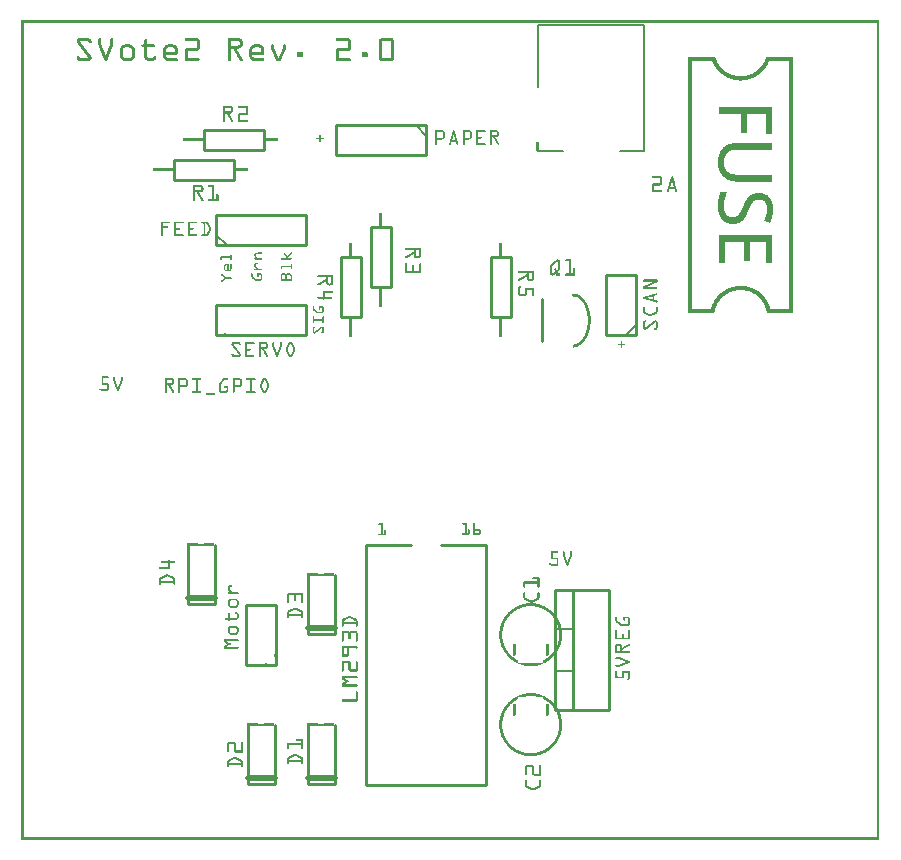
<source format=gto>
G04 MADE WITH FRITZING*
G04 WWW.FRITZING.ORG*
G04 DOUBLE SIDED*
G04 HOLES PLATED*
G04 CONTOUR ON CENTER OF CONTOUR VECTOR*
%ASAXBY*%
%FSLAX23Y23*%
%MOIN*%
%OFA0B0*%
%SFA1.0B1.0*%
%ADD10C,0.008000*%
%ADD11C,0.010000*%
%ADD12C,0.005000*%
%ADD13C,0.020000*%
%ADD14R,0.001000X0.001000*%
%LNSILK1*%
G90*
G70*
G54D10*
X1721Y2297D02*
X1804Y2297D01*
D02*
X1721Y2718D02*
X1721Y2509D01*
D02*
X2075Y2718D02*
X2075Y2297D01*
D02*
X2075Y2297D02*
X1993Y2297D01*
D02*
X2075Y2718D02*
X1721Y2718D01*
G54D11*
D02*
X1348Y2383D02*
X1048Y2383D01*
D02*
X1048Y2383D02*
X1048Y2283D01*
D02*
X1048Y2283D02*
X1348Y2283D01*
D02*
X1348Y2283D02*
X1348Y2383D01*
G54D12*
D02*
X1313Y2383D02*
X1348Y2348D01*
G54D11*
D02*
X648Y1983D02*
X948Y1983D01*
D02*
X948Y1983D02*
X948Y2083D01*
D02*
X948Y2083D02*
X648Y2083D01*
D02*
X648Y2083D02*
X648Y1983D01*
G54D12*
D02*
X683Y1983D02*
X648Y2018D01*
G54D11*
D02*
X1734Y1663D02*
X1734Y1803D01*
D02*
X1565Y1742D02*
X1565Y1942D01*
D02*
X1565Y1942D02*
X1631Y1942D01*
D02*
X1631Y1942D02*
X1631Y1742D01*
D02*
X1631Y1742D02*
X1565Y1742D01*
D02*
X2048Y1683D02*
X2048Y1883D01*
D02*
X2048Y1883D02*
X1948Y1883D01*
D02*
X1948Y1883D02*
X1948Y1683D01*
D02*
X1948Y1683D02*
X2048Y1683D01*
G54D12*
D02*
X2048Y1718D02*
X2013Y1683D01*
G54D11*
D02*
X1165Y1842D02*
X1165Y2042D01*
D02*
X1165Y2042D02*
X1231Y2042D01*
D02*
X1231Y2042D02*
X1231Y1842D01*
D02*
X1231Y1842D02*
X1165Y1842D01*
D02*
X1065Y1742D02*
X1065Y1942D01*
D02*
X1065Y1942D02*
X1131Y1942D01*
D02*
X1131Y1942D02*
X1131Y1742D01*
D02*
X1131Y1742D02*
X1065Y1742D01*
D02*
X1778Y433D02*
X1778Y833D01*
D02*
X1778Y833D02*
X1958Y833D01*
D02*
X1958Y833D02*
X1958Y433D01*
D02*
X1958Y433D02*
X1778Y433D01*
D02*
X1778Y433D02*
X1778Y833D01*
D02*
X1778Y833D02*
X1838Y833D01*
D02*
X1838Y833D02*
X1838Y433D01*
D02*
X1838Y433D02*
X1778Y433D01*
G54D12*
D02*
X1778Y563D02*
X1838Y563D01*
D02*
X1778Y703D02*
X1838Y703D01*
G54D11*
D02*
X1148Y983D02*
X1148Y183D01*
D02*
X1148Y183D02*
X1548Y183D01*
D02*
X1548Y183D02*
X1548Y983D01*
D02*
X1148Y983D02*
X1298Y983D01*
D02*
X1398Y983D02*
X1548Y983D01*
D02*
X848Y583D02*
X848Y783D01*
D02*
X848Y783D02*
X748Y783D01*
D02*
X748Y783D02*
X748Y583D01*
D02*
X748Y583D02*
X848Y583D01*
D02*
X553Y787D02*
X553Y982D01*
D02*
X643Y982D02*
X643Y787D01*
D02*
X643Y787D02*
X553Y787D01*
G54D13*
D02*
X643Y807D02*
X553Y807D01*
G54D11*
D02*
X953Y687D02*
X953Y882D01*
D02*
X1043Y882D02*
X1043Y687D01*
D02*
X1043Y687D02*
X953Y687D01*
G54D13*
D02*
X1043Y707D02*
X953Y707D01*
G54D11*
D02*
X753Y187D02*
X753Y382D01*
D02*
X843Y382D02*
X843Y187D01*
D02*
X843Y187D02*
X753Y187D01*
G54D13*
D02*
X843Y207D02*
X753Y207D01*
G54D11*
D02*
X953Y187D02*
X953Y382D01*
D02*
X1043Y382D02*
X1043Y187D01*
D02*
X1043Y187D02*
X953Y187D01*
G54D13*
D02*
X1043Y207D02*
X953Y207D01*
G54D11*
D02*
X508Y2266D02*
X708Y2266D01*
D02*
X708Y2266D02*
X708Y2200D01*
D02*
X708Y2200D02*
X508Y2200D01*
D02*
X508Y2200D02*
X508Y2266D01*
D02*
X608Y2366D02*
X808Y2366D01*
D02*
X808Y2366D02*
X808Y2300D01*
D02*
X808Y2300D02*
X608Y2300D01*
D02*
X608Y2300D02*
X608Y2366D01*
D02*
X648Y1683D02*
X948Y1683D01*
D02*
X948Y1683D02*
X948Y1783D01*
D02*
X948Y1783D02*
X648Y1783D01*
D02*
X648Y1783D02*
X648Y1683D01*
G54D14*
X0Y2732D02*
X2859Y2732D01*
X0Y2731D02*
X2859Y2731D01*
X0Y2730D02*
X2859Y2730D01*
X0Y2729D02*
X2859Y2729D01*
X0Y2728D02*
X2859Y2728D01*
X0Y2727D02*
X2859Y2727D01*
X0Y2726D02*
X2859Y2726D01*
X0Y2725D02*
X2859Y2725D01*
X0Y2724D02*
X7Y2724D01*
X2852Y2724D02*
X2859Y2724D01*
X0Y2723D02*
X7Y2723D01*
X2852Y2723D02*
X2859Y2723D01*
X0Y2722D02*
X7Y2722D01*
X2852Y2722D02*
X2859Y2722D01*
X0Y2721D02*
X7Y2721D01*
X2852Y2721D02*
X2859Y2721D01*
X0Y2720D02*
X7Y2720D01*
X2852Y2720D02*
X2859Y2720D01*
X0Y2719D02*
X7Y2719D01*
X2852Y2719D02*
X2859Y2719D01*
X0Y2718D02*
X7Y2718D01*
X2852Y2718D02*
X2859Y2718D01*
X0Y2717D02*
X7Y2717D01*
X2852Y2717D02*
X2859Y2717D01*
X0Y2716D02*
X7Y2716D01*
X2852Y2716D02*
X2859Y2716D01*
X0Y2715D02*
X7Y2715D01*
X2852Y2715D02*
X2859Y2715D01*
X0Y2714D02*
X7Y2714D01*
X2852Y2714D02*
X2859Y2714D01*
X0Y2713D02*
X7Y2713D01*
X2852Y2713D02*
X2859Y2713D01*
X0Y2712D02*
X7Y2712D01*
X2852Y2712D02*
X2859Y2712D01*
X0Y2711D02*
X7Y2711D01*
X2852Y2711D02*
X2859Y2711D01*
X0Y2710D02*
X7Y2710D01*
X2852Y2710D02*
X2859Y2710D01*
X0Y2709D02*
X7Y2709D01*
X2852Y2709D02*
X2859Y2709D01*
X0Y2708D02*
X7Y2708D01*
X2852Y2708D02*
X2859Y2708D01*
X0Y2707D02*
X7Y2707D01*
X2852Y2707D02*
X2859Y2707D01*
X0Y2706D02*
X7Y2706D01*
X2852Y2706D02*
X2859Y2706D01*
X0Y2705D02*
X7Y2705D01*
X2852Y2705D02*
X2859Y2705D01*
X0Y2704D02*
X7Y2704D01*
X2852Y2704D02*
X2859Y2704D01*
X0Y2703D02*
X7Y2703D01*
X2852Y2703D02*
X2859Y2703D01*
X0Y2702D02*
X7Y2702D01*
X2852Y2702D02*
X2859Y2702D01*
X0Y2701D02*
X7Y2701D01*
X2852Y2701D02*
X2859Y2701D01*
X0Y2700D02*
X7Y2700D01*
X2852Y2700D02*
X2859Y2700D01*
X0Y2699D02*
X7Y2699D01*
X2852Y2699D02*
X2859Y2699D01*
X0Y2698D02*
X7Y2698D01*
X2852Y2698D02*
X2859Y2698D01*
X0Y2697D02*
X7Y2697D01*
X2852Y2697D02*
X2859Y2697D01*
X0Y2696D02*
X7Y2696D01*
X2852Y2696D02*
X2859Y2696D01*
X0Y2695D02*
X7Y2695D01*
X2852Y2695D02*
X2859Y2695D01*
X0Y2694D02*
X7Y2694D01*
X2852Y2694D02*
X2859Y2694D01*
X0Y2693D02*
X7Y2693D01*
X2852Y2693D02*
X2859Y2693D01*
X0Y2692D02*
X7Y2692D01*
X2852Y2692D02*
X2859Y2692D01*
X0Y2691D02*
X7Y2691D01*
X2852Y2691D02*
X2859Y2691D01*
X0Y2690D02*
X7Y2690D01*
X2852Y2690D02*
X2859Y2690D01*
X0Y2689D02*
X7Y2689D01*
X2852Y2689D02*
X2859Y2689D01*
X0Y2688D02*
X7Y2688D01*
X2852Y2688D02*
X2859Y2688D01*
X0Y2687D02*
X7Y2687D01*
X2852Y2687D02*
X2859Y2687D01*
X0Y2686D02*
X7Y2686D01*
X2852Y2686D02*
X2859Y2686D01*
X0Y2685D02*
X7Y2685D01*
X2852Y2685D02*
X2859Y2685D01*
X0Y2684D02*
X7Y2684D01*
X2852Y2684D02*
X2859Y2684D01*
X0Y2683D02*
X7Y2683D01*
X2852Y2683D02*
X2859Y2683D01*
X0Y2682D02*
X7Y2682D01*
X2852Y2682D02*
X2859Y2682D01*
X0Y2681D02*
X7Y2681D01*
X2852Y2681D02*
X2859Y2681D01*
X0Y2680D02*
X7Y2680D01*
X2852Y2680D02*
X2859Y2680D01*
X0Y2679D02*
X7Y2679D01*
X2852Y2679D02*
X2859Y2679D01*
X0Y2678D02*
X7Y2678D01*
X2852Y2678D02*
X2859Y2678D01*
X0Y2677D02*
X7Y2677D01*
X2852Y2677D02*
X2859Y2677D01*
X0Y2676D02*
X7Y2676D01*
X2852Y2676D02*
X2859Y2676D01*
X0Y2675D02*
X7Y2675D01*
X2852Y2675D02*
X2859Y2675D01*
X0Y2674D02*
X7Y2674D01*
X2852Y2674D02*
X2859Y2674D01*
X0Y2673D02*
X7Y2673D01*
X192Y2673D02*
X223Y2673D01*
X259Y2673D02*
X262Y2673D01*
X299Y2673D02*
X302Y2673D01*
X547Y2673D02*
X586Y2673D01*
X688Y2673D02*
X725Y2673D01*
X1051Y2673D02*
X1089Y2673D01*
X1199Y2673D02*
X1233Y2673D01*
X2852Y2673D02*
X2859Y2673D01*
X0Y2672D02*
X7Y2672D01*
X190Y2672D02*
X225Y2672D01*
X258Y2672D02*
X264Y2672D01*
X297Y2672D02*
X303Y2672D01*
X546Y2672D02*
X588Y2672D01*
X688Y2672D02*
X728Y2672D01*
X1050Y2672D02*
X1092Y2672D01*
X1197Y2672D02*
X1236Y2672D01*
X2852Y2672D02*
X2859Y2672D01*
X0Y2671D02*
X7Y2671D01*
X189Y2671D02*
X227Y2671D01*
X257Y2671D02*
X264Y2671D01*
X297Y2671D02*
X304Y2671D01*
X545Y2671D02*
X589Y2671D01*
X688Y2671D02*
X730Y2671D01*
X1049Y2671D02*
X1093Y2671D01*
X1196Y2671D02*
X1237Y2671D01*
X2852Y2671D02*
X2859Y2671D01*
X0Y2670D02*
X7Y2670D01*
X187Y2670D02*
X228Y2670D01*
X256Y2670D02*
X265Y2670D01*
X296Y2670D02*
X305Y2670D01*
X544Y2670D02*
X590Y2670D01*
X688Y2670D02*
X731Y2670D01*
X1048Y2670D02*
X1094Y2670D01*
X1195Y2670D02*
X1238Y2670D01*
X2852Y2670D02*
X2859Y2670D01*
X0Y2669D02*
X7Y2669D01*
X187Y2669D02*
X229Y2669D01*
X256Y2669D02*
X265Y2669D01*
X296Y2669D02*
X305Y2669D01*
X414Y2669D02*
X415Y2669D01*
X544Y2669D02*
X591Y2669D01*
X688Y2669D02*
X732Y2669D01*
X1048Y2669D02*
X1095Y2669D01*
X1194Y2669D02*
X1239Y2669D01*
X2852Y2669D02*
X2859Y2669D01*
X0Y2668D02*
X7Y2668D01*
X186Y2668D02*
X230Y2668D01*
X256Y2668D02*
X265Y2668D01*
X296Y2668D02*
X305Y2668D01*
X412Y2668D02*
X417Y2668D01*
X544Y2668D02*
X592Y2668D01*
X688Y2668D02*
X733Y2668D01*
X1048Y2668D02*
X1095Y2668D01*
X1193Y2668D02*
X1239Y2668D01*
X2852Y2668D02*
X2859Y2668D01*
X0Y2667D02*
X7Y2667D01*
X185Y2667D02*
X231Y2667D01*
X256Y2667D02*
X265Y2667D01*
X296Y2667D02*
X305Y2667D01*
X411Y2667D02*
X418Y2667D01*
X544Y2667D02*
X592Y2667D01*
X688Y2667D02*
X734Y2667D01*
X1048Y2667D02*
X1096Y2667D01*
X1193Y2667D02*
X1240Y2667D01*
X2852Y2667D02*
X2859Y2667D01*
X0Y2666D02*
X7Y2666D01*
X185Y2666D02*
X231Y2666D01*
X256Y2666D02*
X265Y2666D01*
X296Y2666D02*
X305Y2666D01*
X410Y2666D02*
X419Y2666D01*
X545Y2666D02*
X592Y2666D01*
X688Y2666D02*
X735Y2666D01*
X1049Y2666D02*
X1096Y2666D01*
X1192Y2666D02*
X1240Y2666D01*
X2852Y2666D02*
X2859Y2666D01*
X0Y2665D02*
X7Y2665D01*
X185Y2665D02*
X232Y2665D01*
X256Y2665D02*
X265Y2665D01*
X296Y2665D02*
X305Y2665D01*
X410Y2665D02*
X419Y2665D01*
X545Y2665D02*
X593Y2665D01*
X688Y2665D02*
X735Y2665D01*
X1049Y2665D02*
X1097Y2665D01*
X1192Y2665D02*
X1241Y2665D01*
X2852Y2665D02*
X2859Y2665D01*
X0Y2664D02*
X7Y2664D01*
X184Y2664D02*
X232Y2664D01*
X256Y2664D02*
X265Y2664D01*
X296Y2664D02*
X305Y2664D01*
X410Y2664D02*
X419Y2664D01*
X547Y2664D02*
X593Y2664D01*
X688Y2664D02*
X736Y2664D01*
X1051Y2664D02*
X1097Y2664D01*
X1192Y2664D02*
X1241Y2664D01*
X2852Y2664D02*
X2859Y2664D01*
X0Y2663D02*
X7Y2663D01*
X184Y2663D02*
X194Y2663D01*
X222Y2663D02*
X233Y2663D01*
X256Y2663D02*
X265Y2663D01*
X296Y2663D02*
X305Y2663D01*
X410Y2663D02*
X419Y2663D01*
X584Y2663D02*
X593Y2663D01*
X688Y2663D02*
X697Y2663D01*
X724Y2663D02*
X736Y2663D01*
X1088Y2663D02*
X1097Y2663D01*
X1192Y2663D02*
X1201Y2663D01*
X1231Y2663D02*
X1241Y2663D01*
X2852Y2663D02*
X2859Y2663D01*
X0Y2662D02*
X7Y2662D01*
X184Y2662D02*
X193Y2662D01*
X223Y2662D02*
X233Y2662D01*
X256Y2662D02*
X265Y2662D01*
X296Y2662D02*
X305Y2662D01*
X410Y2662D02*
X419Y2662D01*
X584Y2662D02*
X593Y2662D01*
X688Y2662D02*
X697Y2662D01*
X726Y2662D02*
X736Y2662D01*
X1088Y2662D02*
X1097Y2662D01*
X1192Y2662D02*
X1201Y2662D01*
X1232Y2662D02*
X1241Y2662D01*
X2852Y2662D02*
X2859Y2662D01*
X0Y2661D02*
X7Y2661D01*
X184Y2661D02*
X194Y2661D01*
X224Y2661D02*
X233Y2661D01*
X256Y2661D02*
X265Y2661D01*
X296Y2661D02*
X305Y2661D01*
X410Y2661D02*
X419Y2661D01*
X584Y2661D02*
X593Y2661D01*
X688Y2661D02*
X697Y2661D01*
X727Y2661D02*
X737Y2661D01*
X1088Y2661D02*
X1097Y2661D01*
X1192Y2661D02*
X1201Y2661D01*
X1232Y2661D02*
X1241Y2661D01*
X2852Y2661D02*
X2859Y2661D01*
X0Y2660D02*
X7Y2660D01*
X184Y2660D02*
X195Y2660D01*
X224Y2660D02*
X233Y2660D01*
X256Y2660D02*
X265Y2660D01*
X296Y2660D02*
X305Y2660D01*
X410Y2660D02*
X419Y2660D01*
X584Y2660D02*
X593Y2660D01*
X688Y2660D02*
X697Y2660D01*
X727Y2660D02*
X737Y2660D01*
X1088Y2660D02*
X1097Y2660D01*
X1192Y2660D02*
X1201Y2660D01*
X1232Y2660D02*
X1241Y2660D01*
X2852Y2660D02*
X2859Y2660D01*
X0Y2659D02*
X7Y2659D01*
X185Y2659D02*
X195Y2659D01*
X224Y2659D02*
X233Y2659D01*
X256Y2659D02*
X265Y2659D01*
X296Y2659D02*
X305Y2659D01*
X410Y2659D02*
X419Y2659D01*
X584Y2659D02*
X593Y2659D01*
X688Y2659D02*
X697Y2659D01*
X728Y2659D02*
X737Y2659D01*
X1088Y2659D02*
X1097Y2659D01*
X1192Y2659D02*
X1201Y2659D01*
X1232Y2659D02*
X1241Y2659D01*
X2852Y2659D02*
X2859Y2659D01*
X0Y2658D02*
X7Y2658D01*
X185Y2658D02*
X196Y2658D01*
X224Y2658D02*
X233Y2658D01*
X256Y2658D02*
X265Y2658D01*
X296Y2658D02*
X305Y2658D01*
X410Y2658D02*
X419Y2658D01*
X584Y2658D02*
X593Y2658D01*
X688Y2658D02*
X697Y2658D01*
X728Y2658D02*
X737Y2658D01*
X1088Y2658D02*
X1097Y2658D01*
X1192Y2658D02*
X1201Y2658D01*
X1232Y2658D02*
X1241Y2658D01*
X2852Y2658D02*
X2859Y2658D01*
X0Y2657D02*
X7Y2657D01*
X185Y2657D02*
X197Y2657D01*
X225Y2657D02*
X232Y2657D01*
X256Y2657D02*
X265Y2657D01*
X296Y2657D02*
X305Y2657D01*
X410Y2657D02*
X419Y2657D01*
X584Y2657D02*
X593Y2657D01*
X688Y2657D02*
X697Y2657D01*
X728Y2657D02*
X737Y2657D01*
X1088Y2657D02*
X1097Y2657D01*
X1192Y2657D02*
X1201Y2657D01*
X1232Y2657D02*
X1241Y2657D01*
X2852Y2657D02*
X2859Y2657D01*
X0Y2656D02*
X7Y2656D01*
X186Y2656D02*
X198Y2656D01*
X226Y2656D02*
X231Y2656D01*
X256Y2656D02*
X265Y2656D01*
X296Y2656D02*
X305Y2656D01*
X410Y2656D02*
X419Y2656D01*
X584Y2656D02*
X593Y2656D01*
X688Y2656D02*
X697Y2656D01*
X728Y2656D02*
X737Y2656D01*
X1088Y2656D02*
X1097Y2656D01*
X1192Y2656D02*
X1201Y2656D01*
X1232Y2656D02*
X1241Y2656D01*
X2852Y2656D02*
X2859Y2656D01*
X0Y2655D02*
X7Y2655D01*
X187Y2655D02*
X198Y2655D01*
X228Y2655D02*
X229Y2655D01*
X256Y2655D02*
X265Y2655D01*
X296Y2655D02*
X305Y2655D01*
X410Y2655D02*
X419Y2655D01*
X584Y2655D02*
X593Y2655D01*
X688Y2655D02*
X697Y2655D01*
X728Y2655D02*
X737Y2655D01*
X1088Y2655D02*
X1097Y2655D01*
X1192Y2655D02*
X1201Y2655D01*
X1232Y2655D02*
X1241Y2655D01*
X2852Y2655D02*
X2859Y2655D01*
X0Y2654D02*
X7Y2654D01*
X187Y2654D02*
X199Y2654D01*
X256Y2654D02*
X265Y2654D01*
X296Y2654D02*
X305Y2654D01*
X410Y2654D02*
X419Y2654D01*
X584Y2654D02*
X593Y2654D01*
X688Y2654D02*
X697Y2654D01*
X728Y2654D02*
X737Y2654D01*
X1088Y2654D02*
X1097Y2654D01*
X1192Y2654D02*
X1201Y2654D01*
X1232Y2654D02*
X1241Y2654D01*
X2852Y2654D02*
X2859Y2654D01*
X0Y2653D02*
X7Y2653D01*
X188Y2653D02*
X200Y2653D01*
X256Y2653D02*
X265Y2653D01*
X296Y2653D02*
X305Y2653D01*
X410Y2653D02*
X419Y2653D01*
X584Y2653D02*
X593Y2653D01*
X688Y2653D02*
X697Y2653D01*
X728Y2653D02*
X737Y2653D01*
X1088Y2653D02*
X1097Y2653D01*
X1192Y2653D02*
X1201Y2653D01*
X1232Y2653D02*
X1241Y2653D01*
X2852Y2653D02*
X2859Y2653D01*
X0Y2652D02*
X7Y2652D01*
X189Y2652D02*
X201Y2652D01*
X256Y2652D02*
X265Y2652D01*
X296Y2652D02*
X305Y2652D01*
X344Y2652D02*
X361Y2652D01*
X404Y2652D02*
X440Y2652D01*
X488Y2652D02*
X505Y2652D01*
X584Y2652D02*
X593Y2652D01*
X688Y2652D02*
X697Y2652D01*
X727Y2652D02*
X737Y2652D01*
X776Y2652D02*
X793Y2652D01*
X836Y2652D02*
X837Y2652D01*
X875Y2652D02*
X877Y2652D01*
X1088Y2652D02*
X1097Y2652D01*
X1192Y2652D02*
X1201Y2652D01*
X1232Y2652D02*
X1241Y2652D01*
X2852Y2652D02*
X2859Y2652D01*
X0Y2651D02*
X7Y2651D01*
X190Y2651D02*
X202Y2651D01*
X256Y2651D02*
X266Y2651D01*
X295Y2651D02*
X305Y2651D01*
X341Y2651D02*
X364Y2651D01*
X402Y2651D02*
X442Y2651D01*
X485Y2651D02*
X508Y2651D01*
X584Y2651D02*
X593Y2651D01*
X688Y2651D02*
X697Y2651D01*
X727Y2651D02*
X737Y2651D01*
X773Y2651D02*
X796Y2651D01*
X834Y2651D02*
X839Y2651D01*
X873Y2651D02*
X879Y2651D01*
X1088Y2651D02*
X1097Y2651D01*
X1192Y2651D02*
X1201Y2651D01*
X1232Y2651D02*
X1241Y2651D01*
X2852Y2651D02*
X2859Y2651D01*
X0Y2650D02*
X7Y2650D01*
X190Y2650D02*
X202Y2650D01*
X256Y2650D02*
X266Y2650D01*
X295Y2650D02*
X305Y2650D01*
X339Y2650D02*
X366Y2650D01*
X401Y2650D02*
X443Y2650D01*
X483Y2650D02*
X510Y2650D01*
X584Y2650D02*
X593Y2650D01*
X688Y2650D02*
X697Y2650D01*
X727Y2650D02*
X736Y2650D01*
X771Y2650D02*
X798Y2650D01*
X833Y2650D02*
X840Y2650D01*
X873Y2650D02*
X880Y2650D01*
X1088Y2650D02*
X1097Y2650D01*
X1192Y2650D02*
X1201Y2650D01*
X1232Y2650D02*
X1241Y2650D01*
X2852Y2650D02*
X2859Y2650D01*
X0Y2649D02*
X7Y2649D01*
X191Y2649D02*
X203Y2649D01*
X257Y2649D02*
X267Y2649D01*
X295Y2649D02*
X304Y2649D01*
X337Y2649D02*
X367Y2649D01*
X401Y2649D02*
X443Y2649D01*
X481Y2649D02*
X511Y2649D01*
X584Y2649D02*
X593Y2649D01*
X688Y2649D02*
X697Y2649D01*
X725Y2649D02*
X736Y2649D01*
X769Y2649D02*
X799Y2649D01*
X832Y2649D02*
X841Y2649D01*
X872Y2649D02*
X880Y2649D01*
X1088Y2649D02*
X1097Y2649D01*
X1192Y2649D02*
X1201Y2649D01*
X1232Y2649D02*
X1241Y2649D01*
X2852Y2649D02*
X2859Y2649D01*
X0Y2648D02*
X7Y2648D01*
X192Y2648D02*
X204Y2648D01*
X257Y2648D02*
X267Y2648D01*
X294Y2648D02*
X304Y2648D01*
X336Y2648D02*
X369Y2648D01*
X400Y2648D02*
X444Y2648D01*
X480Y2648D02*
X513Y2648D01*
X584Y2648D02*
X593Y2648D01*
X688Y2648D02*
X698Y2648D01*
X723Y2648D02*
X736Y2648D01*
X768Y2648D02*
X801Y2648D01*
X832Y2648D02*
X841Y2648D01*
X872Y2648D02*
X881Y2648D01*
X1088Y2648D02*
X1097Y2648D01*
X1192Y2648D02*
X1201Y2648D01*
X1232Y2648D02*
X1241Y2648D01*
X2852Y2648D02*
X2859Y2648D01*
X0Y2647D02*
X7Y2647D01*
X193Y2647D02*
X205Y2647D01*
X257Y2647D02*
X267Y2647D01*
X294Y2647D02*
X304Y2647D01*
X335Y2647D02*
X370Y2647D01*
X400Y2647D02*
X444Y2647D01*
X479Y2647D02*
X514Y2647D01*
X584Y2647D02*
X593Y2647D01*
X688Y2647D02*
X736Y2647D01*
X767Y2647D02*
X802Y2647D01*
X832Y2647D02*
X841Y2647D01*
X872Y2647D02*
X881Y2647D01*
X1088Y2647D02*
X1097Y2647D01*
X1192Y2647D02*
X1201Y2647D01*
X1232Y2647D02*
X1241Y2647D01*
X2852Y2647D02*
X2859Y2647D01*
X0Y2646D02*
X7Y2646D01*
X193Y2646D02*
X205Y2646D01*
X258Y2646D02*
X268Y2646D01*
X293Y2646D02*
X303Y2646D01*
X334Y2646D02*
X371Y2646D01*
X400Y2646D02*
X444Y2646D01*
X478Y2646D02*
X515Y2646D01*
X584Y2646D02*
X593Y2646D01*
X688Y2646D02*
X735Y2646D01*
X766Y2646D02*
X803Y2646D01*
X832Y2646D02*
X841Y2646D01*
X872Y2646D02*
X881Y2646D01*
X1088Y2646D02*
X1097Y2646D01*
X1192Y2646D02*
X1201Y2646D01*
X1232Y2646D02*
X1241Y2646D01*
X2852Y2646D02*
X2859Y2646D01*
X0Y2645D02*
X7Y2645D01*
X194Y2645D02*
X206Y2645D01*
X258Y2645D02*
X268Y2645D01*
X293Y2645D02*
X303Y2645D01*
X333Y2645D02*
X372Y2645D01*
X401Y2645D02*
X443Y2645D01*
X477Y2645D02*
X516Y2645D01*
X584Y2645D02*
X593Y2645D01*
X688Y2645D02*
X734Y2645D01*
X765Y2645D02*
X804Y2645D01*
X832Y2645D02*
X841Y2645D01*
X872Y2645D02*
X881Y2645D01*
X1088Y2645D02*
X1097Y2645D01*
X1192Y2645D02*
X1201Y2645D01*
X1232Y2645D02*
X1241Y2645D01*
X2852Y2645D02*
X2859Y2645D01*
X0Y2644D02*
X7Y2644D01*
X195Y2644D02*
X207Y2644D01*
X259Y2644D02*
X269Y2644D01*
X293Y2644D02*
X302Y2644D01*
X332Y2644D02*
X373Y2644D01*
X401Y2644D02*
X443Y2644D01*
X476Y2644D02*
X517Y2644D01*
X584Y2644D02*
X593Y2644D01*
X688Y2644D02*
X734Y2644D01*
X764Y2644D02*
X805Y2644D01*
X832Y2644D02*
X841Y2644D01*
X872Y2644D02*
X881Y2644D01*
X1088Y2644D02*
X1097Y2644D01*
X1192Y2644D02*
X1201Y2644D01*
X1232Y2644D02*
X1241Y2644D01*
X2852Y2644D02*
X2859Y2644D01*
X0Y2643D02*
X7Y2643D01*
X196Y2643D02*
X208Y2643D01*
X259Y2643D02*
X269Y2643D01*
X292Y2643D02*
X302Y2643D01*
X331Y2643D02*
X374Y2643D01*
X402Y2643D02*
X441Y2643D01*
X475Y2643D02*
X518Y2643D01*
X584Y2643D02*
X593Y2643D01*
X688Y2643D02*
X733Y2643D01*
X763Y2643D02*
X806Y2643D01*
X832Y2643D02*
X841Y2643D01*
X872Y2643D02*
X881Y2643D01*
X1088Y2643D02*
X1097Y2643D01*
X1192Y2643D02*
X1201Y2643D01*
X1232Y2643D02*
X1241Y2643D01*
X2852Y2643D02*
X2859Y2643D01*
X0Y2642D02*
X7Y2642D01*
X197Y2642D02*
X209Y2642D01*
X259Y2642D02*
X269Y2642D01*
X292Y2642D02*
X302Y2642D01*
X331Y2642D02*
X345Y2642D01*
X360Y2642D02*
X375Y2642D01*
X410Y2642D02*
X419Y2642D01*
X474Y2642D02*
X489Y2642D01*
X504Y2642D02*
X519Y2642D01*
X584Y2642D02*
X593Y2642D01*
X688Y2642D02*
X732Y2642D01*
X762Y2642D02*
X776Y2642D01*
X792Y2642D02*
X806Y2642D01*
X832Y2642D02*
X841Y2642D01*
X872Y2642D02*
X881Y2642D01*
X1088Y2642D02*
X1097Y2642D01*
X1192Y2642D02*
X1201Y2642D01*
X1232Y2642D02*
X1241Y2642D01*
X2852Y2642D02*
X2859Y2642D01*
X0Y2641D02*
X7Y2641D01*
X197Y2641D02*
X209Y2641D01*
X260Y2641D02*
X270Y2641D01*
X291Y2641D02*
X301Y2641D01*
X330Y2641D02*
X343Y2641D01*
X363Y2641D02*
X375Y2641D01*
X410Y2641D02*
X419Y2641D01*
X474Y2641D02*
X487Y2641D01*
X507Y2641D02*
X519Y2641D01*
X584Y2641D02*
X593Y2641D01*
X688Y2641D02*
X731Y2641D01*
X762Y2641D02*
X774Y2641D01*
X794Y2641D02*
X807Y2641D01*
X832Y2641D02*
X841Y2641D01*
X872Y2641D02*
X881Y2641D01*
X1088Y2641D02*
X1097Y2641D01*
X1192Y2641D02*
X1201Y2641D01*
X1232Y2641D02*
X1241Y2641D01*
X2852Y2641D02*
X2859Y2641D01*
X0Y2640D02*
X7Y2640D01*
X198Y2640D02*
X210Y2640D01*
X260Y2640D02*
X270Y2640D01*
X291Y2640D02*
X301Y2640D01*
X329Y2640D02*
X341Y2640D01*
X364Y2640D02*
X376Y2640D01*
X410Y2640D02*
X419Y2640D01*
X473Y2640D02*
X485Y2640D01*
X508Y2640D02*
X520Y2640D01*
X584Y2640D02*
X593Y2640D01*
X688Y2640D02*
X729Y2640D01*
X761Y2640D02*
X773Y2640D01*
X796Y2640D02*
X808Y2640D01*
X832Y2640D02*
X841Y2640D01*
X872Y2640D02*
X881Y2640D01*
X1088Y2640D02*
X1097Y2640D01*
X1192Y2640D02*
X1201Y2640D01*
X1232Y2640D02*
X1241Y2640D01*
X2852Y2640D02*
X2859Y2640D01*
X0Y2639D02*
X7Y2639D01*
X199Y2639D02*
X211Y2639D01*
X261Y2639D02*
X270Y2639D01*
X291Y2639D02*
X300Y2639D01*
X329Y2639D02*
X340Y2639D01*
X365Y2639D02*
X376Y2639D01*
X410Y2639D02*
X419Y2639D01*
X473Y2639D02*
X484Y2639D01*
X509Y2639D02*
X520Y2639D01*
X551Y2639D02*
X593Y2639D01*
X688Y2639D02*
X727Y2639D01*
X761Y2639D02*
X772Y2639D01*
X797Y2639D02*
X808Y2639D01*
X832Y2639D02*
X841Y2639D01*
X871Y2639D02*
X881Y2639D01*
X1055Y2639D02*
X1097Y2639D01*
X1192Y2639D02*
X1201Y2639D01*
X1232Y2639D02*
X1241Y2639D01*
X2852Y2639D02*
X2859Y2639D01*
X0Y2638D02*
X7Y2638D01*
X200Y2638D02*
X212Y2638D01*
X261Y2638D02*
X271Y2638D01*
X290Y2638D02*
X300Y2638D01*
X329Y2638D02*
X339Y2638D01*
X366Y2638D02*
X376Y2638D01*
X410Y2638D02*
X419Y2638D01*
X473Y2638D02*
X483Y2638D01*
X510Y2638D02*
X520Y2638D01*
X549Y2638D02*
X593Y2638D01*
X688Y2638D02*
X723Y2638D01*
X761Y2638D02*
X771Y2638D01*
X798Y2638D02*
X808Y2638D01*
X832Y2638D02*
X842Y2638D01*
X871Y2638D02*
X881Y2638D01*
X1053Y2638D02*
X1097Y2638D01*
X1192Y2638D02*
X1201Y2638D01*
X1232Y2638D02*
X1241Y2638D01*
X2852Y2638D02*
X2859Y2638D01*
X0Y2637D02*
X7Y2637D01*
X200Y2637D02*
X212Y2637D01*
X261Y2637D02*
X271Y2637D01*
X290Y2637D02*
X300Y2637D01*
X328Y2637D02*
X338Y2637D01*
X367Y2637D02*
X377Y2637D01*
X410Y2637D02*
X419Y2637D01*
X472Y2637D02*
X482Y2637D01*
X511Y2637D02*
X521Y2637D01*
X548Y2637D02*
X593Y2637D01*
X688Y2637D02*
X697Y2637D01*
X706Y2637D02*
X716Y2637D01*
X760Y2637D02*
X770Y2637D01*
X799Y2637D02*
X808Y2637D01*
X832Y2637D02*
X842Y2637D01*
X870Y2637D02*
X880Y2637D01*
X1052Y2637D02*
X1096Y2637D01*
X1192Y2637D02*
X1201Y2637D01*
X1232Y2637D02*
X1241Y2637D01*
X2852Y2637D02*
X2859Y2637D01*
X0Y2636D02*
X7Y2636D01*
X201Y2636D02*
X213Y2636D01*
X262Y2636D02*
X272Y2636D01*
X289Y2636D02*
X299Y2636D01*
X328Y2636D02*
X338Y2636D01*
X367Y2636D02*
X377Y2636D01*
X410Y2636D02*
X419Y2636D01*
X472Y2636D02*
X482Y2636D01*
X511Y2636D02*
X521Y2636D01*
X547Y2636D02*
X592Y2636D01*
X688Y2636D02*
X697Y2636D01*
X706Y2636D02*
X717Y2636D01*
X760Y2636D02*
X769Y2636D01*
X799Y2636D02*
X809Y2636D01*
X833Y2636D02*
X843Y2636D01*
X870Y2636D02*
X880Y2636D01*
X1050Y2636D02*
X1096Y2636D01*
X1192Y2636D02*
X1201Y2636D01*
X1232Y2636D02*
X1241Y2636D01*
X2852Y2636D02*
X2859Y2636D01*
X0Y2635D02*
X7Y2635D01*
X202Y2635D02*
X214Y2635D01*
X262Y2635D02*
X272Y2635D01*
X289Y2635D02*
X299Y2635D01*
X328Y2635D02*
X337Y2635D01*
X368Y2635D02*
X377Y2635D01*
X410Y2635D02*
X419Y2635D01*
X472Y2635D02*
X481Y2635D01*
X512Y2635D02*
X521Y2635D01*
X546Y2635D02*
X592Y2635D01*
X688Y2635D02*
X697Y2635D01*
X707Y2635D02*
X717Y2635D01*
X760Y2635D02*
X769Y2635D01*
X800Y2635D02*
X809Y2635D01*
X833Y2635D02*
X843Y2635D01*
X870Y2635D02*
X880Y2635D01*
X1050Y2635D02*
X1096Y2635D01*
X1192Y2635D02*
X1201Y2635D01*
X1232Y2635D02*
X1241Y2635D01*
X2852Y2635D02*
X2859Y2635D01*
X0Y2634D02*
X7Y2634D01*
X203Y2634D02*
X215Y2634D01*
X263Y2634D02*
X272Y2634D01*
X289Y2634D02*
X299Y2634D01*
X328Y2634D02*
X337Y2634D01*
X368Y2634D02*
X377Y2634D01*
X410Y2634D02*
X419Y2634D01*
X472Y2634D02*
X481Y2634D01*
X512Y2634D02*
X521Y2634D01*
X545Y2634D02*
X591Y2634D01*
X688Y2634D02*
X697Y2634D01*
X707Y2634D02*
X718Y2634D01*
X760Y2634D02*
X769Y2634D01*
X800Y2634D02*
X809Y2634D01*
X834Y2634D02*
X844Y2634D01*
X869Y2634D02*
X879Y2634D01*
X1049Y2634D02*
X1095Y2634D01*
X1192Y2634D02*
X1201Y2634D01*
X1232Y2634D02*
X1241Y2634D01*
X2852Y2634D02*
X2859Y2634D01*
X0Y2633D02*
X7Y2633D01*
X204Y2633D02*
X216Y2633D01*
X263Y2633D02*
X273Y2633D01*
X288Y2633D02*
X298Y2633D01*
X328Y2633D02*
X337Y2633D01*
X368Y2633D02*
X377Y2633D01*
X410Y2633D02*
X419Y2633D01*
X472Y2633D02*
X481Y2633D01*
X512Y2633D02*
X521Y2633D01*
X545Y2633D02*
X590Y2633D01*
X688Y2633D02*
X697Y2633D01*
X708Y2633D02*
X719Y2633D01*
X760Y2633D02*
X769Y2633D01*
X800Y2633D02*
X809Y2633D01*
X834Y2633D02*
X844Y2633D01*
X869Y2633D02*
X879Y2633D01*
X1049Y2633D02*
X1094Y2633D01*
X1192Y2633D02*
X1201Y2633D01*
X1232Y2633D02*
X1241Y2633D01*
X2852Y2633D02*
X2859Y2633D01*
X0Y2632D02*
X7Y2632D01*
X204Y2632D02*
X216Y2632D01*
X263Y2632D02*
X273Y2632D01*
X288Y2632D02*
X298Y2632D01*
X328Y2632D02*
X337Y2632D01*
X368Y2632D02*
X377Y2632D01*
X410Y2632D02*
X419Y2632D01*
X472Y2632D02*
X481Y2632D01*
X512Y2632D02*
X521Y2632D01*
X544Y2632D02*
X589Y2632D01*
X688Y2632D02*
X697Y2632D01*
X708Y2632D02*
X719Y2632D01*
X760Y2632D02*
X769Y2632D01*
X800Y2632D02*
X809Y2632D01*
X834Y2632D02*
X844Y2632D01*
X868Y2632D02*
X878Y2632D01*
X1048Y2632D02*
X1093Y2632D01*
X1192Y2632D02*
X1201Y2632D01*
X1232Y2632D02*
X1241Y2632D01*
X2852Y2632D02*
X2859Y2632D01*
X0Y2631D02*
X7Y2631D01*
X205Y2631D02*
X217Y2631D01*
X264Y2631D02*
X274Y2631D01*
X287Y2631D02*
X297Y2631D01*
X328Y2631D02*
X337Y2631D01*
X368Y2631D02*
X377Y2631D01*
X410Y2631D02*
X419Y2631D01*
X472Y2631D02*
X481Y2631D01*
X512Y2631D02*
X521Y2631D01*
X544Y2631D02*
X588Y2631D01*
X688Y2631D02*
X697Y2631D01*
X709Y2631D02*
X720Y2631D01*
X760Y2631D02*
X769Y2631D01*
X800Y2631D02*
X809Y2631D01*
X835Y2631D02*
X845Y2631D01*
X868Y2631D02*
X878Y2631D01*
X1048Y2631D02*
X1092Y2631D01*
X1192Y2631D02*
X1201Y2631D01*
X1232Y2631D02*
X1241Y2631D01*
X2852Y2631D02*
X2859Y2631D01*
X0Y2630D02*
X7Y2630D01*
X206Y2630D02*
X218Y2630D01*
X264Y2630D02*
X274Y2630D01*
X287Y2630D02*
X297Y2630D01*
X328Y2630D02*
X337Y2630D01*
X368Y2630D02*
X377Y2630D01*
X410Y2630D02*
X419Y2630D01*
X472Y2630D02*
X481Y2630D01*
X512Y2630D02*
X521Y2630D01*
X544Y2630D02*
X586Y2630D01*
X688Y2630D02*
X697Y2630D01*
X710Y2630D02*
X720Y2630D01*
X760Y2630D02*
X769Y2630D01*
X800Y2630D02*
X809Y2630D01*
X835Y2630D02*
X845Y2630D01*
X867Y2630D02*
X877Y2630D01*
X1048Y2630D02*
X1090Y2630D01*
X1192Y2630D02*
X1201Y2630D01*
X1232Y2630D02*
X1241Y2630D01*
X2852Y2630D02*
X2859Y2630D01*
X0Y2629D02*
X7Y2629D01*
X207Y2629D02*
X219Y2629D01*
X264Y2629D02*
X274Y2629D01*
X287Y2629D02*
X297Y2629D01*
X328Y2629D02*
X337Y2629D01*
X368Y2629D02*
X377Y2629D01*
X410Y2629D02*
X419Y2629D01*
X472Y2629D02*
X481Y2629D01*
X512Y2629D02*
X521Y2629D01*
X544Y2629D02*
X553Y2629D01*
X688Y2629D02*
X697Y2629D01*
X710Y2629D02*
X721Y2629D01*
X760Y2629D02*
X769Y2629D01*
X800Y2629D02*
X809Y2629D01*
X836Y2629D02*
X846Y2629D01*
X867Y2629D02*
X877Y2629D01*
X1048Y2629D02*
X1057Y2629D01*
X1192Y2629D02*
X1201Y2629D01*
X1232Y2629D02*
X1241Y2629D01*
X2852Y2629D02*
X2859Y2629D01*
X0Y2628D02*
X7Y2628D01*
X207Y2628D02*
X219Y2628D01*
X265Y2628D02*
X275Y2628D01*
X286Y2628D02*
X296Y2628D01*
X328Y2628D02*
X337Y2628D01*
X368Y2628D02*
X377Y2628D01*
X410Y2628D02*
X419Y2628D01*
X472Y2628D02*
X481Y2628D01*
X512Y2628D02*
X521Y2628D01*
X544Y2628D02*
X553Y2628D01*
X688Y2628D02*
X697Y2628D01*
X711Y2628D02*
X722Y2628D01*
X760Y2628D02*
X769Y2628D01*
X800Y2628D02*
X809Y2628D01*
X836Y2628D02*
X846Y2628D01*
X867Y2628D02*
X876Y2628D01*
X1048Y2628D02*
X1057Y2628D01*
X1192Y2628D02*
X1201Y2628D01*
X1232Y2628D02*
X1241Y2628D01*
X2852Y2628D02*
X2859Y2628D01*
X0Y2627D02*
X7Y2627D01*
X208Y2627D02*
X220Y2627D01*
X265Y2627D02*
X275Y2627D01*
X286Y2627D02*
X296Y2627D01*
X328Y2627D02*
X337Y2627D01*
X368Y2627D02*
X377Y2627D01*
X410Y2627D02*
X419Y2627D01*
X472Y2627D02*
X481Y2627D01*
X512Y2627D02*
X521Y2627D01*
X544Y2627D02*
X553Y2627D01*
X688Y2627D02*
X697Y2627D01*
X711Y2627D02*
X722Y2627D01*
X760Y2627D02*
X769Y2627D01*
X800Y2627D02*
X809Y2627D01*
X837Y2627D02*
X847Y2627D01*
X866Y2627D02*
X876Y2627D01*
X1048Y2627D02*
X1057Y2627D01*
X1192Y2627D02*
X1201Y2627D01*
X1232Y2627D02*
X1241Y2627D01*
X2852Y2627D02*
X2859Y2627D01*
X0Y2626D02*
X7Y2626D01*
X209Y2626D02*
X221Y2626D01*
X266Y2626D02*
X276Y2626D01*
X286Y2626D02*
X295Y2626D01*
X328Y2626D02*
X337Y2626D01*
X368Y2626D02*
X377Y2626D01*
X410Y2626D02*
X419Y2626D01*
X472Y2626D02*
X521Y2626D01*
X544Y2626D02*
X553Y2626D01*
X688Y2626D02*
X697Y2626D01*
X712Y2626D02*
X723Y2626D01*
X760Y2626D02*
X809Y2626D01*
X837Y2626D02*
X847Y2626D01*
X866Y2626D02*
X876Y2626D01*
X921Y2626D02*
X935Y2626D01*
X1048Y2626D02*
X1057Y2626D01*
X1137Y2626D02*
X1151Y2626D01*
X1192Y2626D02*
X1201Y2626D01*
X1232Y2626D02*
X1241Y2626D01*
X2852Y2626D02*
X2859Y2626D01*
X0Y2625D02*
X7Y2625D01*
X210Y2625D02*
X222Y2625D01*
X266Y2625D02*
X276Y2625D01*
X285Y2625D02*
X295Y2625D01*
X328Y2625D02*
X337Y2625D01*
X368Y2625D02*
X377Y2625D01*
X410Y2625D02*
X419Y2625D01*
X472Y2625D02*
X521Y2625D01*
X544Y2625D02*
X553Y2625D01*
X688Y2625D02*
X697Y2625D01*
X713Y2625D02*
X723Y2625D01*
X760Y2625D02*
X809Y2625D01*
X837Y2625D02*
X847Y2625D01*
X865Y2625D02*
X875Y2625D01*
X920Y2625D02*
X937Y2625D01*
X1048Y2625D02*
X1057Y2625D01*
X1136Y2625D02*
X1152Y2625D01*
X1192Y2625D02*
X1201Y2625D01*
X1232Y2625D02*
X1241Y2625D01*
X2852Y2625D02*
X2859Y2625D01*
X0Y2624D02*
X7Y2624D01*
X211Y2624D02*
X223Y2624D01*
X266Y2624D02*
X276Y2624D01*
X285Y2624D02*
X295Y2624D01*
X328Y2624D02*
X337Y2624D01*
X368Y2624D02*
X377Y2624D01*
X410Y2624D02*
X419Y2624D01*
X472Y2624D02*
X521Y2624D01*
X544Y2624D02*
X553Y2624D01*
X688Y2624D02*
X697Y2624D01*
X713Y2624D02*
X724Y2624D01*
X760Y2624D02*
X809Y2624D01*
X838Y2624D02*
X848Y2624D01*
X865Y2624D02*
X875Y2624D01*
X919Y2624D02*
X937Y2624D01*
X1048Y2624D02*
X1057Y2624D01*
X1135Y2624D02*
X1153Y2624D01*
X1192Y2624D02*
X1201Y2624D01*
X1232Y2624D02*
X1241Y2624D01*
X2852Y2624D02*
X2859Y2624D01*
X0Y2623D02*
X7Y2623D01*
X211Y2623D02*
X223Y2623D01*
X267Y2623D02*
X277Y2623D01*
X284Y2623D02*
X294Y2623D01*
X328Y2623D02*
X337Y2623D01*
X368Y2623D02*
X377Y2623D01*
X410Y2623D02*
X419Y2623D01*
X472Y2623D02*
X521Y2623D01*
X544Y2623D02*
X553Y2623D01*
X688Y2623D02*
X697Y2623D01*
X714Y2623D02*
X724Y2623D01*
X760Y2623D02*
X809Y2623D01*
X838Y2623D02*
X848Y2623D01*
X864Y2623D02*
X874Y2623D01*
X919Y2623D02*
X938Y2623D01*
X1048Y2623D02*
X1057Y2623D01*
X1135Y2623D02*
X1154Y2623D01*
X1192Y2623D02*
X1201Y2623D01*
X1232Y2623D02*
X1241Y2623D01*
X2852Y2623D02*
X2859Y2623D01*
X0Y2622D02*
X7Y2622D01*
X212Y2622D02*
X224Y2622D01*
X267Y2622D02*
X277Y2622D01*
X284Y2622D02*
X294Y2622D01*
X328Y2622D02*
X337Y2622D01*
X368Y2622D02*
X377Y2622D01*
X410Y2622D02*
X419Y2622D01*
X472Y2622D02*
X521Y2622D01*
X544Y2622D02*
X553Y2622D01*
X688Y2622D02*
X697Y2622D01*
X714Y2622D02*
X725Y2622D01*
X760Y2622D02*
X809Y2622D01*
X839Y2622D02*
X849Y2622D01*
X864Y2622D02*
X874Y2622D01*
X919Y2622D02*
X938Y2622D01*
X1048Y2622D02*
X1057Y2622D01*
X1135Y2622D02*
X1154Y2622D01*
X1192Y2622D02*
X1201Y2622D01*
X1232Y2622D02*
X1241Y2622D01*
X2852Y2622D02*
X2859Y2622D01*
X0Y2621D02*
X7Y2621D01*
X213Y2621D02*
X225Y2621D01*
X268Y2621D02*
X278Y2621D01*
X284Y2621D02*
X293Y2621D01*
X328Y2621D02*
X337Y2621D01*
X368Y2621D02*
X377Y2621D01*
X410Y2621D02*
X419Y2621D01*
X472Y2621D02*
X521Y2621D01*
X544Y2621D02*
X553Y2621D01*
X688Y2621D02*
X697Y2621D01*
X715Y2621D02*
X726Y2621D01*
X760Y2621D02*
X809Y2621D01*
X839Y2621D02*
X849Y2621D01*
X863Y2621D02*
X873Y2621D01*
X919Y2621D02*
X938Y2621D01*
X1048Y2621D02*
X1057Y2621D01*
X1135Y2621D02*
X1154Y2621D01*
X1192Y2621D02*
X1201Y2621D01*
X1232Y2621D02*
X1241Y2621D01*
X2852Y2621D02*
X2859Y2621D01*
X0Y2620D02*
X7Y2620D01*
X214Y2620D02*
X226Y2620D01*
X268Y2620D02*
X278Y2620D01*
X283Y2620D02*
X293Y2620D01*
X328Y2620D02*
X337Y2620D01*
X368Y2620D02*
X377Y2620D01*
X410Y2620D02*
X419Y2620D01*
X472Y2620D02*
X521Y2620D01*
X544Y2620D02*
X553Y2620D01*
X688Y2620D02*
X697Y2620D01*
X715Y2620D02*
X726Y2620D01*
X760Y2620D02*
X808Y2620D01*
X840Y2620D02*
X850Y2620D01*
X863Y2620D02*
X873Y2620D01*
X919Y2620D02*
X938Y2620D01*
X1048Y2620D02*
X1057Y2620D01*
X1135Y2620D02*
X1154Y2620D01*
X1192Y2620D02*
X1201Y2620D01*
X1232Y2620D02*
X1241Y2620D01*
X2852Y2620D02*
X2859Y2620D01*
X0Y2619D02*
X7Y2619D01*
X214Y2619D02*
X226Y2619D01*
X268Y2619D02*
X278Y2619D01*
X283Y2619D02*
X293Y2619D01*
X328Y2619D02*
X337Y2619D01*
X368Y2619D02*
X377Y2619D01*
X410Y2619D02*
X419Y2619D01*
X472Y2619D02*
X520Y2619D01*
X544Y2619D02*
X553Y2619D01*
X688Y2619D02*
X697Y2619D01*
X716Y2619D02*
X727Y2619D01*
X760Y2619D02*
X808Y2619D01*
X840Y2619D02*
X850Y2619D01*
X863Y2619D02*
X873Y2619D01*
X919Y2619D02*
X938Y2619D01*
X1048Y2619D02*
X1057Y2619D01*
X1135Y2619D02*
X1154Y2619D01*
X1192Y2619D02*
X1201Y2619D01*
X1232Y2619D02*
X1241Y2619D01*
X2852Y2619D02*
X2859Y2619D01*
X0Y2618D02*
X7Y2618D01*
X215Y2618D02*
X227Y2618D01*
X269Y2618D02*
X279Y2618D01*
X282Y2618D02*
X292Y2618D01*
X328Y2618D02*
X337Y2618D01*
X368Y2618D02*
X377Y2618D01*
X410Y2618D02*
X419Y2618D01*
X472Y2618D02*
X519Y2618D01*
X544Y2618D02*
X553Y2618D01*
X688Y2618D02*
X697Y2618D01*
X717Y2618D02*
X727Y2618D01*
X760Y2618D02*
X807Y2618D01*
X841Y2618D02*
X851Y2618D01*
X862Y2618D02*
X872Y2618D01*
X919Y2618D02*
X938Y2618D01*
X1048Y2618D02*
X1057Y2618D01*
X1135Y2618D02*
X1154Y2618D01*
X1192Y2618D02*
X1201Y2618D01*
X1232Y2618D02*
X1241Y2618D01*
X2852Y2618D02*
X2859Y2618D01*
X0Y2617D02*
X7Y2617D01*
X216Y2617D02*
X228Y2617D01*
X269Y2617D02*
X279Y2617D01*
X282Y2617D02*
X292Y2617D01*
X328Y2617D02*
X337Y2617D01*
X368Y2617D02*
X377Y2617D01*
X410Y2617D02*
X419Y2617D01*
X472Y2617D02*
X517Y2617D01*
X544Y2617D02*
X553Y2617D01*
X688Y2617D02*
X697Y2617D01*
X717Y2617D02*
X728Y2617D01*
X760Y2617D02*
X805Y2617D01*
X841Y2617D02*
X851Y2617D01*
X862Y2617D02*
X872Y2617D01*
X919Y2617D02*
X938Y2617D01*
X1048Y2617D02*
X1057Y2617D01*
X1135Y2617D02*
X1154Y2617D01*
X1192Y2617D02*
X1201Y2617D01*
X1232Y2617D02*
X1241Y2617D01*
X2852Y2617D02*
X2859Y2617D01*
X0Y2616D02*
X7Y2616D01*
X217Y2616D02*
X229Y2616D01*
X270Y2616D02*
X280Y2616D01*
X282Y2616D02*
X292Y2616D01*
X328Y2616D02*
X337Y2616D01*
X368Y2616D02*
X377Y2616D01*
X410Y2616D02*
X419Y2616D01*
X472Y2616D02*
X481Y2616D01*
X544Y2616D02*
X553Y2616D01*
X688Y2616D02*
X697Y2616D01*
X718Y2616D02*
X729Y2616D01*
X760Y2616D02*
X769Y2616D01*
X841Y2616D02*
X851Y2616D01*
X861Y2616D02*
X871Y2616D01*
X919Y2616D02*
X938Y2616D01*
X1048Y2616D02*
X1057Y2616D01*
X1135Y2616D02*
X1154Y2616D01*
X1192Y2616D02*
X1201Y2616D01*
X1232Y2616D02*
X1241Y2616D01*
X2852Y2616D02*
X2859Y2616D01*
X0Y2615D02*
X7Y2615D01*
X218Y2615D02*
X230Y2615D01*
X270Y2615D02*
X291Y2615D01*
X328Y2615D02*
X337Y2615D01*
X368Y2615D02*
X377Y2615D01*
X410Y2615D02*
X419Y2615D01*
X472Y2615D02*
X481Y2615D01*
X544Y2615D02*
X553Y2615D01*
X688Y2615D02*
X697Y2615D01*
X718Y2615D02*
X729Y2615D01*
X760Y2615D02*
X769Y2615D01*
X842Y2615D02*
X852Y2615D01*
X861Y2615D02*
X871Y2615D01*
X919Y2615D02*
X938Y2615D01*
X1048Y2615D02*
X1057Y2615D01*
X1135Y2615D02*
X1154Y2615D01*
X1192Y2615D02*
X1201Y2615D01*
X1232Y2615D02*
X1241Y2615D01*
X2852Y2615D02*
X2859Y2615D01*
X0Y2614D02*
X7Y2614D01*
X218Y2614D02*
X230Y2614D01*
X270Y2614D02*
X291Y2614D01*
X328Y2614D02*
X337Y2614D01*
X368Y2614D02*
X377Y2614D01*
X410Y2614D02*
X419Y2614D01*
X444Y2614D02*
X444Y2614D01*
X472Y2614D02*
X481Y2614D01*
X544Y2614D02*
X553Y2614D01*
X688Y2614D02*
X697Y2614D01*
X719Y2614D02*
X730Y2614D01*
X760Y2614D02*
X769Y2614D01*
X842Y2614D02*
X852Y2614D01*
X860Y2614D02*
X870Y2614D01*
X919Y2614D02*
X938Y2614D01*
X1048Y2614D02*
X1057Y2614D01*
X1135Y2614D02*
X1154Y2614D01*
X1192Y2614D02*
X1201Y2614D01*
X1232Y2614D02*
X1241Y2614D01*
X2852Y2614D02*
X2859Y2614D01*
X0Y2613D02*
X7Y2613D01*
X186Y2613D02*
X191Y2613D01*
X219Y2613D02*
X231Y2613D01*
X271Y2613D02*
X290Y2613D01*
X328Y2613D02*
X337Y2613D01*
X368Y2613D02*
X377Y2613D01*
X410Y2613D02*
X419Y2613D01*
X442Y2613D02*
X447Y2613D01*
X472Y2613D02*
X481Y2613D01*
X544Y2613D02*
X553Y2613D01*
X688Y2613D02*
X697Y2613D01*
X720Y2613D02*
X730Y2613D01*
X760Y2613D02*
X769Y2613D01*
X843Y2613D02*
X853Y2613D01*
X860Y2613D02*
X870Y2613D01*
X919Y2613D02*
X938Y2613D01*
X1048Y2613D02*
X1057Y2613D01*
X1135Y2613D02*
X1154Y2613D01*
X1192Y2613D02*
X1201Y2613D01*
X1232Y2613D02*
X1241Y2613D01*
X2852Y2613D02*
X2859Y2613D01*
X0Y2612D02*
X7Y2612D01*
X185Y2612D02*
X192Y2612D01*
X220Y2612D02*
X232Y2612D01*
X271Y2612D02*
X290Y2612D01*
X328Y2612D02*
X338Y2612D01*
X368Y2612D02*
X377Y2612D01*
X410Y2612D02*
X419Y2612D01*
X441Y2612D02*
X448Y2612D01*
X472Y2612D02*
X482Y2612D01*
X544Y2612D02*
X553Y2612D01*
X688Y2612D02*
X697Y2612D01*
X720Y2612D02*
X731Y2612D01*
X760Y2612D02*
X769Y2612D01*
X843Y2612D02*
X853Y2612D01*
X859Y2612D02*
X869Y2612D01*
X919Y2612D02*
X938Y2612D01*
X1048Y2612D02*
X1057Y2612D01*
X1135Y2612D02*
X1154Y2612D01*
X1192Y2612D02*
X1201Y2612D01*
X1232Y2612D02*
X1241Y2612D01*
X2852Y2612D02*
X2859Y2612D01*
X0Y2611D02*
X7Y2611D01*
X185Y2611D02*
X193Y2611D01*
X221Y2611D02*
X232Y2611D01*
X271Y2611D02*
X290Y2611D01*
X328Y2611D02*
X338Y2611D01*
X367Y2611D02*
X377Y2611D01*
X410Y2611D02*
X419Y2611D01*
X440Y2611D02*
X448Y2611D01*
X472Y2611D02*
X482Y2611D01*
X544Y2611D02*
X553Y2611D01*
X688Y2611D02*
X697Y2611D01*
X721Y2611D02*
X731Y2611D01*
X760Y2611D02*
X770Y2611D01*
X844Y2611D02*
X854Y2611D01*
X859Y2611D02*
X869Y2611D01*
X919Y2611D02*
X937Y2611D01*
X1048Y2611D02*
X1057Y2611D01*
X1135Y2611D02*
X1153Y2611D01*
X1192Y2611D02*
X1201Y2611D01*
X1232Y2611D02*
X1241Y2611D01*
X2852Y2611D02*
X2859Y2611D01*
X0Y2610D02*
X7Y2610D01*
X184Y2610D02*
X193Y2610D01*
X221Y2610D02*
X233Y2610D01*
X272Y2610D02*
X289Y2610D01*
X329Y2610D02*
X339Y2610D01*
X366Y2610D02*
X377Y2610D01*
X410Y2610D02*
X419Y2610D01*
X440Y2610D02*
X449Y2610D01*
X472Y2610D02*
X483Y2610D01*
X544Y2610D02*
X553Y2610D01*
X688Y2610D02*
X697Y2610D01*
X721Y2610D02*
X732Y2610D01*
X760Y2610D02*
X771Y2610D01*
X844Y2610D02*
X854Y2610D01*
X859Y2610D02*
X869Y2610D01*
X920Y2610D02*
X937Y2610D01*
X1048Y2610D02*
X1057Y2610D01*
X1136Y2610D02*
X1153Y2610D01*
X1192Y2610D02*
X1201Y2610D01*
X1232Y2610D02*
X1241Y2610D01*
X2222Y2610D02*
X2311Y2610D01*
X2482Y2610D02*
X2571Y2610D01*
X2852Y2610D02*
X2859Y2610D01*
X0Y2609D02*
X7Y2609D01*
X184Y2609D02*
X193Y2609D01*
X222Y2609D02*
X233Y2609D01*
X272Y2609D02*
X289Y2609D01*
X329Y2609D02*
X340Y2609D01*
X365Y2609D02*
X376Y2609D01*
X410Y2609D02*
X419Y2609D01*
X440Y2609D02*
X449Y2609D01*
X473Y2609D02*
X484Y2609D01*
X544Y2609D02*
X553Y2609D01*
X688Y2609D02*
X697Y2609D01*
X722Y2609D02*
X733Y2609D01*
X761Y2609D02*
X772Y2609D01*
X844Y2609D02*
X854Y2609D01*
X858Y2609D02*
X868Y2609D01*
X921Y2609D02*
X935Y2609D01*
X1048Y2609D02*
X1057Y2609D01*
X1137Y2609D02*
X1151Y2609D01*
X1192Y2609D02*
X1201Y2609D01*
X1232Y2609D02*
X1241Y2609D01*
X2222Y2609D02*
X2312Y2609D01*
X2482Y2609D02*
X2571Y2609D01*
X2852Y2609D02*
X2859Y2609D01*
X0Y2608D02*
X7Y2608D01*
X184Y2608D02*
X193Y2608D01*
X223Y2608D02*
X233Y2608D01*
X273Y2608D02*
X288Y2608D01*
X329Y2608D02*
X341Y2608D01*
X364Y2608D02*
X376Y2608D01*
X410Y2608D02*
X420Y2608D01*
X439Y2608D02*
X449Y2608D01*
X473Y2608D02*
X485Y2608D01*
X544Y2608D02*
X553Y2608D01*
X688Y2608D02*
X697Y2608D01*
X722Y2608D02*
X733Y2608D01*
X761Y2608D02*
X773Y2608D01*
X845Y2608D02*
X855Y2608D01*
X858Y2608D02*
X868Y2608D01*
X1048Y2608D02*
X1057Y2608D01*
X1192Y2608D02*
X1201Y2608D01*
X1232Y2608D02*
X1241Y2608D01*
X2222Y2608D02*
X2312Y2608D01*
X2482Y2608D02*
X2571Y2608D01*
X2852Y2608D02*
X2859Y2608D01*
X0Y2607D02*
X7Y2607D01*
X184Y2607D02*
X194Y2607D01*
X224Y2607D02*
X233Y2607D01*
X273Y2607D02*
X288Y2607D01*
X330Y2607D02*
X342Y2607D01*
X363Y2607D02*
X375Y2607D01*
X410Y2607D02*
X421Y2607D01*
X438Y2607D02*
X449Y2607D01*
X473Y2607D02*
X486Y2607D01*
X544Y2607D02*
X553Y2607D01*
X688Y2607D02*
X697Y2607D01*
X723Y2607D02*
X734Y2607D01*
X761Y2607D02*
X774Y2607D01*
X845Y2607D02*
X855Y2607D01*
X857Y2607D02*
X867Y2607D01*
X1048Y2607D02*
X1057Y2607D01*
X1192Y2607D02*
X1201Y2607D01*
X1232Y2607D02*
X1241Y2607D01*
X2222Y2607D02*
X2312Y2607D01*
X2481Y2607D02*
X2571Y2607D01*
X2852Y2607D02*
X2859Y2607D01*
X0Y2606D02*
X7Y2606D01*
X185Y2606D02*
X195Y2606D01*
X223Y2606D02*
X233Y2606D01*
X273Y2606D02*
X288Y2606D01*
X330Y2606D02*
X344Y2606D01*
X361Y2606D02*
X375Y2606D01*
X411Y2606D02*
X422Y2606D01*
X437Y2606D02*
X448Y2606D01*
X474Y2606D02*
X488Y2606D01*
X544Y2606D02*
X553Y2606D01*
X688Y2606D02*
X697Y2606D01*
X724Y2606D02*
X734Y2606D01*
X762Y2606D02*
X776Y2606D01*
X846Y2606D02*
X867Y2606D01*
X1048Y2606D02*
X1057Y2606D01*
X1192Y2606D02*
X1201Y2606D01*
X1232Y2606D02*
X1241Y2606D01*
X2222Y2606D02*
X2313Y2606D01*
X2481Y2606D02*
X2571Y2606D01*
X2852Y2606D02*
X2859Y2606D01*
X0Y2605D02*
X7Y2605D01*
X185Y2605D02*
X233Y2605D01*
X274Y2605D02*
X287Y2605D01*
X331Y2605D02*
X374Y2605D01*
X411Y2605D02*
X448Y2605D01*
X475Y2605D02*
X518Y2605D01*
X544Y2605D02*
X590Y2605D01*
X688Y2605D02*
X697Y2605D01*
X724Y2605D02*
X735Y2605D01*
X763Y2605D02*
X806Y2605D01*
X846Y2605D02*
X866Y2605D01*
X1048Y2605D02*
X1094Y2605D01*
X1192Y2605D02*
X1241Y2605D01*
X2222Y2605D02*
X2313Y2605D01*
X2481Y2605D02*
X2571Y2605D01*
X2852Y2605D02*
X2859Y2605D01*
X0Y2604D02*
X7Y2604D01*
X185Y2604D02*
X232Y2604D01*
X274Y2604D02*
X287Y2604D01*
X332Y2604D02*
X373Y2604D01*
X412Y2604D02*
X447Y2604D01*
X475Y2604D02*
X519Y2604D01*
X544Y2604D02*
X591Y2604D01*
X688Y2604D02*
X697Y2604D01*
X725Y2604D02*
X736Y2604D01*
X763Y2604D02*
X807Y2604D01*
X847Y2604D02*
X866Y2604D01*
X1048Y2604D02*
X1095Y2604D01*
X1192Y2604D02*
X1241Y2604D01*
X2222Y2604D02*
X2313Y2604D01*
X2480Y2604D02*
X2571Y2604D01*
X2852Y2604D02*
X2859Y2604D01*
X0Y2603D02*
X7Y2603D01*
X186Y2603D02*
X232Y2603D01*
X275Y2603D02*
X286Y2603D01*
X333Y2603D02*
X372Y2603D01*
X412Y2603D02*
X447Y2603D01*
X476Y2603D02*
X520Y2603D01*
X544Y2603D02*
X592Y2603D01*
X688Y2603D02*
X697Y2603D01*
X725Y2603D02*
X736Y2603D01*
X764Y2603D02*
X808Y2603D01*
X847Y2603D02*
X866Y2603D01*
X1048Y2603D02*
X1096Y2603D01*
X1192Y2603D02*
X1240Y2603D01*
X2222Y2603D02*
X2314Y2603D01*
X2480Y2603D02*
X2571Y2603D01*
X2852Y2603D02*
X2859Y2603D01*
X0Y2602D02*
X7Y2602D01*
X186Y2602D02*
X232Y2602D01*
X275Y2602D02*
X286Y2602D01*
X334Y2602D02*
X371Y2602D01*
X413Y2602D02*
X446Y2602D01*
X477Y2602D02*
X521Y2602D01*
X544Y2602D02*
X593Y2602D01*
X688Y2602D02*
X697Y2602D01*
X726Y2602D02*
X737Y2602D01*
X765Y2602D02*
X809Y2602D01*
X848Y2602D02*
X865Y2602D01*
X1048Y2602D02*
X1096Y2602D01*
X1193Y2602D02*
X1240Y2602D01*
X2222Y2602D02*
X2314Y2602D01*
X2480Y2602D02*
X2571Y2602D01*
X2852Y2602D02*
X2859Y2602D01*
X0Y2601D02*
X7Y2601D01*
X187Y2601D02*
X231Y2601D01*
X275Y2601D02*
X286Y2601D01*
X335Y2601D02*
X370Y2601D01*
X413Y2601D02*
X445Y2601D01*
X479Y2601D02*
X521Y2601D01*
X544Y2601D02*
X593Y2601D01*
X688Y2601D02*
X697Y2601D01*
X727Y2601D02*
X737Y2601D01*
X766Y2601D02*
X809Y2601D01*
X848Y2601D02*
X865Y2601D01*
X1048Y2601D02*
X1097Y2601D01*
X1193Y2601D02*
X1239Y2601D01*
X2222Y2601D02*
X2314Y2601D01*
X2479Y2601D02*
X2571Y2601D01*
X2852Y2601D02*
X2859Y2601D01*
X0Y2600D02*
X7Y2600D01*
X188Y2600D02*
X230Y2600D01*
X276Y2600D02*
X285Y2600D01*
X336Y2600D02*
X369Y2600D01*
X414Y2600D02*
X444Y2600D01*
X480Y2600D02*
X521Y2600D01*
X544Y2600D02*
X593Y2600D01*
X688Y2600D02*
X697Y2600D01*
X727Y2600D02*
X737Y2600D01*
X768Y2600D02*
X809Y2600D01*
X848Y2600D02*
X864Y2600D01*
X1048Y2600D02*
X1097Y2600D01*
X1194Y2600D02*
X1239Y2600D01*
X2222Y2600D02*
X2315Y2600D01*
X2479Y2600D02*
X2571Y2600D01*
X2852Y2600D02*
X2859Y2600D01*
X0Y2599D02*
X7Y2599D01*
X189Y2599D02*
X230Y2599D01*
X276Y2599D02*
X285Y2599D01*
X337Y2599D02*
X368Y2599D01*
X415Y2599D02*
X443Y2599D01*
X481Y2599D02*
X521Y2599D01*
X544Y2599D02*
X593Y2599D01*
X688Y2599D02*
X697Y2599D01*
X728Y2599D02*
X737Y2599D01*
X769Y2599D02*
X808Y2599D01*
X849Y2599D02*
X864Y2599D01*
X1048Y2599D02*
X1096Y2599D01*
X1194Y2599D02*
X1238Y2599D01*
X2222Y2599D02*
X2315Y2599D01*
X2478Y2599D02*
X2571Y2599D01*
X2852Y2599D02*
X2859Y2599D01*
X0Y2598D02*
X7Y2598D01*
X190Y2598D02*
X229Y2598D01*
X277Y2598D02*
X284Y2598D01*
X339Y2598D02*
X366Y2598D01*
X417Y2598D02*
X442Y2598D01*
X482Y2598D02*
X520Y2598D01*
X544Y2598D02*
X592Y2598D01*
X689Y2598D02*
X696Y2598D01*
X728Y2598D02*
X736Y2598D01*
X770Y2598D02*
X808Y2598D01*
X849Y2598D02*
X863Y2598D01*
X1048Y2598D02*
X1096Y2598D01*
X1195Y2598D02*
X1237Y2598D01*
X2222Y2598D02*
X2316Y2598D01*
X2478Y2598D02*
X2571Y2598D01*
X2852Y2598D02*
X2859Y2598D01*
X0Y2597D02*
X7Y2597D01*
X192Y2597D02*
X227Y2597D01*
X277Y2597D02*
X284Y2597D01*
X340Y2597D02*
X365Y2597D01*
X418Y2597D02*
X440Y2597D01*
X484Y2597D02*
X519Y2597D01*
X544Y2597D02*
X591Y2597D01*
X690Y2597D02*
X696Y2597D01*
X729Y2597D02*
X735Y2597D01*
X772Y2597D02*
X807Y2597D01*
X850Y2597D02*
X863Y2597D01*
X1048Y2597D02*
X1095Y2597D01*
X1197Y2597D02*
X1236Y2597D01*
X2222Y2597D02*
X2236Y2597D01*
X2302Y2597D02*
X2316Y2597D01*
X2478Y2597D02*
X2492Y2597D01*
X2558Y2597D02*
X2571Y2597D01*
X2852Y2597D02*
X2859Y2597D01*
X0Y2596D02*
X7Y2596D01*
X194Y2596D02*
X225Y2596D01*
X279Y2596D02*
X282Y2596D01*
X343Y2596D02*
X362Y2596D01*
X421Y2596D02*
X438Y2596D01*
X487Y2596D02*
X518Y2596D01*
X544Y2596D02*
X590Y2596D01*
X691Y2596D02*
X694Y2596D01*
X730Y2596D02*
X734Y2596D01*
X775Y2596D02*
X806Y2596D01*
X851Y2596D02*
X861Y2596D01*
X1048Y2596D02*
X1094Y2596D01*
X1199Y2596D02*
X1234Y2596D01*
X2222Y2596D02*
X2235Y2596D01*
X2302Y2596D02*
X2317Y2596D01*
X2477Y2596D02*
X2491Y2596D01*
X2559Y2596D02*
X2571Y2596D01*
X2852Y2596D02*
X2859Y2596D01*
X0Y2595D02*
X7Y2595D01*
X2222Y2595D02*
X2235Y2595D01*
X2303Y2595D02*
X2317Y2595D01*
X2477Y2595D02*
X2491Y2595D01*
X2559Y2595D02*
X2571Y2595D01*
X2852Y2595D02*
X2859Y2595D01*
X0Y2594D02*
X7Y2594D01*
X2222Y2594D02*
X2235Y2594D01*
X2303Y2594D02*
X2318Y2594D01*
X2476Y2594D02*
X2490Y2594D01*
X2559Y2594D02*
X2571Y2594D01*
X2852Y2594D02*
X2859Y2594D01*
X0Y2593D02*
X7Y2593D01*
X2222Y2593D02*
X2235Y2593D01*
X2304Y2593D02*
X2318Y2593D01*
X2475Y2593D02*
X2490Y2593D01*
X2559Y2593D02*
X2571Y2593D01*
X2852Y2593D02*
X2859Y2593D01*
X0Y2592D02*
X7Y2592D01*
X2222Y2592D02*
X2235Y2592D01*
X2304Y2592D02*
X2319Y2592D01*
X2475Y2592D02*
X2489Y2592D01*
X2559Y2592D02*
X2571Y2592D01*
X2852Y2592D02*
X2859Y2592D01*
X0Y2591D02*
X7Y2591D01*
X2222Y2591D02*
X2235Y2591D01*
X2305Y2591D02*
X2319Y2591D01*
X2474Y2591D02*
X2489Y2591D01*
X2559Y2591D02*
X2571Y2591D01*
X2852Y2591D02*
X2859Y2591D01*
X0Y2590D02*
X7Y2590D01*
X2222Y2590D02*
X2235Y2590D01*
X2305Y2590D02*
X2320Y2590D01*
X2474Y2590D02*
X2489Y2590D01*
X2559Y2590D02*
X2571Y2590D01*
X2852Y2590D02*
X2859Y2590D01*
X0Y2589D02*
X7Y2589D01*
X2222Y2589D02*
X2235Y2589D01*
X2306Y2589D02*
X2320Y2589D01*
X2473Y2589D02*
X2488Y2589D01*
X2559Y2589D02*
X2571Y2589D01*
X2852Y2589D02*
X2859Y2589D01*
X0Y2588D02*
X7Y2588D01*
X2222Y2588D02*
X2235Y2588D01*
X2306Y2588D02*
X2321Y2588D01*
X2473Y2588D02*
X2488Y2588D01*
X2559Y2588D02*
X2571Y2588D01*
X2852Y2588D02*
X2859Y2588D01*
X0Y2587D02*
X7Y2587D01*
X2222Y2587D02*
X2235Y2587D01*
X2307Y2587D02*
X2322Y2587D01*
X2472Y2587D02*
X2487Y2587D01*
X2559Y2587D02*
X2571Y2587D01*
X2852Y2587D02*
X2859Y2587D01*
X0Y2586D02*
X7Y2586D01*
X2222Y2586D02*
X2235Y2586D01*
X2307Y2586D02*
X2322Y2586D01*
X2471Y2586D02*
X2487Y2586D01*
X2559Y2586D02*
X2571Y2586D01*
X2852Y2586D02*
X2859Y2586D01*
X0Y2585D02*
X7Y2585D01*
X2222Y2585D02*
X2235Y2585D01*
X2308Y2585D02*
X2323Y2585D01*
X2471Y2585D02*
X2486Y2585D01*
X2559Y2585D02*
X2571Y2585D01*
X2852Y2585D02*
X2859Y2585D01*
X0Y2584D02*
X7Y2584D01*
X2222Y2584D02*
X2235Y2584D01*
X2308Y2584D02*
X2324Y2584D01*
X2470Y2584D02*
X2485Y2584D01*
X2559Y2584D02*
X2571Y2584D01*
X2852Y2584D02*
X2859Y2584D01*
X0Y2583D02*
X7Y2583D01*
X2222Y2583D02*
X2235Y2583D01*
X2309Y2583D02*
X2324Y2583D01*
X2469Y2583D02*
X2485Y2583D01*
X2559Y2583D02*
X2571Y2583D01*
X2852Y2583D02*
X2859Y2583D01*
X0Y2582D02*
X7Y2582D01*
X2222Y2582D02*
X2235Y2582D01*
X2309Y2582D02*
X2325Y2582D01*
X2469Y2582D02*
X2484Y2582D01*
X2559Y2582D02*
X2571Y2582D01*
X2852Y2582D02*
X2859Y2582D01*
X0Y2581D02*
X7Y2581D01*
X2222Y2581D02*
X2235Y2581D01*
X2310Y2581D02*
X2326Y2581D01*
X2468Y2581D02*
X2484Y2581D01*
X2559Y2581D02*
X2571Y2581D01*
X2852Y2581D02*
X2859Y2581D01*
X0Y2580D02*
X7Y2580D01*
X2222Y2580D02*
X2235Y2580D01*
X2311Y2580D02*
X2326Y2580D01*
X2467Y2580D02*
X2483Y2580D01*
X2559Y2580D02*
X2571Y2580D01*
X2852Y2580D02*
X2859Y2580D01*
X0Y2579D02*
X7Y2579D01*
X2222Y2579D02*
X2235Y2579D01*
X2311Y2579D02*
X2327Y2579D01*
X2466Y2579D02*
X2482Y2579D01*
X2559Y2579D02*
X2571Y2579D01*
X2852Y2579D02*
X2859Y2579D01*
X0Y2578D02*
X7Y2578D01*
X2222Y2578D02*
X2235Y2578D01*
X2312Y2578D02*
X2328Y2578D01*
X2466Y2578D02*
X2482Y2578D01*
X2559Y2578D02*
X2571Y2578D01*
X2852Y2578D02*
X2859Y2578D01*
X0Y2577D02*
X7Y2577D01*
X2222Y2577D02*
X2235Y2577D01*
X2313Y2577D02*
X2329Y2577D01*
X2465Y2577D02*
X2481Y2577D01*
X2559Y2577D02*
X2571Y2577D01*
X2852Y2577D02*
X2859Y2577D01*
X0Y2576D02*
X7Y2576D01*
X2222Y2576D02*
X2235Y2576D01*
X2313Y2576D02*
X2330Y2576D01*
X2464Y2576D02*
X2480Y2576D01*
X2559Y2576D02*
X2571Y2576D01*
X2852Y2576D02*
X2859Y2576D01*
X0Y2575D02*
X7Y2575D01*
X2222Y2575D02*
X2235Y2575D01*
X2314Y2575D02*
X2331Y2575D01*
X2463Y2575D02*
X2480Y2575D01*
X2559Y2575D02*
X2571Y2575D01*
X2852Y2575D02*
X2859Y2575D01*
X0Y2574D02*
X7Y2574D01*
X2222Y2574D02*
X2235Y2574D01*
X2315Y2574D02*
X2332Y2574D01*
X2462Y2574D02*
X2479Y2574D01*
X2559Y2574D02*
X2571Y2574D01*
X2852Y2574D02*
X2859Y2574D01*
X0Y2573D02*
X7Y2573D01*
X2222Y2573D02*
X2235Y2573D01*
X2315Y2573D02*
X2333Y2573D01*
X2461Y2573D02*
X2478Y2573D01*
X2559Y2573D02*
X2571Y2573D01*
X2852Y2573D02*
X2859Y2573D01*
X0Y2572D02*
X7Y2572D01*
X2222Y2572D02*
X2235Y2572D01*
X2316Y2572D02*
X2334Y2572D01*
X2460Y2572D02*
X2477Y2572D01*
X2559Y2572D02*
X2571Y2572D01*
X2852Y2572D02*
X2859Y2572D01*
X0Y2571D02*
X7Y2571D01*
X2222Y2571D02*
X2235Y2571D01*
X2317Y2571D02*
X2335Y2571D01*
X2459Y2571D02*
X2477Y2571D01*
X2559Y2571D02*
X2571Y2571D01*
X2852Y2571D02*
X2859Y2571D01*
X0Y2570D02*
X7Y2570D01*
X2222Y2570D02*
X2235Y2570D01*
X2318Y2570D02*
X2336Y2570D01*
X2458Y2570D02*
X2476Y2570D01*
X2559Y2570D02*
X2571Y2570D01*
X2852Y2570D02*
X2859Y2570D01*
X0Y2569D02*
X7Y2569D01*
X2222Y2569D02*
X2235Y2569D01*
X2319Y2569D02*
X2337Y2569D01*
X2457Y2569D02*
X2475Y2569D01*
X2559Y2569D02*
X2571Y2569D01*
X2852Y2569D02*
X2859Y2569D01*
X0Y2568D02*
X7Y2568D01*
X2222Y2568D02*
X2235Y2568D01*
X2319Y2568D02*
X2338Y2568D01*
X2456Y2568D02*
X2474Y2568D01*
X2559Y2568D02*
X2571Y2568D01*
X2852Y2568D02*
X2859Y2568D01*
X0Y2567D02*
X7Y2567D01*
X2222Y2567D02*
X2235Y2567D01*
X2320Y2567D02*
X2339Y2567D01*
X2455Y2567D02*
X2473Y2567D01*
X2559Y2567D02*
X2571Y2567D01*
X2852Y2567D02*
X2859Y2567D01*
X0Y2566D02*
X7Y2566D01*
X2222Y2566D02*
X2235Y2566D01*
X2321Y2566D02*
X2340Y2566D01*
X2454Y2566D02*
X2473Y2566D01*
X2559Y2566D02*
X2571Y2566D01*
X2852Y2566D02*
X2859Y2566D01*
X0Y2565D02*
X7Y2565D01*
X2222Y2565D02*
X2235Y2565D01*
X2322Y2565D02*
X2341Y2565D01*
X2452Y2565D02*
X2472Y2565D01*
X2559Y2565D02*
X2571Y2565D01*
X2852Y2565D02*
X2859Y2565D01*
X0Y2564D02*
X7Y2564D01*
X2222Y2564D02*
X2235Y2564D01*
X2323Y2564D02*
X2343Y2564D01*
X2451Y2564D02*
X2471Y2564D01*
X2559Y2564D02*
X2571Y2564D01*
X2852Y2564D02*
X2859Y2564D01*
X0Y2563D02*
X7Y2563D01*
X2222Y2563D02*
X2235Y2563D01*
X2324Y2563D02*
X2344Y2563D01*
X2450Y2563D02*
X2470Y2563D01*
X2559Y2563D02*
X2571Y2563D01*
X2852Y2563D02*
X2859Y2563D01*
X0Y2562D02*
X7Y2562D01*
X2222Y2562D02*
X2235Y2562D01*
X2325Y2562D02*
X2345Y2562D01*
X2448Y2562D02*
X2469Y2562D01*
X2559Y2562D02*
X2571Y2562D01*
X2852Y2562D02*
X2859Y2562D01*
X0Y2561D02*
X7Y2561D01*
X2222Y2561D02*
X2235Y2561D01*
X2326Y2561D02*
X2347Y2561D01*
X2447Y2561D02*
X2468Y2561D01*
X2559Y2561D02*
X2571Y2561D01*
X2852Y2561D02*
X2859Y2561D01*
X0Y2560D02*
X7Y2560D01*
X2222Y2560D02*
X2235Y2560D01*
X2327Y2560D02*
X2348Y2560D01*
X2445Y2560D02*
X2467Y2560D01*
X2559Y2560D02*
X2571Y2560D01*
X2852Y2560D02*
X2859Y2560D01*
X0Y2559D02*
X7Y2559D01*
X2222Y2559D02*
X2235Y2559D01*
X2328Y2559D02*
X2350Y2559D01*
X2444Y2559D02*
X2466Y2559D01*
X2559Y2559D02*
X2571Y2559D01*
X2852Y2559D02*
X2859Y2559D01*
X0Y2558D02*
X7Y2558D01*
X2222Y2558D02*
X2235Y2558D01*
X2329Y2558D02*
X2351Y2558D01*
X2442Y2558D02*
X2464Y2558D01*
X2559Y2558D02*
X2571Y2558D01*
X2852Y2558D02*
X2859Y2558D01*
X0Y2557D02*
X7Y2557D01*
X2222Y2557D02*
X2235Y2557D01*
X2330Y2557D02*
X2353Y2557D01*
X2440Y2557D02*
X2463Y2557D01*
X2559Y2557D02*
X2571Y2557D01*
X2852Y2557D02*
X2859Y2557D01*
X0Y2556D02*
X7Y2556D01*
X2222Y2556D02*
X2235Y2556D01*
X2331Y2556D02*
X2355Y2556D01*
X2439Y2556D02*
X2462Y2556D01*
X2559Y2556D02*
X2571Y2556D01*
X2852Y2556D02*
X2859Y2556D01*
X0Y2555D02*
X7Y2555D01*
X2222Y2555D02*
X2235Y2555D01*
X2333Y2555D02*
X2357Y2555D01*
X2437Y2555D02*
X2461Y2555D01*
X2559Y2555D02*
X2571Y2555D01*
X2852Y2555D02*
X2859Y2555D01*
X0Y2554D02*
X7Y2554D01*
X2222Y2554D02*
X2235Y2554D01*
X2334Y2554D02*
X2359Y2554D01*
X2435Y2554D02*
X2460Y2554D01*
X2559Y2554D02*
X2571Y2554D01*
X2852Y2554D02*
X2859Y2554D01*
X0Y2553D02*
X7Y2553D01*
X2222Y2553D02*
X2235Y2553D01*
X2335Y2553D02*
X2361Y2553D01*
X2432Y2553D02*
X2458Y2553D01*
X2559Y2553D02*
X2571Y2553D01*
X2852Y2553D02*
X2859Y2553D01*
X0Y2552D02*
X7Y2552D01*
X2222Y2552D02*
X2235Y2552D01*
X2337Y2552D02*
X2364Y2552D01*
X2430Y2552D02*
X2457Y2552D01*
X2559Y2552D02*
X2571Y2552D01*
X2852Y2552D02*
X2859Y2552D01*
X0Y2551D02*
X7Y2551D01*
X2222Y2551D02*
X2235Y2551D01*
X2338Y2551D02*
X2366Y2551D01*
X2427Y2551D02*
X2456Y2551D01*
X2559Y2551D02*
X2571Y2551D01*
X2852Y2551D02*
X2859Y2551D01*
X0Y2550D02*
X7Y2550D01*
X2222Y2550D02*
X2235Y2550D01*
X2339Y2550D02*
X2369Y2550D01*
X2424Y2550D02*
X2454Y2550D01*
X2559Y2550D02*
X2571Y2550D01*
X2852Y2550D02*
X2859Y2550D01*
X0Y2549D02*
X7Y2549D01*
X2222Y2549D02*
X2235Y2549D01*
X2341Y2549D02*
X2373Y2549D01*
X2421Y2549D02*
X2453Y2549D01*
X2559Y2549D02*
X2571Y2549D01*
X2852Y2549D02*
X2859Y2549D01*
X0Y2548D02*
X7Y2548D01*
X2222Y2548D02*
X2235Y2548D01*
X2342Y2548D02*
X2377Y2548D01*
X2417Y2548D02*
X2451Y2548D01*
X2559Y2548D02*
X2571Y2548D01*
X2852Y2548D02*
X2859Y2548D01*
X0Y2547D02*
X7Y2547D01*
X2222Y2547D02*
X2235Y2547D01*
X2344Y2547D02*
X2381Y2547D01*
X2412Y2547D02*
X2450Y2547D01*
X2559Y2547D02*
X2571Y2547D01*
X2852Y2547D02*
X2859Y2547D01*
X0Y2546D02*
X7Y2546D01*
X2222Y2546D02*
X2235Y2546D01*
X2346Y2546D02*
X2390Y2546D01*
X2404Y2546D02*
X2448Y2546D01*
X2559Y2546D02*
X2571Y2546D01*
X2852Y2546D02*
X2859Y2546D01*
X0Y2545D02*
X7Y2545D01*
X2222Y2545D02*
X2235Y2545D01*
X2347Y2545D02*
X2446Y2545D01*
X2559Y2545D02*
X2571Y2545D01*
X2852Y2545D02*
X2859Y2545D01*
X0Y2544D02*
X7Y2544D01*
X2222Y2544D02*
X2235Y2544D01*
X2349Y2544D02*
X2444Y2544D01*
X2559Y2544D02*
X2571Y2544D01*
X2852Y2544D02*
X2859Y2544D01*
X0Y2543D02*
X7Y2543D01*
X2222Y2543D02*
X2235Y2543D01*
X2351Y2543D02*
X2443Y2543D01*
X2559Y2543D02*
X2571Y2543D01*
X2852Y2543D02*
X2859Y2543D01*
X0Y2542D02*
X7Y2542D01*
X2222Y2542D02*
X2235Y2542D01*
X2353Y2542D02*
X2441Y2542D01*
X2559Y2542D02*
X2571Y2542D01*
X2852Y2542D02*
X2859Y2542D01*
X0Y2541D02*
X7Y2541D01*
X2222Y2541D02*
X2235Y2541D01*
X2355Y2541D02*
X2438Y2541D01*
X2559Y2541D02*
X2571Y2541D01*
X2852Y2541D02*
X2859Y2541D01*
X0Y2540D02*
X7Y2540D01*
X2222Y2540D02*
X2235Y2540D01*
X2358Y2540D02*
X2436Y2540D01*
X2559Y2540D02*
X2571Y2540D01*
X2852Y2540D02*
X2859Y2540D01*
X0Y2539D02*
X7Y2539D01*
X2222Y2539D02*
X2235Y2539D01*
X2360Y2539D02*
X2434Y2539D01*
X2559Y2539D02*
X2571Y2539D01*
X2852Y2539D02*
X2859Y2539D01*
X0Y2538D02*
X7Y2538D01*
X2222Y2538D02*
X2235Y2538D01*
X2363Y2538D02*
X2431Y2538D01*
X2559Y2538D02*
X2571Y2538D01*
X2852Y2538D02*
X2859Y2538D01*
X0Y2537D02*
X7Y2537D01*
X2222Y2537D02*
X2235Y2537D01*
X2365Y2537D02*
X2428Y2537D01*
X2559Y2537D02*
X2571Y2537D01*
X2852Y2537D02*
X2859Y2537D01*
X0Y2536D02*
X7Y2536D01*
X2222Y2536D02*
X2235Y2536D01*
X2369Y2536D02*
X2425Y2536D01*
X2559Y2536D02*
X2571Y2536D01*
X2852Y2536D02*
X2859Y2536D01*
X0Y2535D02*
X7Y2535D01*
X2222Y2535D02*
X2235Y2535D01*
X2372Y2535D02*
X2421Y2535D01*
X2559Y2535D02*
X2571Y2535D01*
X2852Y2535D02*
X2859Y2535D01*
X0Y2534D02*
X7Y2534D01*
X2222Y2534D02*
X2235Y2534D01*
X2377Y2534D02*
X2417Y2534D01*
X2559Y2534D02*
X2571Y2534D01*
X2852Y2534D02*
X2859Y2534D01*
X0Y2533D02*
X7Y2533D01*
X2222Y2533D02*
X2235Y2533D01*
X2382Y2533D02*
X2412Y2533D01*
X2559Y2533D02*
X2571Y2533D01*
X2852Y2533D02*
X2859Y2533D01*
X0Y2532D02*
X7Y2532D01*
X2222Y2532D02*
X2235Y2532D01*
X2393Y2532D02*
X2401Y2532D01*
X2559Y2532D02*
X2571Y2532D01*
X2852Y2532D02*
X2859Y2532D01*
X0Y2531D02*
X7Y2531D01*
X2222Y2531D02*
X2235Y2531D01*
X2559Y2531D02*
X2571Y2531D01*
X2852Y2531D02*
X2859Y2531D01*
X0Y2530D02*
X7Y2530D01*
X2222Y2530D02*
X2235Y2530D01*
X2559Y2530D02*
X2571Y2530D01*
X2852Y2530D02*
X2859Y2530D01*
X0Y2529D02*
X7Y2529D01*
X2222Y2529D02*
X2235Y2529D01*
X2559Y2529D02*
X2571Y2529D01*
X2852Y2529D02*
X2859Y2529D01*
X0Y2528D02*
X7Y2528D01*
X2222Y2528D02*
X2235Y2528D01*
X2559Y2528D02*
X2571Y2528D01*
X2852Y2528D02*
X2859Y2528D01*
X0Y2527D02*
X7Y2527D01*
X2222Y2527D02*
X2235Y2527D01*
X2559Y2527D02*
X2571Y2527D01*
X2852Y2527D02*
X2859Y2527D01*
X0Y2526D02*
X7Y2526D01*
X2222Y2526D02*
X2235Y2526D01*
X2559Y2526D02*
X2571Y2526D01*
X2852Y2526D02*
X2859Y2526D01*
X0Y2525D02*
X7Y2525D01*
X2222Y2525D02*
X2235Y2525D01*
X2559Y2525D02*
X2571Y2525D01*
X2852Y2525D02*
X2859Y2525D01*
X0Y2524D02*
X7Y2524D01*
X2222Y2524D02*
X2235Y2524D01*
X2559Y2524D02*
X2571Y2524D01*
X2852Y2524D02*
X2859Y2524D01*
X0Y2523D02*
X7Y2523D01*
X2222Y2523D02*
X2235Y2523D01*
X2559Y2523D02*
X2571Y2523D01*
X2852Y2523D02*
X2859Y2523D01*
X0Y2522D02*
X7Y2522D01*
X2222Y2522D02*
X2235Y2522D01*
X2559Y2522D02*
X2571Y2522D01*
X2852Y2522D02*
X2859Y2522D01*
X0Y2521D02*
X7Y2521D01*
X2222Y2521D02*
X2235Y2521D01*
X2559Y2521D02*
X2571Y2521D01*
X2852Y2521D02*
X2859Y2521D01*
X0Y2520D02*
X7Y2520D01*
X2222Y2520D02*
X2235Y2520D01*
X2559Y2520D02*
X2571Y2520D01*
X2852Y2520D02*
X2859Y2520D01*
X0Y2519D02*
X7Y2519D01*
X2222Y2519D02*
X2235Y2519D01*
X2559Y2519D02*
X2571Y2519D01*
X2852Y2519D02*
X2859Y2519D01*
X0Y2518D02*
X7Y2518D01*
X2222Y2518D02*
X2235Y2518D01*
X2559Y2518D02*
X2571Y2518D01*
X2852Y2518D02*
X2859Y2518D01*
X0Y2517D02*
X7Y2517D01*
X2222Y2517D02*
X2235Y2517D01*
X2559Y2517D02*
X2571Y2517D01*
X2852Y2517D02*
X2859Y2517D01*
X0Y2516D02*
X7Y2516D01*
X2222Y2516D02*
X2235Y2516D01*
X2559Y2516D02*
X2571Y2516D01*
X2852Y2516D02*
X2859Y2516D01*
X0Y2515D02*
X7Y2515D01*
X2222Y2515D02*
X2235Y2515D01*
X2559Y2515D02*
X2571Y2515D01*
X2852Y2515D02*
X2859Y2515D01*
X0Y2514D02*
X7Y2514D01*
X2222Y2514D02*
X2235Y2514D01*
X2559Y2514D02*
X2571Y2514D01*
X2852Y2514D02*
X2859Y2514D01*
X0Y2513D02*
X7Y2513D01*
X2222Y2513D02*
X2235Y2513D01*
X2559Y2513D02*
X2571Y2513D01*
X2852Y2513D02*
X2859Y2513D01*
X0Y2512D02*
X7Y2512D01*
X2222Y2512D02*
X2235Y2512D01*
X2559Y2512D02*
X2571Y2512D01*
X2852Y2512D02*
X2859Y2512D01*
X0Y2511D02*
X7Y2511D01*
X2222Y2511D02*
X2235Y2511D01*
X2559Y2511D02*
X2571Y2511D01*
X2852Y2511D02*
X2859Y2511D01*
X0Y2510D02*
X7Y2510D01*
X2222Y2510D02*
X2235Y2510D01*
X2559Y2510D02*
X2571Y2510D01*
X2852Y2510D02*
X2859Y2510D01*
X0Y2509D02*
X7Y2509D01*
X2222Y2509D02*
X2235Y2509D01*
X2559Y2509D02*
X2571Y2509D01*
X2852Y2509D02*
X2859Y2509D01*
X0Y2508D02*
X7Y2508D01*
X2222Y2508D02*
X2235Y2508D01*
X2559Y2508D02*
X2571Y2508D01*
X2852Y2508D02*
X2859Y2508D01*
X0Y2507D02*
X7Y2507D01*
X2222Y2507D02*
X2235Y2507D01*
X2559Y2507D02*
X2571Y2507D01*
X2852Y2507D02*
X2859Y2507D01*
X0Y2506D02*
X7Y2506D01*
X2222Y2506D02*
X2235Y2506D01*
X2559Y2506D02*
X2571Y2506D01*
X2852Y2506D02*
X2859Y2506D01*
X0Y2505D02*
X7Y2505D01*
X2222Y2505D02*
X2235Y2505D01*
X2559Y2505D02*
X2571Y2505D01*
X2852Y2505D02*
X2859Y2505D01*
X0Y2504D02*
X7Y2504D01*
X2222Y2504D02*
X2235Y2504D01*
X2559Y2504D02*
X2571Y2504D01*
X2852Y2504D02*
X2859Y2504D01*
X0Y2503D02*
X7Y2503D01*
X2222Y2503D02*
X2235Y2503D01*
X2559Y2503D02*
X2571Y2503D01*
X2852Y2503D02*
X2859Y2503D01*
X0Y2502D02*
X7Y2502D01*
X2222Y2502D02*
X2235Y2502D01*
X2559Y2502D02*
X2571Y2502D01*
X2852Y2502D02*
X2859Y2502D01*
X0Y2501D02*
X7Y2501D01*
X2222Y2501D02*
X2235Y2501D01*
X2559Y2501D02*
X2571Y2501D01*
X2852Y2501D02*
X2859Y2501D01*
X0Y2500D02*
X7Y2500D01*
X2222Y2500D02*
X2235Y2500D01*
X2559Y2500D02*
X2571Y2500D01*
X2852Y2500D02*
X2859Y2500D01*
X0Y2499D02*
X7Y2499D01*
X2222Y2499D02*
X2235Y2499D01*
X2559Y2499D02*
X2571Y2499D01*
X2852Y2499D02*
X2859Y2499D01*
X0Y2498D02*
X7Y2498D01*
X2222Y2498D02*
X2235Y2498D01*
X2559Y2498D02*
X2571Y2498D01*
X2852Y2498D02*
X2859Y2498D01*
X0Y2497D02*
X7Y2497D01*
X2222Y2497D02*
X2235Y2497D01*
X2559Y2497D02*
X2571Y2497D01*
X2852Y2497D02*
X2859Y2497D01*
X0Y2496D02*
X7Y2496D01*
X2222Y2496D02*
X2235Y2496D01*
X2559Y2496D02*
X2571Y2496D01*
X2852Y2496D02*
X2859Y2496D01*
X0Y2495D02*
X7Y2495D01*
X2222Y2495D02*
X2235Y2495D01*
X2559Y2495D02*
X2571Y2495D01*
X2852Y2495D02*
X2859Y2495D01*
X0Y2494D02*
X7Y2494D01*
X2222Y2494D02*
X2235Y2494D01*
X2559Y2494D02*
X2571Y2494D01*
X2852Y2494D02*
X2859Y2494D01*
X0Y2493D02*
X7Y2493D01*
X2222Y2493D02*
X2235Y2493D01*
X2559Y2493D02*
X2571Y2493D01*
X2852Y2493D02*
X2859Y2493D01*
X0Y2492D02*
X7Y2492D01*
X2222Y2492D02*
X2235Y2492D01*
X2559Y2492D02*
X2571Y2492D01*
X2852Y2492D02*
X2859Y2492D01*
X0Y2491D02*
X7Y2491D01*
X2222Y2491D02*
X2235Y2491D01*
X2559Y2491D02*
X2571Y2491D01*
X2852Y2491D02*
X2859Y2491D01*
X0Y2490D02*
X7Y2490D01*
X2222Y2490D02*
X2235Y2490D01*
X2559Y2490D02*
X2571Y2490D01*
X2852Y2490D02*
X2859Y2490D01*
X0Y2489D02*
X7Y2489D01*
X2222Y2489D02*
X2235Y2489D01*
X2559Y2489D02*
X2571Y2489D01*
X2852Y2489D02*
X2859Y2489D01*
X0Y2488D02*
X7Y2488D01*
X2222Y2488D02*
X2235Y2488D01*
X2559Y2488D02*
X2571Y2488D01*
X2852Y2488D02*
X2859Y2488D01*
X0Y2487D02*
X7Y2487D01*
X2222Y2487D02*
X2235Y2487D01*
X2559Y2487D02*
X2571Y2487D01*
X2852Y2487D02*
X2859Y2487D01*
X0Y2486D02*
X7Y2486D01*
X2222Y2486D02*
X2235Y2486D01*
X2559Y2486D02*
X2571Y2486D01*
X2852Y2486D02*
X2859Y2486D01*
X0Y2485D02*
X7Y2485D01*
X2222Y2485D02*
X2235Y2485D01*
X2559Y2485D02*
X2571Y2485D01*
X2852Y2485D02*
X2859Y2485D01*
X0Y2484D02*
X7Y2484D01*
X2222Y2484D02*
X2235Y2484D01*
X2559Y2484D02*
X2571Y2484D01*
X2852Y2484D02*
X2859Y2484D01*
X0Y2483D02*
X7Y2483D01*
X2222Y2483D02*
X2235Y2483D01*
X2559Y2483D02*
X2571Y2483D01*
X2852Y2483D02*
X2859Y2483D01*
X0Y2482D02*
X7Y2482D01*
X2222Y2482D02*
X2235Y2482D01*
X2559Y2482D02*
X2571Y2482D01*
X2852Y2482D02*
X2859Y2482D01*
X0Y2481D02*
X7Y2481D01*
X2222Y2481D02*
X2235Y2481D01*
X2559Y2481D02*
X2571Y2481D01*
X2852Y2481D02*
X2859Y2481D01*
X0Y2480D02*
X7Y2480D01*
X2222Y2480D02*
X2235Y2480D01*
X2559Y2480D02*
X2571Y2480D01*
X2852Y2480D02*
X2859Y2480D01*
X0Y2479D02*
X7Y2479D01*
X2222Y2479D02*
X2235Y2479D01*
X2559Y2479D02*
X2571Y2479D01*
X2852Y2479D02*
X2859Y2479D01*
X0Y2478D02*
X7Y2478D01*
X2222Y2478D02*
X2235Y2478D01*
X2559Y2478D02*
X2571Y2478D01*
X2852Y2478D02*
X2859Y2478D01*
X0Y2477D02*
X7Y2477D01*
X2222Y2477D02*
X2235Y2477D01*
X2559Y2477D02*
X2571Y2477D01*
X2852Y2477D02*
X2859Y2477D01*
X0Y2476D02*
X7Y2476D01*
X2222Y2476D02*
X2235Y2476D01*
X2559Y2476D02*
X2571Y2476D01*
X2852Y2476D02*
X2859Y2476D01*
X0Y2475D02*
X7Y2475D01*
X2222Y2475D02*
X2235Y2475D01*
X2559Y2475D02*
X2571Y2475D01*
X2852Y2475D02*
X2859Y2475D01*
X0Y2474D02*
X7Y2474D01*
X2222Y2474D02*
X2235Y2474D01*
X2559Y2474D02*
X2571Y2474D01*
X2852Y2474D02*
X2859Y2474D01*
X0Y2473D02*
X7Y2473D01*
X2222Y2473D02*
X2235Y2473D01*
X2559Y2473D02*
X2571Y2473D01*
X2852Y2473D02*
X2859Y2473D01*
X0Y2472D02*
X7Y2472D01*
X2222Y2472D02*
X2235Y2472D01*
X2559Y2472D02*
X2571Y2472D01*
X2852Y2472D02*
X2859Y2472D01*
X0Y2471D02*
X7Y2471D01*
X2222Y2471D02*
X2235Y2471D01*
X2559Y2471D02*
X2571Y2471D01*
X2852Y2471D02*
X2859Y2471D01*
X0Y2470D02*
X7Y2470D01*
X2222Y2470D02*
X2235Y2470D01*
X2559Y2470D02*
X2571Y2470D01*
X2852Y2470D02*
X2859Y2470D01*
X0Y2469D02*
X7Y2469D01*
X2222Y2469D02*
X2235Y2469D01*
X2559Y2469D02*
X2571Y2469D01*
X2852Y2469D02*
X2859Y2469D01*
X0Y2468D02*
X7Y2468D01*
X2222Y2468D02*
X2235Y2468D01*
X2559Y2468D02*
X2571Y2468D01*
X2852Y2468D02*
X2859Y2468D01*
X0Y2467D02*
X7Y2467D01*
X2222Y2467D02*
X2235Y2467D01*
X2559Y2467D02*
X2571Y2467D01*
X2852Y2467D02*
X2859Y2467D01*
X0Y2466D02*
X7Y2466D01*
X2222Y2466D02*
X2235Y2466D01*
X2559Y2466D02*
X2571Y2466D01*
X2852Y2466D02*
X2859Y2466D01*
X0Y2465D02*
X7Y2465D01*
X2222Y2465D02*
X2235Y2465D01*
X2559Y2465D02*
X2571Y2465D01*
X2852Y2465D02*
X2859Y2465D01*
X0Y2464D02*
X7Y2464D01*
X2222Y2464D02*
X2235Y2464D01*
X2559Y2464D02*
X2571Y2464D01*
X2852Y2464D02*
X2859Y2464D01*
X0Y2463D02*
X7Y2463D01*
X2222Y2463D02*
X2235Y2463D01*
X2559Y2463D02*
X2571Y2463D01*
X2852Y2463D02*
X2859Y2463D01*
X0Y2462D02*
X7Y2462D01*
X2222Y2462D02*
X2235Y2462D01*
X2559Y2462D02*
X2571Y2462D01*
X2852Y2462D02*
X2859Y2462D01*
X0Y2461D02*
X7Y2461D01*
X2222Y2461D02*
X2235Y2461D01*
X2559Y2461D02*
X2571Y2461D01*
X2852Y2461D02*
X2859Y2461D01*
X0Y2460D02*
X7Y2460D01*
X2222Y2460D02*
X2235Y2460D01*
X2559Y2460D02*
X2571Y2460D01*
X2852Y2460D02*
X2859Y2460D01*
X0Y2459D02*
X7Y2459D01*
X2222Y2459D02*
X2235Y2459D01*
X2559Y2459D02*
X2571Y2459D01*
X2852Y2459D02*
X2859Y2459D01*
X0Y2458D02*
X7Y2458D01*
X2222Y2458D02*
X2235Y2458D01*
X2559Y2458D02*
X2571Y2458D01*
X2852Y2458D02*
X2859Y2458D01*
X0Y2457D02*
X7Y2457D01*
X2222Y2457D02*
X2235Y2457D01*
X2559Y2457D02*
X2571Y2457D01*
X2852Y2457D02*
X2859Y2457D01*
X0Y2456D02*
X7Y2456D01*
X2222Y2456D02*
X2235Y2456D01*
X2559Y2456D02*
X2571Y2456D01*
X2852Y2456D02*
X2859Y2456D01*
X0Y2455D02*
X7Y2455D01*
X2222Y2455D02*
X2235Y2455D01*
X2559Y2455D02*
X2571Y2455D01*
X2852Y2455D02*
X2859Y2455D01*
X0Y2454D02*
X7Y2454D01*
X2222Y2454D02*
X2235Y2454D01*
X2559Y2454D02*
X2571Y2454D01*
X2852Y2454D02*
X2859Y2454D01*
X0Y2453D02*
X7Y2453D01*
X2222Y2453D02*
X2235Y2453D01*
X2559Y2453D02*
X2571Y2453D01*
X2852Y2453D02*
X2859Y2453D01*
X0Y2452D02*
X7Y2452D01*
X2222Y2452D02*
X2235Y2452D01*
X2559Y2452D02*
X2571Y2452D01*
X2852Y2452D02*
X2859Y2452D01*
X0Y2451D02*
X7Y2451D01*
X2222Y2451D02*
X2235Y2451D01*
X2559Y2451D02*
X2571Y2451D01*
X2852Y2451D02*
X2859Y2451D01*
X0Y2450D02*
X7Y2450D01*
X2222Y2450D02*
X2235Y2450D01*
X2559Y2450D02*
X2571Y2450D01*
X2852Y2450D02*
X2859Y2450D01*
X0Y2449D02*
X7Y2449D01*
X2222Y2449D02*
X2235Y2449D01*
X2559Y2449D02*
X2571Y2449D01*
X2852Y2449D02*
X2859Y2449D01*
X0Y2448D02*
X7Y2448D01*
X2222Y2448D02*
X2235Y2448D01*
X2559Y2448D02*
X2571Y2448D01*
X2852Y2448D02*
X2859Y2448D01*
X0Y2447D02*
X7Y2447D01*
X2222Y2447D02*
X2235Y2447D01*
X2559Y2447D02*
X2571Y2447D01*
X2852Y2447D02*
X2859Y2447D01*
X0Y2446D02*
X7Y2446D01*
X672Y2446D02*
X698Y2446D01*
X723Y2446D02*
X751Y2446D01*
X2222Y2446D02*
X2235Y2446D01*
X2559Y2446D02*
X2571Y2446D01*
X2852Y2446D02*
X2859Y2446D01*
X0Y2445D02*
X7Y2445D01*
X672Y2445D02*
X700Y2445D01*
X723Y2445D02*
X753Y2445D01*
X2222Y2445D02*
X2235Y2445D01*
X2559Y2445D02*
X2571Y2445D01*
X2852Y2445D02*
X2859Y2445D01*
X0Y2444D02*
X7Y2444D01*
X672Y2444D02*
X702Y2444D01*
X722Y2444D02*
X754Y2444D01*
X2222Y2444D02*
X2235Y2444D01*
X2324Y2444D02*
X2502Y2444D01*
X2559Y2444D02*
X2571Y2444D01*
X2852Y2444D02*
X2859Y2444D01*
X0Y2443D02*
X7Y2443D01*
X672Y2443D02*
X703Y2443D01*
X722Y2443D02*
X754Y2443D01*
X2222Y2443D02*
X2235Y2443D01*
X2324Y2443D02*
X2502Y2443D01*
X2559Y2443D02*
X2571Y2443D01*
X2852Y2443D02*
X2859Y2443D01*
X0Y2442D02*
X7Y2442D01*
X672Y2442D02*
X704Y2442D01*
X722Y2442D02*
X755Y2442D01*
X2222Y2442D02*
X2235Y2442D01*
X2324Y2442D02*
X2502Y2442D01*
X2559Y2442D02*
X2571Y2442D01*
X2852Y2442D02*
X2859Y2442D01*
X0Y2441D02*
X7Y2441D01*
X672Y2441D02*
X704Y2441D01*
X723Y2441D02*
X755Y2441D01*
X2222Y2441D02*
X2235Y2441D01*
X2324Y2441D02*
X2502Y2441D01*
X2559Y2441D02*
X2571Y2441D01*
X2852Y2441D02*
X2859Y2441D01*
X0Y2440D02*
X7Y2440D01*
X672Y2440D02*
X705Y2440D01*
X724Y2440D02*
X755Y2440D01*
X2222Y2440D02*
X2235Y2440D01*
X2324Y2440D02*
X2502Y2440D01*
X2559Y2440D02*
X2571Y2440D01*
X2852Y2440D02*
X2859Y2440D01*
X0Y2439D02*
X7Y2439D01*
X672Y2439D02*
X678Y2439D01*
X698Y2439D02*
X705Y2439D01*
X749Y2439D02*
X755Y2439D01*
X2222Y2439D02*
X2235Y2439D01*
X2324Y2439D02*
X2502Y2439D01*
X2559Y2439D02*
X2571Y2439D01*
X2852Y2439D02*
X2859Y2439D01*
X0Y2438D02*
X7Y2438D01*
X672Y2438D02*
X678Y2438D01*
X699Y2438D02*
X705Y2438D01*
X749Y2438D02*
X755Y2438D01*
X2222Y2438D02*
X2235Y2438D01*
X2324Y2438D02*
X2502Y2438D01*
X2559Y2438D02*
X2571Y2438D01*
X2852Y2438D02*
X2859Y2438D01*
X0Y2437D02*
X7Y2437D01*
X672Y2437D02*
X678Y2437D01*
X699Y2437D02*
X705Y2437D01*
X749Y2437D02*
X755Y2437D01*
X2222Y2437D02*
X2235Y2437D01*
X2324Y2437D02*
X2502Y2437D01*
X2559Y2437D02*
X2571Y2437D01*
X2852Y2437D02*
X2859Y2437D01*
X0Y2436D02*
X7Y2436D01*
X672Y2436D02*
X678Y2436D01*
X699Y2436D02*
X705Y2436D01*
X749Y2436D02*
X755Y2436D01*
X2222Y2436D02*
X2235Y2436D01*
X2324Y2436D02*
X2502Y2436D01*
X2559Y2436D02*
X2571Y2436D01*
X2852Y2436D02*
X2859Y2436D01*
X0Y2435D02*
X7Y2435D01*
X672Y2435D02*
X678Y2435D01*
X699Y2435D02*
X705Y2435D01*
X749Y2435D02*
X755Y2435D01*
X2222Y2435D02*
X2235Y2435D01*
X2324Y2435D02*
X2502Y2435D01*
X2559Y2435D02*
X2571Y2435D01*
X2852Y2435D02*
X2859Y2435D01*
X0Y2434D02*
X7Y2434D01*
X672Y2434D02*
X678Y2434D01*
X699Y2434D02*
X705Y2434D01*
X749Y2434D02*
X755Y2434D01*
X2222Y2434D02*
X2235Y2434D01*
X2324Y2434D02*
X2502Y2434D01*
X2559Y2434D02*
X2571Y2434D01*
X2852Y2434D02*
X2859Y2434D01*
X0Y2433D02*
X7Y2433D01*
X672Y2433D02*
X678Y2433D01*
X699Y2433D02*
X705Y2433D01*
X749Y2433D02*
X755Y2433D01*
X2222Y2433D02*
X2235Y2433D01*
X2324Y2433D02*
X2502Y2433D01*
X2559Y2433D02*
X2571Y2433D01*
X2852Y2433D02*
X2859Y2433D01*
X0Y2432D02*
X7Y2432D01*
X672Y2432D02*
X678Y2432D01*
X699Y2432D02*
X705Y2432D01*
X749Y2432D02*
X755Y2432D01*
X2222Y2432D02*
X2235Y2432D01*
X2324Y2432D02*
X2502Y2432D01*
X2559Y2432D02*
X2571Y2432D01*
X2852Y2432D02*
X2859Y2432D01*
X0Y2431D02*
X7Y2431D01*
X672Y2431D02*
X678Y2431D01*
X699Y2431D02*
X705Y2431D01*
X749Y2431D02*
X755Y2431D01*
X2222Y2431D02*
X2235Y2431D01*
X2324Y2431D02*
X2502Y2431D01*
X2559Y2431D02*
X2571Y2431D01*
X2852Y2431D02*
X2859Y2431D01*
X0Y2430D02*
X7Y2430D01*
X672Y2430D02*
X678Y2430D01*
X698Y2430D02*
X705Y2430D01*
X749Y2430D02*
X755Y2430D01*
X2222Y2430D02*
X2235Y2430D01*
X2324Y2430D02*
X2502Y2430D01*
X2559Y2430D02*
X2571Y2430D01*
X2852Y2430D02*
X2859Y2430D01*
X0Y2429D02*
X7Y2429D01*
X672Y2429D02*
X678Y2429D01*
X696Y2429D02*
X705Y2429D01*
X749Y2429D02*
X755Y2429D01*
X2222Y2429D02*
X2235Y2429D01*
X2324Y2429D02*
X2502Y2429D01*
X2559Y2429D02*
X2571Y2429D01*
X2852Y2429D02*
X2859Y2429D01*
X0Y2428D02*
X7Y2428D01*
X672Y2428D02*
X704Y2428D01*
X749Y2428D02*
X755Y2428D01*
X2222Y2428D02*
X2235Y2428D01*
X2324Y2428D02*
X2502Y2428D01*
X2559Y2428D02*
X2571Y2428D01*
X2852Y2428D02*
X2859Y2428D01*
X0Y2427D02*
X7Y2427D01*
X672Y2427D02*
X704Y2427D01*
X749Y2427D02*
X755Y2427D01*
X2222Y2427D02*
X2235Y2427D01*
X2324Y2427D02*
X2502Y2427D01*
X2559Y2427D02*
X2571Y2427D01*
X2852Y2427D02*
X2859Y2427D01*
X0Y2426D02*
X7Y2426D01*
X672Y2426D02*
X703Y2426D01*
X749Y2426D02*
X755Y2426D01*
X2222Y2426D02*
X2235Y2426D01*
X2324Y2426D02*
X2502Y2426D01*
X2559Y2426D02*
X2571Y2426D01*
X2852Y2426D02*
X2859Y2426D01*
X0Y2425D02*
X7Y2425D01*
X672Y2425D02*
X702Y2425D01*
X749Y2425D02*
X755Y2425D01*
X2222Y2425D02*
X2235Y2425D01*
X2324Y2425D02*
X2502Y2425D01*
X2559Y2425D02*
X2571Y2425D01*
X2852Y2425D02*
X2859Y2425D01*
X0Y2424D02*
X7Y2424D01*
X672Y2424D02*
X701Y2424D01*
X749Y2424D02*
X755Y2424D01*
X2222Y2424D02*
X2235Y2424D01*
X2324Y2424D02*
X2502Y2424D01*
X2559Y2424D02*
X2571Y2424D01*
X2852Y2424D02*
X2859Y2424D01*
X0Y2423D02*
X7Y2423D01*
X672Y2423D02*
X699Y2423D01*
X729Y2423D02*
X755Y2423D01*
X2222Y2423D02*
X2235Y2423D01*
X2324Y2423D02*
X2502Y2423D01*
X2559Y2423D02*
X2571Y2423D01*
X2852Y2423D02*
X2859Y2423D01*
X0Y2422D02*
X7Y2422D01*
X672Y2422D02*
X696Y2422D01*
X725Y2422D02*
X755Y2422D01*
X2222Y2422D02*
X2235Y2422D01*
X2325Y2422D02*
X2502Y2422D01*
X2559Y2422D02*
X2571Y2422D01*
X2852Y2422D02*
X2859Y2422D01*
X0Y2421D02*
X7Y2421D01*
X672Y2421D02*
X678Y2421D01*
X684Y2421D02*
X691Y2421D01*
X724Y2421D02*
X755Y2421D01*
X2222Y2421D02*
X2235Y2421D01*
X2400Y2421D02*
X2419Y2421D01*
X2482Y2421D02*
X2502Y2421D01*
X2559Y2421D02*
X2571Y2421D01*
X2852Y2421D02*
X2859Y2421D01*
X0Y2420D02*
X7Y2420D01*
X672Y2420D02*
X678Y2420D01*
X685Y2420D02*
X692Y2420D01*
X723Y2420D02*
X755Y2420D01*
X2222Y2420D02*
X2235Y2420D01*
X2400Y2420D02*
X2419Y2420D01*
X2482Y2420D02*
X2502Y2420D01*
X2559Y2420D02*
X2571Y2420D01*
X2852Y2420D02*
X2859Y2420D01*
X0Y2419D02*
X7Y2419D01*
X672Y2419D02*
X678Y2419D01*
X685Y2419D02*
X693Y2419D01*
X723Y2419D02*
X754Y2419D01*
X2222Y2419D02*
X2235Y2419D01*
X2400Y2419D02*
X2419Y2419D01*
X2482Y2419D02*
X2502Y2419D01*
X2559Y2419D02*
X2571Y2419D01*
X2852Y2419D02*
X2859Y2419D01*
X0Y2418D02*
X7Y2418D01*
X672Y2418D02*
X678Y2418D01*
X686Y2418D02*
X693Y2418D01*
X722Y2418D02*
X753Y2418D01*
X2222Y2418D02*
X2235Y2418D01*
X2400Y2418D02*
X2419Y2418D01*
X2482Y2418D02*
X2502Y2418D01*
X2559Y2418D02*
X2571Y2418D01*
X2852Y2418D02*
X2859Y2418D01*
X0Y2417D02*
X7Y2417D01*
X672Y2417D02*
X678Y2417D01*
X687Y2417D02*
X694Y2417D01*
X722Y2417D02*
X752Y2417D01*
X2222Y2417D02*
X2235Y2417D01*
X2400Y2417D02*
X2419Y2417D01*
X2482Y2417D02*
X2502Y2417D01*
X2559Y2417D02*
X2571Y2417D01*
X2852Y2417D02*
X2859Y2417D01*
X0Y2416D02*
X7Y2416D01*
X672Y2416D02*
X678Y2416D01*
X687Y2416D02*
X694Y2416D01*
X722Y2416D02*
X728Y2416D01*
X2222Y2416D02*
X2235Y2416D01*
X2400Y2416D02*
X2419Y2416D01*
X2482Y2416D02*
X2502Y2416D01*
X2559Y2416D02*
X2571Y2416D01*
X2852Y2416D02*
X2859Y2416D01*
X0Y2415D02*
X7Y2415D01*
X672Y2415D02*
X678Y2415D01*
X688Y2415D02*
X695Y2415D01*
X722Y2415D02*
X728Y2415D01*
X2222Y2415D02*
X2235Y2415D01*
X2400Y2415D02*
X2419Y2415D01*
X2482Y2415D02*
X2502Y2415D01*
X2559Y2415D02*
X2571Y2415D01*
X2852Y2415D02*
X2859Y2415D01*
X0Y2414D02*
X7Y2414D01*
X672Y2414D02*
X678Y2414D01*
X688Y2414D02*
X695Y2414D01*
X722Y2414D02*
X728Y2414D01*
X2222Y2414D02*
X2235Y2414D01*
X2400Y2414D02*
X2419Y2414D01*
X2482Y2414D02*
X2502Y2414D01*
X2559Y2414D02*
X2571Y2414D01*
X2852Y2414D02*
X2859Y2414D01*
X0Y2413D02*
X7Y2413D01*
X672Y2413D02*
X678Y2413D01*
X689Y2413D02*
X696Y2413D01*
X722Y2413D02*
X728Y2413D01*
X2222Y2413D02*
X2235Y2413D01*
X2400Y2413D02*
X2419Y2413D01*
X2482Y2413D02*
X2502Y2413D01*
X2559Y2413D02*
X2571Y2413D01*
X2852Y2413D02*
X2859Y2413D01*
X0Y2412D02*
X7Y2412D01*
X672Y2412D02*
X678Y2412D01*
X689Y2412D02*
X697Y2412D01*
X722Y2412D02*
X728Y2412D01*
X2222Y2412D02*
X2235Y2412D01*
X2400Y2412D02*
X2419Y2412D01*
X2482Y2412D02*
X2502Y2412D01*
X2559Y2412D02*
X2571Y2412D01*
X2852Y2412D02*
X2859Y2412D01*
X0Y2411D02*
X7Y2411D01*
X672Y2411D02*
X678Y2411D01*
X690Y2411D02*
X697Y2411D01*
X722Y2411D02*
X728Y2411D01*
X2222Y2411D02*
X2235Y2411D01*
X2400Y2411D02*
X2419Y2411D01*
X2482Y2411D02*
X2502Y2411D01*
X2559Y2411D02*
X2571Y2411D01*
X2852Y2411D02*
X2859Y2411D01*
X0Y2410D02*
X7Y2410D01*
X672Y2410D02*
X678Y2410D01*
X691Y2410D02*
X698Y2410D01*
X722Y2410D02*
X728Y2410D01*
X2222Y2410D02*
X2235Y2410D01*
X2400Y2410D02*
X2419Y2410D01*
X2482Y2410D02*
X2502Y2410D01*
X2559Y2410D02*
X2571Y2410D01*
X2852Y2410D02*
X2859Y2410D01*
X0Y2409D02*
X7Y2409D01*
X672Y2409D02*
X678Y2409D01*
X691Y2409D02*
X698Y2409D01*
X722Y2409D02*
X728Y2409D01*
X2222Y2409D02*
X2235Y2409D01*
X2400Y2409D02*
X2419Y2409D01*
X2482Y2409D02*
X2502Y2409D01*
X2559Y2409D02*
X2571Y2409D01*
X2852Y2409D02*
X2859Y2409D01*
X0Y2408D02*
X7Y2408D01*
X672Y2408D02*
X678Y2408D01*
X692Y2408D02*
X699Y2408D01*
X722Y2408D02*
X728Y2408D01*
X2222Y2408D02*
X2235Y2408D01*
X2400Y2408D02*
X2419Y2408D01*
X2482Y2408D02*
X2502Y2408D01*
X2559Y2408D02*
X2571Y2408D01*
X2852Y2408D02*
X2859Y2408D01*
X0Y2407D02*
X7Y2407D01*
X672Y2407D02*
X678Y2407D01*
X692Y2407D02*
X700Y2407D01*
X722Y2407D02*
X728Y2407D01*
X2222Y2407D02*
X2235Y2407D01*
X2400Y2407D02*
X2419Y2407D01*
X2482Y2407D02*
X2502Y2407D01*
X2559Y2407D02*
X2571Y2407D01*
X2852Y2407D02*
X2859Y2407D01*
X0Y2406D02*
X7Y2406D01*
X672Y2406D02*
X678Y2406D01*
X693Y2406D02*
X700Y2406D01*
X722Y2406D02*
X728Y2406D01*
X2222Y2406D02*
X2235Y2406D01*
X2400Y2406D02*
X2419Y2406D01*
X2482Y2406D02*
X2502Y2406D01*
X2559Y2406D02*
X2571Y2406D01*
X2852Y2406D02*
X2859Y2406D01*
X0Y2405D02*
X7Y2405D01*
X672Y2405D02*
X678Y2405D01*
X694Y2405D02*
X701Y2405D01*
X722Y2405D02*
X728Y2405D01*
X2222Y2405D02*
X2235Y2405D01*
X2400Y2405D02*
X2419Y2405D01*
X2482Y2405D02*
X2502Y2405D01*
X2559Y2405D02*
X2571Y2405D01*
X2852Y2405D02*
X2859Y2405D01*
X0Y2404D02*
X7Y2404D01*
X672Y2404D02*
X678Y2404D01*
X694Y2404D02*
X701Y2404D01*
X722Y2404D02*
X728Y2404D01*
X2222Y2404D02*
X2235Y2404D01*
X2400Y2404D02*
X2419Y2404D01*
X2482Y2404D02*
X2502Y2404D01*
X2559Y2404D02*
X2571Y2404D01*
X2852Y2404D02*
X2859Y2404D01*
X0Y2403D02*
X7Y2403D01*
X672Y2403D02*
X678Y2403D01*
X695Y2403D02*
X702Y2403D01*
X722Y2403D02*
X728Y2403D01*
X2222Y2403D02*
X2235Y2403D01*
X2400Y2403D02*
X2419Y2403D01*
X2482Y2403D02*
X2502Y2403D01*
X2559Y2403D02*
X2571Y2403D01*
X2852Y2403D02*
X2859Y2403D01*
X0Y2402D02*
X7Y2402D01*
X672Y2402D02*
X678Y2402D01*
X695Y2402D02*
X702Y2402D01*
X722Y2402D02*
X728Y2402D01*
X2222Y2402D02*
X2235Y2402D01*
X2400Y2402D02*
X2419Y2402D01*
X2482Y2402D02*
X2502Y2402D01*
X2559Y2402D02*
X2571Y2402D01*
X2852Y2402D02*
X2859Y2402D01*
X0Y2401D02*
X7Y2401D01*
X672Y2401D02*
X678Y2401D01*
X696Y2401D02*
X703Y2401D01*
X722Y2401D02*
X728Y2401D01*
X2222Y2401D02*
X2235Y2401D01*
X2400Y2401D02*
X2419Y2401D01*
X2482Y2401D02*
X2502Y2401D01*
X2559Y2401D02*
X2571Y2401D01*
X2852Y2401D02*
X2859Y2401D01*
X0Y2400D02*
X7Y2400D01*
X672Y2400D02*
X678Y2400D01*
X696Y2400D02*
X704Y2400D01*
X722Y2400D02*
X728Y2400D01*
X2222Y2400D02*
X2235Y2400D01*
X2400Y2400D02*
X2419Y2400D01*
X2482Y2400D02*
X2502Y2400D01*
X2559Y2400D02*
X2571Y2400D01*
X2852Y2400D02*
X2859Y2400D01*
X0Y2399D02*
X7Y2399D01*
X672Y2399D02*
X678Y2399D01*
X697Y2399D02*
X704Y2399D01*
X722Y2399D02*
X754Y2399D01*
X2222Y2399D02*
X2235Y2399D01*
X2400Y2399D02*
X2419Y2399D01*
X2482Y2399D02*
X2502Y2399D01*
X2559Y2399D02*
X2571Y2399D01*
X2852Y2399D02*
X2859Y2399D01*
X0Y2398D02*
X7Y2398D01*
X672Y2398D02*
X678Y2398D01*
X698Y2398D02*
X705Y2398D01*
X722Y2398D02*
X755Y2398D01*
X2222Y2398D02*
X2235Y2398D01*
X2400Y2398D02*
X2419Y2398D01*
X2482Y2398D02*
X2502Y2398D01*
X2559Y2398D02*
X2571Y2398D01*
X2852Y2398D02*
X2859Y2398D01*
X0Y2397D02*
X7Y2397D01*
X672Y2397D02*
X678Y2397D01*
X698Y2397D02*
X705Y2397D01*
X722Y2397D02*
X755Y2397D01*
X2222Y2397D02*
X2235Y2397D01*
X2400Y2397D02*
X2419Y2397D01*
X2482Y2397D02*
X2502Y2397D01*
X2559Y2397D02*
X2571Y2397D01*
X2852Y2397D02*
X2859Y2397D01*
X0Y2396D02*
X7Y2396D01*
X672Y2396D02*
X678Y2396D01*
X699Y2396D02*
X705Y2396D01*
X722Y2396D02*
X755Y2396D01*
X2222Y2396D02*
X2235Y2396D01*
X2400Y2396D02*
X2419Y2396D01*
X2482Y2396D02*
X2502Y2396D01*
X2559Y2396D02*
X2571Y2396D01*
X2852Y2396D02*
X2859Y2396D01*
X0Y2395D02*
X7Y2395D01*
X672Y2395D02*
X678Y2395D01*
X699Y2395D02*
X705Y2395D01*
X722Y2395D02*
X755Y2395D01*
X2222Y2395D02*
X2235Y2395D01*
X2400Y2395D02*
X2419Y2395D01*
X2482Y2395D02*
X2502Y2395D01*
X2559Y2395D02*
X2571Y2395D01*
X2852Y2395D02*
X2859Y2395D01*
X0Y2394D02*
X7Y2394D01*
X673Y2394D02*
X677Y2394D01*
X700Y2394D02*
X705Y2394D01*
X722Y2394D02*
X755Y2394D01*
X2222Y2394D02*
X2235Y2394D01*
X2400Y2394D02*
X2419Y2394D01*
X2482Y2394D02*
X2502Y2394D01*
X2559Y2394D02*
X2571Y2394D01*
X2852Y2394D02*
X2859Y2394D01*
X0Y2393D02*
X7Y2393D01*
X674Y2393D02*
X676Y2393D01*
X701Y2393D02*
X704Y2393D01*
X722Y2393D02*
X754Y2393D01*
X2222Y2393D02*
X2235Y2393D01*
X2400Y2393D02*
X2419Y2393D01*
X2482Y2393D02*
X2502Y2393D01*
X2559Y2393D02*
X2571Y2393D01*
X2852Y2393D02*
X2859Y2393D01*
X0Y2392D02*
X7Y2392D01*
X2222Y2392D02*
X2235Y2392D01*
X2400Y2392D02*
X2419Y2392D01*
X2482Y2392D02*
X2502Y2392D01*
X2559Y2392D02*
X2571Y2392D01*
X2852Y2392D02*
X2859Y2392D01*
X0Y2391D02*
X7Y2391D01*
X2222Y2391D02*
X2235Y2391D01*
X2400Y2391D02*
X2419Y2391D01*
X2482Y2391D02*
X2502Y2391D01*
X2559Y2391D02*
X2571Y2391D01*
X2852Y2391D02*
X2859Y2391D01*
X0Y2390D02*
X7Y2390D01*
X2222Y2390D02*
X2235Y2390D01*
X2400Y2390D02*
X2419Y2390D01*
X2482Y2390D02*
X2502Y2390D01*
X2559Y2390D02*
X2571Y2390D01*
X2852Y2390D02*
X2859Y2390D01*
X0Y2389D02*
X7Y2389D01*
X2222Y2389D02*
X2235Y2389D01*
X2400Y2389D02*
X2419Y2389D01*
X2482Y2389D02*
X2502Y2389D01*
X2559Y2389D02*
X2571Y2389D01*
X2852Y2389D02*
X2859Y2389D01*
X0Y2388D02*
X7Y2388D01*
X2222Y2388D02*
X2235Y2388D01*
X2400Y2388D02*
X2419Y2388D01*
X2482Y2388D02*
X2502Y2388D01*
X2559Y2388D02*
X2571Y2388D01*
X2852Y2388D02*
X2859Y2388D01*
X0Y2387D02*
X7Y2387D01*
X2222Y2387D02*
X2235Y2387D01*
X2400Y2387D02*
X2419Y2387D01*
X2482Y2387D02*
X2502Y2387D01*
X2559Y2387D02*
X2571Y2387D01*
X2852Y2387D02*
X2859Y2387D01*
X0Y2386D02*
X7Y2386D01*
X2222Y2386D02*
X2235Y2386D01*
X2400Y2386D02*
X2419Y2386D01*
X2482Y2386D02*
X2502Y2386D01*
X2559Y2386D02*
X2571Y2386D01*
X2852Y2386D02*
X2859Y2386D01*
X0Y2385D02*
X7Y2385D01*
X2222Y2385D02*
X2235Y2385D01*
X2400Y2385D02*
X2419Y2385D01*
X2482Y2385D02*
X2502Y2385D01*
X2559Y2385D02*
X2571Y2385D01*
X2852Y2385D02*
X2859Y2385D01*
X0Y2384D02*
X7Y2384D01*
X2222Y2384D02*
X2235Y2384D01*
X2400Y2384D02*
X2419Y2384D01*
X2482Y2384D02*
X2502Y2384D01*
X2559Y2384D02*
X2571Y2384D01*
X2852Y2384D02*
X2859Y2384D01*
X0Y2383D02*
X7Y2383D01*
X2222Y2383D02*
X2235Y2383D01*
X2400Y2383D02*
X2419Y2383D01*
X2482Y2383D02*
X2502Y2383D01*
X2559Y2383D02*
X2571Y2383D01*
X2852Y2383D02*
X2859Y2383D01*
X0Y2382D02*
X7Y2382D01*
X2222Y2382D02*
X2235Y2382D01*
X2400Y2382D02*
X2419Y2382D01*
X2482Y2382D02*
X2502Y2382D01*
X2559Y2382D02*
X2571Y2382D01*
X2852Y2382D02*
X2859Y2382D01*
X0Y2381D02*
X7Y2381D01*
X2222Y2381D02*
X2235Y2381D01*
X2400Y2381D02*
X2419Y2381D01*
X2482Y2381D02*
X2502Y2381D01*
X2559Y2381D02*
X2571Y2381D01*
X2852Y2381D02*
X2859Y2381D01*
X0Y2380D02*
X7Y2380D01*
X2222Y2380D02*
X2235Y2380D01*
X2400Y2380D02*
X2419Y2380D01*
X2482Y2380D02*
X2502Y2380D01*
X2559Y2380D02*
X2571Y2380D01*
X2852Y2380D02*
X2859Y2380D01*
X0Y2379D02*
X7Y2379D01*
X2222Y2379D02*
X2235Y2379D01*
X2400Y2379D02*
X2419Y2379D01*
X2482Y2379D02*
X2502Y2379D01*
X2559Y2379D02*
X2571Y2379D01*
X2852Y2379D02*
X2859Y2379D01*
X0Y2378D02*
X7Y2378D01*
X2222Y2378D02*
X2235Y2378D01*
X2400Y2378D02*
X2419Y2378D01*
X2482Y2378D02*
X2502Y2378D01*
X2559Y2378D02*
X2571Y2378D01*
X2852Y2378D02*
X2859Y2378D01*
X0Y2377D02*
X7Y2377D01*
X2222Y2377D02*
X2235Y2377D01*
X2400Y2377D02*
X2419Y2377D01*
X2482Y2377D02*
X2502Y2377D01*
X2559Y2377D02*
X2571Y2377D01*
X2852Y2377D02*
X2859Y2377D01*
X0Y2376D02*
X7Y2376D01*
X2222Y2376D02*
X2235Y2376D01*
X2400Y2376D02*
X2419Y2376D01*
X2482Y2376D02*
X2502Y2376D01*
X2559Y2376D02*
X2571Y2376D01*
X2852Y2376D02*
X2859Y2376D01*
X0Y2375D02*
X7Y2375D01*
X2222Y2375D02*
X2235Y2375D01*
X2400Y2375D02*
X2419Y2375D01*
X2482Y2375D02*
X2502Y2375D01*
X2559Y2375D02*
X2571Y2375D01*
X2852Y2375D02*
X2859Y2375D01*
X0Y2374D02*
X7Y2374D01*
X2222Y2374D02*
X2235Y2374D01*
X2400Y2374D02*
X2419Y2374D01*
X2482Y2374D02*
X2502Y2374D01*
X2559Y2374D02*
X2571Y2374D01*
X2852Y2374D02*
X2859Y2374D01*
X0Y2373D02*
X7Y2373D01*
X2222Y2373D02*
X2235Y2373D01*
X2400Y2373D02*
X2419Y2373D01*
X2482Y2373D02*
X2502Y2373D01*
X2559Y2373D02*
X2571Y2373D01*
X2852Y2373D02*
X2859Y2373D01*
X0Y2372D02*
X7Y2372D01*
X2222Y2372D02*
X2235Y2372D01*
X2400Y2372D02*
X2419Y2372D01*
X2482Y2372D02*
X2502Y2372D01*
X2559Y2372D02*
X2571Y2372D01*
X2852Y2372D02*
X2859Y2372D01*
X0Y2371D02*
X7Y2371D01*
X2222Y2371D02*
X2235Y2371D01*
X2400Y2371D02*
X2419Y2371D01*
X2482Y2371D02*
X2502Y2371D01*
X2559Y2371D02*
X2571Y2371D01*
X2852Y2371D02*
X2859Y2371D01*
X0Y2370D02*
X7Y2370D01*
X2222Y2370D02*
X2235Y2370D01*
X2400Y2370D02*
X2419Y2370D01*
X2482Y2370D02*
X2502Y2370D01*
X2559Y2370D02*
X2571Y2370D01*
X2852Y2370D02*
X2859Y2370D01*
X0Y2369D02*
X7Y2369D01*
X2222Y2369D02*
X2235Y2369D01*
X2400Y2369D02*
X2419Y2369D01*
X2482Y2369D02*
X2502Y2369D01*
X2559Y2369D02*
X2571Y2369D01*
X2852Y2369D02*
X2859Y2369D01*
X0Y2368D02*
X7Y2368D01*
X2222Y2368D02*
X2235Y2368D01*
X2400Y2368D02*
X2419Y2368D01*
X2482Y2368D02*
X2502Y2368D01*
X2559Y2368D02*
X2571Y2368D01*
X2852Y2368D02*
X2859Y2368D01*
X0Y2367D02*
X7Y2367D01*
X2222Y2367D02*
X2235Y2367D01*
X2400Y2367D02*
X2419Y2367D01*
X2482Y2367D02*
X2502Y2367D01*
X2559Y2367D02*
X2571Y2367D01*
X2852Y2367D02*
X2859Y2367D01*
X0Y2366D02*
X7Y2366D01*
X2222Y2366D02*
X2235Y2366D01*
X2400Y2366D02*
X2419Y2366D01*
X2482Y2366D02*
X2502Y2366D01*
X2559Y2366D02*
X2571Y2366D01*
X2852Y2366D02*
X2859Y2366D01*
X0Y2365D02*
X7Y2365D01*
X1380Y2365D02*
X1403Y2365D01*
X1440Y2365D02*
X1441Y2365D01*
X1471Y2365D02*
X1494Y2365D01*
X1516Y2365D02*
X1544Y2365D01*
X1561Y2365D02*
X1584Y2365D01*
X2222Y2365D02*
X2235Y2365D01*
X2400Y2365D02*
X2419Y2365D01*
X2482Y2365D02*
X2502Y2365D01*
X2559Y2365D02*
X2571Y2365D01*
X2852Y2365D02*
X2859Y2365D01*
X0Y2364D02*
X7Y2364D01*
X1380Y2364D02*
X1406Y2364D01*
X1438Y2364D02*
X1443Y2364D01*
X1471Y2364D02*
X1496Y2364D01*
X1516Y2364D02*
X1546Y2364D01*
X1561Y2364D02*
X1587Y2364D01*
X2222Y2364D02*
X2235Y2364D01*
X2400Y2364D02*
X2419Y2364D01*
X2482Y2364D02*
X2502Y2364D01*
X2559Y2364D02*
X2571Y2364D01*
X2852Y2364D02*
X2859Y2364D01*
X0Y2363D02*
X7Y2363D01*
X1380Y2363D02*
X1407Y2363D01*
X1438Y2363D02*
X1443Y2363D01*
X1471Y2363D02*
X1498Y2363D01*
X1516Y2363D02*
X1546Y2363D01*
X1561Y2363D02*
X1588Y2363D01*
X2222Y2363D02*
X2235Y2363D01*
X2400Y2363D02*
X2419Y2363D01*
X2482Y2363D02*
X2502Y2363D01*
X2559Y2363D02*
X2571Y2363D01*
X2852Y2363D02*
X2859Y2363D01*
X0Y2362D02*
X7Y2362D01*
X1380Y2362D02*
X1408Y2362D01*
X1438Y2362D02*
X1443Y2362D01*
X1471Y2362D02*
X1499Y2362D01*
X1516Y2362D02*
X1546Y2362D01*
X1561Y2362D02*
X1589Y2362D01*
X2222Y2362D02*
X2235Y2362D01*
X2400Y2362D02*
X2419Y2362D01*
X2482Y2362D02*
X2502Y2362D01*
X2559Y2362D02*
X2571Y2362D01*
X2852Y2362D02*
X2859Y2362D01*
X0Y2361D02*
X7Y2361D01*
X1380Y2361D02*
X1409Y2361D01*
X1437Y2361D02*
X1444Y2361D01*
X1471Y2361D02*
X1499Y2361D01*
X1516Y2361D02*
X1546Y2361D01*
X1561Y2361D02*
X1590Y2361D01*
X2222Y2361D02*
X2235Y2361D01*
X2400Y2361D02*
X2419Y2361D01*
X2482Y2361D02*
X2502Y2361D01*
X2559Y2361D02*
X2571Y2361D01*
X2852Y2361D02*
X2859Y2361D01*
X0Y2360D02*
X7Y2360D01*
X1380Y2360D02*
X1409Y2360D01*
X1437Y2360D02*
X1444Y2360D01*
X1471Y2360D02*
X1500Y2360D01*
X1516Y2360D02*
X1545Y2360D01*
X1561Y2360D02*
X1591Y2360D01*
X2222Y2360D02*
X2235Y2360D01*
X2400Y2360D02*
X2419Y2360D01*
X2482Y2360D02*
X2502Y2360D01*
X2559Y2360D02*
X2571Y2360D01*
X2852Y2360D02*
X2859Y2360D01*
X0Y2359D02*
X7Y2359D01*
X1380Y2359D02*
X1410Y2359D01*
X1437Y2359D02*
X1444Y2359D01*
X1471Y2359D02*
X1500Y2359D01*
X1516Y2359D02*
X1543Y2359D01*
X1561Y2359D02*
X1591Y2359D01*
X2222Y2359D02*
X2235Y2359D01*
X2400Y2359D02*
X2419Y2359D01*
X2482Y2359D02*
X2502Y2359D01*
X2559Y2359D02*
X2571Y2359D01*
X2852Y2359D02*
X2859Y2359D01*
X0Y2358D02*
X7Y2358D01*
X1380Y2358D02*
X1385Y2358D01*
X1404Y2358D02*
X1410Y2358D01*
X1436Y2358D02*
X1445Y2358D01*
X1471Y2358D02*
X1476Y2358D01*
X1495Y2358D02*
X1501Y2358D01*
X1516Y2358D02*
X1521Y2358D01*
X1561Y2358D02*
X1567Y2358D01*
X1585Y2358D02*
X1591Y2358D01*
X2222Y2358D02*
X2235Y2358D01*
X2400Y2358D02*
X2419Y2358D01*
X2482Y2358D02*
X2502Y2358D01*
X2559Y2358D02*
X2571Y2358D01*
X2852Y2358D02*
X2859Y2358D01*
X0Y2357D02*
X7Y2357D01*
X1380Y2357D02*
X1385Y2357D01*
X1405Y2357D02*
X1410Y2357D01*
X1436Y2357D02*
X1445Y2357D01*
X1471Y2357D02*
X1476Y2357D01*
X1495Y2357D02*
X1501Y2357D01*
X1516Y2357D02*
X1521Y2357D01*
X1561Y2357D02*
X1567Y2357D01*
X1586Y2357D02*
X1592Y2357D01*
X2222Y2357D02*
X2235Y2357D01*
X2400Y2357D02*
X2418Y2357D01*
X2482Y2357D02*
X2502Y2357D01*
X2559Y2357D02*
X2571Y2357D01*
X2852Y2357D02*
X2859Y2357D01*
X0Y2356D02*
X7Y2356D01*
X1380Y2356D02*
X1385Y2356D01*
X1405Y2356D02*
X1410Y2356D01*
X1436Y2356D02*
X1445Y2356D01*
X1471Y2356D02*
X1476Y2356D01*
X1496Y2356D02*
X1501Y2356D01*
X1516Y2356D02*
X1521Y2356D01*
X1561Y2356D02*
X1567Y2356D01*
X1586Y2356D02*
X1592Y2356D01*
X2222Y2356D02*
X2235Y2356D01*
X2482Y2356D02*
X2502Y2356D01*
X2559Y2356D02*
X2571Y2356D01*
X2852Y2356D02*
X2859Y2356D01*
X0Y2355D02*
X7Y2355D01*
X1380Y2355D02*
X1385Y2355D01*
X1405Y2355D02*
X1410Y2355D01*
X1436Y2355D02*
X1445Y2355D01*
X1471Y2355D02*
X1476Y2355D01*
X1496Y2355D02*
X1501Y2355D01*
X1516Y2355D02*
X1521Y2355D01*
X1561Y2355D02*
X1567Y2355D01*
X1586Y2355D02*
X1592Y2355D01*
X2222Y2355D02*
X2235Y2355D01*
X2482Y2355D02*
X2502Y2355D01*
X2559Y2355D02*
X2571Y2355D01*
X2852Y2355D02*
X2859Y2355D01*
X0Y2354D02*
X7Y2354D01*
X1380Y2354D02*
X1385Y2354D01*
X1405Y2354D02*
X1410Y2354D01*
X1435Y2354D02*
X1446Y2354D01*
X1471Y2354D02*
X1476Y2354D01*
X1496Y2354D02*
X1501Y2354D01*
X1516Y2354D02*
X1521Y2354D01*
X1561Y2354D02*
X1567Y2354D01*
X1586Y2354D02*
X1592Y2354D01*
X2222Y2354D02*
X2235Y2354D01*
X2482Y2354D02*
X2502Y2354D01*
X2559Y2354D02*
X2571Y2354D01*
X2852Y2354D02*
X2859Y2354D01*
X0Y2353D02*
X7Y2353D01*
X1380Y2353D02*
X1385Y2353D01*
X1405Y2353D02*
X1410Y2353D01*
X1435Y2353D02*
X1446Y2353D01*
X1471Y2353D02*
X1476Y2353D01*
X1496Y2353D02*
X1501Y2353D01*
X1516Y2353D02*
X1521Y2353D01*
X1561Y2353D02*
X1567Y2353D01*
X1586Y2353D02*
X1592Y2353D01*
X2222Y2353D02*
X2235Y2353D01*
X2482Y2353D02*
X2502Y2353D01*
X2559Y2353D02*
X2571Y2353D01*
X2852Y2353D02*
X2859Y2353D01*
X0Y2352D02*
X7Y2352D01*
X1380Y2352D02*
X1385Y2352D01*
X1405Y2352D02*
X1410Y2352D01*
X1435Y2352D02*
X1446Y2352D01*
X1471Y2352D02*
X1476Y2352D01*
X1496Y2352D02*
X1501Y2352D01*
X1516Y2352D02*
X1521Y2352D01*
X1561Y2352D02*
X1567Y2352D01*
X1586Y2352D02*
X1592Y2352D01*
X2222Y2352D02*
X2235Y2352D01*
X2559Y2352D02*
X2571Y2352D01*
X2852Y2352D02*
X2859Y2352D01*
X0Y2351D02*
X7Y2351D01*
X1380Y2351D02*
X1385Y2351D01*
X1405Y2351D02*
X1410Y2351D01*
X1434Y2351D02*
X1447Y2351D01*
X1471Y2351D02*
X1476Y2351D01*
X1496Y2351D02*
X1501Y2351D01*
X1516Y2351D02*
X1521Y2351D01*
X1561Y2351D02*
X1567Y2351D01*
X1586Y2351D02*
X1591Y2351D01*
X2222Y2351D02*
X2235Y2351D01*
X2559Y2351D02*
X2571Y2351D01*
X2852Y2351D02*
X2859Y2351D01*
X0Y2350D02*
X7Y2350D01*
X994Y2350D02*
X996Y2350D01*
X1380Y2350D02*
X1385Y2350D01*
X1405Y2350D02*
X1410Y2350D01*
X1434Y2350D02*
X1447Y2350D01*
X1471Y2350D02*
X1476Y2350D01*
X1496Y2350D02*
X1501Y2350D01*
X1516Y2350D02*
X1521Y2350D01*
X1561Y2350D02*
X1567Y2350D01*
X1585Y2350D02*
X1591Y2350D01*
X2222Y2350D02*
X2235Y2350D01*
X2559Y2350D02*
X2571Y2350D01*
X2852Y2350D02*
X2859Y2350D01*
X0Y2349D02*
X7Y2349D01*
X993Y2349D02*
X997Y2349D01*
X1380Y2349D02*
X1385Y2349D01*
X1405Y2349D02*
X1410Y2349D01*
X1434Y2349D02*
X1439Y2349D01*
X1442Y2349D02*
X1447Y2349D01*
X1471Y2349D02*
X1476Y2349D01*
X1496Y2349D02*
X1501Y2349D01*
X1516Y2349D02*
X1521Y2349D01*
X1561Y2349D02*
X1591Y2349D01*
X2222Y2349D02*
X2235Y2349D01*
X2559Y2349D02*
X2571Y2349D01*
X2852Y2349D02*
X2859Y2349D01*
X0Y2348D02*
X7Y2348D01*
X993Y2348D02*
X997Y2348D01*
X1380Y2348D02*
X1385Y2348D01*
X1405Y2348D02*
X1410Y2348D01*
X1434Y2348D02*
X1439Y2348D01*
X1442Y2348D02*
X1447Y2348D01*
X1471Y2348D02*
X1476Y2348D01*
X1496Y2348D02*
X1501Y2348D01*
X1516Y2348D02*
X1521Y2348D01*
X1561Y2348D02*
X1590Y2348D01*
X2222Y2348D02*
X2235Y2348D01*
X2559Y2348D02*
X2571Y2348D01*
X2852Y2348D02*
X2859Y2348D01*
X0Y2347D02*
X7Y2347D01*
X993Y2347D02*
X997Y2347D01*
X1380Y2347D02*
X1385Y2347D01*
X1405Y2347D02*
X1410Y2347D01*
X1433Y2347D02*
X1439Y2347D01*
X1442Y2347D02*
X1448Y2347D01*
X1471Y2347D02*
X1476Y2347D01*
X1496Y2347D02*
X1501Y2347D01*
X1516Y2347D02*
X1521Y2347D01*
X1561Y2347D02*
X1590Y2347D01*
X2222Y2347D02*
X2235Y2347D01*
X2559Y2347D02*
X2571Y2347D01*
X2852Y2347D02*
X2859Y2347D01*
X0Y2346D02*
X7Y2346D01*
X993Y2346D02*
X997Y2346D01*
X1380Y2346D02*
X1385Y2346D01*
X1405Y2346D02*
X1410Y2346D01*
X1433Y2346D02*
X1439Y2346D01*
X1442Y2346D02*
X1448Y2346D01*
X1471Y2346D02*
X1476Y2346D01*
X1496Y2346D02*
X1501Y2346D01*
X1516Y2346D02*
X1521Y2346D01*
X1561Y2346D02*
X1589Y2346D01*
X2222Y2346D02*
X2235Y2346D01*
X2559Y2346D02*
X2571Y2346D01*
X2852Y2346D02*
X2859Y2346D01*
X0Y2345D02*
X7Y2345D01*
X993Y2345D02*
X997Y2345D01*
X1380Y2345D02*
X1385Y2345D01*
X1405Y2345D02*
X1410Y2345D01*
X1433Y2345D02*
X1438Y2345D01*
X1443Y2345D02*
X1448Y2345D01*
X1471Y2345D02*
X1476Y2345D01*
X1496Y2345D02*
X1501Y2345D01*
X1516Y2345D02*
X1521Y2345D01*
X1561Y2345D02*
X1588Y2345D01*
X2222Y2345D02*
X2235Y2345D01*
X2559Y2345D02*
X2571Y2345D01*
X2852Y2345D02*
X2859Y2345D01*
X0Y2344D02*
X7Y2344D01*
X993Y2344D02*
X997Y2344D01*
X1380Y2344D02*
X1385Y2344D01*
X1405Y2344D02*
X1410Y2344D01*
X1432Y2344D02*
X1438Y2344D01*
X1443Y2344D02*
X1449Y2344D01*
X1471Y2344D02*
X1476Y2344D01*
X1496Y2344D02*
X1501Y2344D01*
X1516Y2344D02*
X1522Y2344D01*
X1561Y2344D02*
X1586Y2344D01*
X2222Y2344D02*
X2235Y2344D01*
X2559Y2344D02*
X2571Y2344D01*
X2852Y2344D02*
X2859Y2344D01*
X0Y2343D02*
X7Y2343D01*
X993Y2343D02*
X997Y2343D01*
X1380Y2343D02*
X1385Y2343D01*
X1405Y2343D02*
X1410Y2343D01*
X1432Y2343D02*
X1438Y2343D01*
X1443Y2343D02*
X1449Y2343D01*
X1471Y2343D02*
X1476Y2343D01*
X1495Y2343D02*
X1501Y2343D01*
X1516Y2343D02*
X1533Y2343D01*
X1561Y2343D02*
X1583Y2343D01*
X2222Y2343D02*
X2235Y2343D01*
X2559Y2343D02*
X2571Y2343D01*
X2852Y2343D02*
X2859Y2343D01*
X0Y2342D02*
X7Y2342D01*
X993Y2342D02*
X997Y2342D01*
X1380Y2342D02*
X1385Y2342D01*
X1404Y2342D02*
X1410Y2342D01*
X1432Y2342D02*
X1437Y2342D01*
X1444Y2342D02*
X1449Y2342D01*
X1471Y2342D02*
X1476Y2342D01*
X1494Y2342D02*
X1501Y2342D01*
X1516Y2342D02*
X1534Y2342D01*
X1561Y2342D02*
X1567Y2342D01*
X1573Y2342D02*
X1579Y2342D01*
X2222Y2342D02*
X2235Y2342D01*
X2559Y2342D02*
X2571Y2342D01*
X2852Y2342D02*
X2859Y2342D01*
X0Y2341D02*
X7Y2341D01*
X993Y2341D02*
X997Y2341D01*
X1380Y2341D02*
X1410Y2341D01*
X1432Y2341D02*
X1437Y2341D01*
X1444Y2341D02*
X1449Y2341D01*
X1471Y2341D02*
X1500Y2341D01*
X1516Y2341D02*
X1534Y2341D01*
X1561Y2341D02*
X1567Y2341D01*
X1573Y2341D02*
X1580Y2341D01*
X2222Y2341D02*
X2235Y2341D01*
X2559Y2341D02*
X2571Y2341D01*
X2852Y2341D02*
X2859Y2341D01*
X0Y2340D02*
X7Y2340D01*
X984Y2340D02*
X1006Y2340D01*
X1380Y2340D02*
X1409Y2340D01*
X1431Y2340D02*
X1437Y2340D01*
X1444Y2340D02*
X1450Y2340D01*
X1471Y2340D02*
X1500Y2340D01*
X1516Y2340D02*
X1534Y2340D01*
X1561Y2340D02*
X1567Y2340D01*
X1574Y2340D02*
X1580Y2340D01*
X2222Y2340D02*
X2235Y2340D01*
X2559Y2340D02*
X2571Y2340D01*
X2852Y2340D02*
X2859Y2340D01*
X0Y2339D02*
X7Y2339D01*
X983Y2339D02*
X1007Y2339D01*
X1380Y2339D02*
X1409Y2339D01*
X1431Y2339D02*
X1437Y2339D01*
X1444Y2339D02*
X1450Y2339D01*
X1471Y2339D02*
X1499Y2339D01*
X1516Y2339D02*
X1533Y2339D01*
X1561Y2339D02*
X1567Y2339D01*
X1574Y2339D02*
X1581Y2339D01*
X2222Y2339D02*
X2235Y2339D01*
X2559Y2339D02*
X2571Y2339D01*
X2852Y2339D02*
X2859Y2339D01*
X0Y2338D02*
X7Y2338D01*
X540Y2338D02*
X606Y2338D01*
X807Y2338D02*
X855Y2338D01*
X983Y2338D02*
X1007Y2338D01*
X1380Y2338D02*
X1408Y2338D01*
X1431Y2338D02*
X1436Y2338D01*
X1445Y2338D02*
X1450Y2338D01*
X1471Y2338D02*
X1498Y2338D01*
X1516Y2338D02*
X1532Y2338D01*
X1561Y2338D02*
X1567Y2338D01*
X1575Y2338D02*
X1581Y2338D01*
X2222Y2338D02*
X2235Y2338D01*
X2559Y2338D02*
X2571Y2338D01*
X2852Y2338D02*
X2859Y2338D01*
X0Y2337D02*
X7Y2337D01*
X540Y2337D02*
X606Y2337D01*
X807Y2337D02*
X854Y2337D01*
X983Y2337D02*
X1007Y2337D01*
X1380Y2337D02*
X1407Y2337D01*
X1430Y2337D02*
X1436Y2337D01*
X1445Y2337D02*
X1451Y2337D01*
X1471Y2337D02*
X1497Y2337D01*
X1516Y2337D02*
X1521Y2337D01*
X1561Y2337D02*
X1567Y2337D01*
X1575Y2337D02*
X1582Y2337D01*
X2222Y2337D02*
X2235Y2337D01*
X2559Y2337D02*
X2571Y2337D01*
X2852Y2337D02*
X2859Y2337D01*
X0Y2336D02*
X7Y2336D01*
X540Y2336D02*
X606Y2336D01*
X807Y2336D02*
X854Y2336D01*
X983Y2336D02*
X1007Y2336D01*
X1380Y2336D02*
X1405Y2336D01*
X1430Y2336D02*
X1436Y2336D01*
X1445Y2336D02*
X1451Y2336D01*
X1471Y2336D02*
X1496Y2336D01*
X1516Y2336D02*
X1521Y2336D01*
X1561Y2336D02*
X1567Y2336D01*
X1576Y2336D02*
X1582Y2336D01*
X2222Y2336D02*
X2235Y2336D01*
X2559Y2336D02*
X2571Y2336D01*
X2852Y2336D02*
X2859Y2336D01*
X0Y2335D02*
X7Y2335D01*
X540Y2335D02*
X606Y2335D01*
X807Y2335D02*
X854Y2335D01*
X993Y2335D02*
X997Y2335D01*
X1380Y2335D02*
X1402Y2335D01*
X1430Y2335D02*
X1435Y2335D01*
X1446Y2335D02*
X1451Y2335D01*
X1471Y2335D02*
X1492Y2335D01*
X1516Y2335D02*
X1521Y2335D01*
X1561Y2335D02*
X1567Y2335D01*
X1577Y2335D02*
X1583Y2335D01*
X2222Y2335D02*
X2235Y2335D01*
X2559Y2335D02*
X2571Y2335D01*
X2852Y2335D02*
X2859Y2335D01*
X0Y2334D02*
X7Y2334D01*
X540Y2334D02*
X606Y2334D01*
X807Y2334D02*
X854Y2334D01*
X993Y2334D02*
X997Y2334D01*
X1380Y2334D02*
X1385Y2334D01*
X1429Y2334D02*
X1435Y2334D01*
X1446Y2334D02*
X1452Y2334D01*
X1471Y2334D02*
X1476Y2334D01*
X1516Y2334D02*
X1521Y2334D01*
X1561Y2334D02*
X1567Y2334D01*
X1577Y2334D02*
X1584Y2334D01*
X2222Y2334D02*
X2235Y2334D01*
X2559Y2334D02*
X2571Y2334D01*
X2852Y2334D02*
X2859Y2334D01*
X0Y2333D02*
X7Y2333D01*
X540Y2333D02*
X606Y2333D01*
X807Y2333D02*
X854Y2333D01*
X993Y2333D02*
X997Y2333D01*
X1380Y2333D02*
X1385Y2333D01*
X1429Y2333D02*
X1452Y2333D01*
X1471Y2333D02*
X1476Y2333D01*
X1516Y2333D02*
X1521Y2333D01*
X1561Y2333D02*
X1567Y2333D01*
X1578Y2333D02*
X1584Y2333D01*
X2222Y2333D02*
X2235Y2333D01*
X2559Y2333D02*
X2571Y2333D01*
X2852Y2333D02*
X2859Y2333D01*
X0Y2332D02*
X7Y2332D01*
X540Y2332D02*
X606Y2332D01*
X807Y2332D02*
X854Y2332D01*
X993Y2332D02*
X997Y2332D01*
X1380Y2332D02*
X1385Y2332D01*
X1429Y2332D02*
X1452Y2332D01*
X1471Y2332D02*
X1476Y2332D01*
X1516Y2332D02*
X1521Y2332D01*
X1561Y2332D02*
X1567Y2332D01*
X1578Y2332D02*
X1585Y2332D01*
X2222Y2332D02*
X2235Y2332D01*
X2559Y2332D02*
X2571Y2332D01*
X2852Y2332D02*
X2859Y2332D01*
X0Y2331D02*
X7Y2331D01*
X540Y2331D02*
X606Y2331D01*
X807Y2331D02*
X854Y2331D01*
X993Y2331D02*
X997Y2331D01*
X1380Y2331D02*
X1385Y2331D01*
X1429Y2331D02*
X1452Y2331D01*
X1471Y2331D02*
X1476Y2331D01*
X1516Y2331D02*
X1521Y2331D01*
X1561Y2331D02*
X1567Y2331D01*
X1579Y2331D02*
X1585Y2331D01*
X2222Y2331D02*
X2235Y2331D01*
X2559Y2331D02*
X2571Y2331D01*
X2852Y2331D02*
X2859Y2331D01*
X0Y2330D02*
X7Y2330D01*
X540Y2330D02*
X606Y2330D01*
X807Y2330D02*
X855Y2330D01*
X993Y2330D02*
X997Y2330D01*
X1380Y2330D02*
X1385Y2330D01*
X1428Y2330D02*
X1453Y2330D01*
X1471Y2330D02*
X1476Y2330D01*
X1516Y2330D02*
X1521Y2330D01*
X1561Y2330D02*
X1567Y2330D01*
X1580Y2330D02*
X1586Y2330D01*
X2222Y2330D02*
X2235Y2330D01*
X2559Y2330D02*
X2571Y2330D01*
X2852Y2330D02*
X2859Y2330D01*
X0Y2329D02*
X7Y2329D01*
X540Y2329D02*
X606Y2329D01*
X808Y2329D02*
X855Y2329D01*
X993Y2329D02*
X997Y2329D01*
X1380Y2329D02*
X1385Y2329D01*
X1428Y2329D02*
X1453Y2329D01*
X1471Y2329D02*
X1476Y2329D01*
X1516Y2329D02*
X1521Y2329D01*
X1561Y2329D02*
X1567Y2329D01*
X1580Y2329D02*
X1587Y2329D01*
X2222Y2329D02*
X2235Y2329D01*
X2559Y2329D02*
X2571Y2329D01*
X2852Y2329D02*
X2859Y2329D01*
X0Y2328D02*
X7Y2328D01*
X993Y2328D02*
X997Y2328D01*
X1380Y2328D02*
X1385Y2328D01*
X1428Y2328D02*
X1453Y2328D01*
X1471Y2328D02*
X1476Y2328D01*
X1516Y2328D02*
X1521Y2328D01*
X1561Y2328D02*
X1567Y2328D01*
X1581Y2328D02*
X1587Y2328D01*
X2222Y2328D02*
X2235Y2328D01*
X2559Y2328D02*
X2571Y2328D01*
X2852Y2328D02*
X2859Y2328D01*
X0Y2327D02*
X7Y2327D01*
X993Y2327D02*
X997Y2327D01*
X1380Y2327D02*
X1385Y2327D01*
X1427Y2327D02*
X1454Y2327D01*
X1471Y2327D02*
X1476Y2327D01*
X1516Y2327D02*
X1521Y2327D01*
X1561Y2327D02*
X1567Y2327D01*
X1581Y2327D02*
X1588Y2327D01*
X2222Y2327D02*
X2235Y2327D01*
X2559Y2327D02*
X2571Y2327D01*
X2852Y2327D02*
X2859Y2327D01*
X0Y2326D02*
X7Y2326D01*
X993Y2326D02*
X996Y2326D01*
X1380Y2326D02*
X1385Y2326D01*
X1427Y2326D02*
X1433Y2326D01*
X1448Y2326D02*
X1454Y2326D01*
X1471Y2326D02*
X1476Y2326D01*
X1516Y2326D02*
X1521Y2326D01*
X1561Y2326D02*
X1567Y2326D01*
X1582Y2326D02*
X1588Y2326D01*
X1719Y2326D02*
X1723Y2326D01*
X2222Y2326D02*
X2235Y2326D01*
X2559Y2326D02*
X2571Y2326D01*
X2852Y2326D02*
X2859Y2326D01*
X0Y2325D02*
X7Y2325D01*
X995Y2325D02*
X995Y2325D01*
X1380Y2325D02*
X1385Y2325D01*
X1427Y2325D02*
X1432Y2325D01*
X1449Y2325D02*
X1454Y2325D01*
X1471Y2325D02*
X1476Y2325D01*
X1516Y2325D02*
X1521Y2325D01*
X1561Y2325D02*
X1567Y2325D01*
X1582Y2325D02*
X1589Y2325D01*
X1716Y2325D02*
X1723Y2325D01*
X2222Y2325D02*
X2235Y2325D01*
X2559Y2325D02*
X2571Y2325D01*
X2852Y2325D02*
X2859Y2325D01*
X0Y2324D02*
X7Y2324D01*
X1380Y2324D02*
X1385Y2324D01*
X1427Y2324D02*
X1432Y2324D01*
X1449Y2324D02*
X1454Y2324D01*
X1471Y2324D02*
X1476Y2324D01*
X1516Y2324D02*
X1521Y2324D01*
X1561Y2324D02*
X1567Y2324D01*
X1583Y2324D02*
X1589Y2324D01*
X1716Y2324D02*
X1723Y2324D01*
X2222Y2324D02*
X2235Y2324D01*
X2386Y2324D02*
X2501Y2324D01*
X2559Y2324D02*
X2571Y2324D01*
X2852Y2324D02*
X2859Y2324D01*
X0Y2323D02*
X7Y2323D01*
X1380Y2323D02*
X1385Y2323D01*
X1426Y2323D02*
X1432Y2323D01*
X1449Y2323D02*
X1455Y2323D01*
X1471Y2323D02*
X1476Y2323D01*
X1516Y2323D02*
X1521Y2323D01*
X1561Y2323D02*
X1567Y2323D01*
X1584Y2323D02*
X1590Y2323D01*
X1716Y2323D02*
X1723Y2323D01*
X2222Y2323D02*
X2235Y2323D01*
X2373Y2323D02*
X2502Y2323D01*
X2559Y2323D02*
X2571Y2323D01*
X2852Y2323D02*
X2859Y2323D01*
X0Y2322D02*
X7Y2322D01*
X1380Y2322D02*
X1385Y2322D01*
X1426Y2322D02*
X1432Y2322D01*
X1449Y2322D02*
X1455Y2322D01*
X1471Y2322D02*
X1476Y2322D01*
X1516Y2322D02*
X1545Y2322D01*
X1561Y2322D02*
X1567Y2322D01*
X1584Y2322D02*
X1591Y2322D01*
X1716Y2322D02*
X1723Y2322D01*
X2222Y2322D02*
X2235Y2322D01*
X2368Y2322D02*
X2502Y2322D01*
X2559Y2322D02*
X2571Y2322D01*
X2852Y2322D02*
X2859Y2322D01*
X0Y2321D02*
X7Y2321D01*
X1380Y2321D02*
X1385Y2321D01*
X1426Y2321D02*
X1431Y2321D01*
X1450Y2321D02*
X1455Y2321D01*
X1471Y2321D02*
X1476Y2321D01*
X1516Y2321D02*
X1546Y2321D01*
X1561Y2321D02*
X1567Y2321D01*
X1585Y2321D02*
X1591Y2321D01*
X1716Y2321D02*
X1723Y2321D01*
X2222Y2321D02*
X2235Y2321D01*
X2364Y2321D02*
X2502Y2321D01*
X2559Y2321D02*
X2571Y2321D01*
X2852Y2321D02*
X2859Y2321D01*
X0Y2320D02*
X7Y2320D01*
X1380Y2320D02*
X1385Y2320D01*
X1425Y2320D02*
X1431Y2320D01*
X1450Y2320D02*
X1456Y2320D01*
X1471Y2320D02*
X1476Y2320D01*
X1516Y2320D02*
X1546Y2320D01*
X1561Y2320D02*
X1567Y2320D01*
X1585Y2320D02*
X1591Y2320D01*
X1716Y2320D02*
X1723Y2320D01*
X2222Y2320D02*
X2235Y2320D01*
X2361Y2320D02*
X2502Y2320D01*
X2559Y2320D02*
X2571Y2320D01*
X2852Y2320D02*
X2859Y2320D01*
X0Y2319D02*
X7Y2319D01*
X1380Y2319D02*
X1385Y2319D01*
X1425Y2319D02*
X1431Y2319D01*
X1450Y2319D02*
X1456Y2319D01*
X1471Y2319D02*
X1476Y2319D01*
X1516Y2319D02*
X1546Y2319D01*
X1561Y2319D02*
X1567Y2319D01*
X1586Y2319D02*
X1592Y2319D01*
X1716Y2319D02*
X1723Y2319D01*
X2222Y2319D02*
X2235Y2319D01*
X2358Y2319D02*
X2502Y2319D01*
X2559Y2319D02*
X2571Y2319D01*
X2852Y2319D02*
X2859Y2319D01*
X0Y2318D02*
X7Y2318D01*
X1380Y2318D02*
X1385Y2318D01*
X1426Y2318D02*
X1430Y2318D01*
X1451Y2318D02*
X1455Y2318D01*
X1471Y2318D02*
X1476Y2318D01*
X1516Y2318D02*
X1546Y2318D01*
X1562Y2318D02*
X1566Y2318D01*
X1587Y2318D02*
X1591Y2318D01*
X1716Y2318D02*
X1723Y2318D01*
X2222Y2318D02*
X2235Y2318D01*
X2356Y2318D02*
X2502Y2318D01*
X2559Y2318D02*
X2571Y2318D01*
X2852Y2318D02*
X2859Y2318D01*
X0Y2317D02*
X7Y2317D01*
X1381Y2317D02*
X1384Y2317D01*
X1426Y2317D02*
X1429Y2317D01*
X1452Y2317D02*
X1455Y2317D01*
X1472Y2317D02*
X1475Y2317D01*
X1516Y2317D02*
X1545Y2317D01*
X1562Y2317D02*
X1565Y2317D01*
X1587Y2317D02*
X1590Y2317D01*
X1716Y2317D02*
X1723Y2317D01*
X2222Y2317D02*
X2235Y2317D01*
X2354Y2317D02*
X2502Y2317D01*
X2559Y2317D02*
X2571Y2317D01*
X2852Y2317D02*
X2859Y2317D01*
X0Y2316D02*
X7Y2316D01*
X1716Y2316D02*
X1723Y2316D01*
X2222Y2316D02*
X2235Y2316D01*
X2352Y2316D02*
X2502Y2316D01*
X2559Y2316D02*
X2571Y2316D01*
X2852Y2316D02*
X2859Y2316D01*
X0Y2315D02*
X7Y2315D01*
X1716Y2315D02*
X1723Y2315D01*
X2222Y2315D02*
X2235Y2315D01*
X2350Y2315D02*
X2502Y2315D01*
X2559Y2315D02*
X2571Y2315D01*
X2852Y2315D02*
X2859Y2315D01*
X0Y2314D02*
X7Y2314D01*
X1716Y2314D02*
X1723Y2314D01*
X2222Y2314D02*
X2235Y2314D01*
X2348Y2314D02*
X2502Y2314D01*
X2559Y2314D02*
X2571Y2314D01*
X2852Y2314D02*
X2859Y2314D01*
X0Y2313D02*
X7Y2313D01*
X1716Y2313D02*
X1723Y2313D01*
X2222Y2313D02*
X2235Y2313D01*
X2347Y2313D02*
X2502Y2313D01*
X2559Y2313D02*
X2571Y2313D01*
X2852Y2313D02*
X2859Y2313D01*
X0Y2312D02*
X7Y2312D01*
X1716Y2312D02*
X1723Y2312D01*
X2222Y2312D02*
X2235Y2312D01*
X2345Y2312D02*
X2502Y2312D01*
X2559Y2312D02*
X2571Y2312D01*
X2852Y2312D02*
X2859Y2312D01*
X0Y2311D02*
X7Y2311D01*
X1716Y2311D02*
X1723Y2311D01*
X2222Y2311D02*
X2235Y2311D01*
X2344Y2311D02*
X2502Y2311D01*
X2559Y2311D02*
X2571Y2311D01*
X2852Y2311D02*
X2859Y2311D01*
X0Y2310D02*
X7Y2310D01*
X1716Y2310D02*
X1723Y2310D01*
X2222Y2310D02*
X2235Y2310D01*
X2343Y2310D02*
X2502Y2310D01*
X2559Y2310D02*
X2571Y2310D01*
X2852Y2310D02*
X2859Y2310D01*
X0Y2309D02*
X7Y2309D01*
X1716Y2309D02*
X1723Y2309D01*
X2222Y2309D02*
X2235Y2309D01*
X2341Y2309D02*
X2502Y2309D01*
X2559Y2309D02*
X2571Y2309D01*
X2852Y2309D02*
X2859Y2309D01*
X0Y2308D02*
X7Y2308D01*
X1716Y2308D02*
X1723Y2308D01*
X2222Y2308D02*
X2235Y2308D01*
X2340Y2308D02*
X2502Y2308D01*
X2559Y2308D02*
X2571Y2308D01*
X2852Y2308D02*
X2859Y2308D01*
X0Y2307D02*
X7Y2307D01*
X1716Y2307D02*
X1723Y2307D01*
X2222Y2307D02*
X2235Y2307D01*
X2339Y2307D02*
X2502Y2307D01*
X2559Y2307D02*
X2571Y2307D01*
X2852Y2307D02*
X2859Y2307D01*
X0Y2306D02*
X7Y2306D01*
X1716Y2306D02*
X1723Y2306D01*
X2222Y2306D02*
X2235Y2306D01*
X2338Y2306D02*
X2502Y2306D01*
X2559Y2306D02*
X2571Y2306D01*
X2852Y2306D02*
X2859Y2306D01*
X0Y2305D02*
X7Y2305D01*
X1716Y2305D02*
X1723Y2305D01*
X2222Y2305D02*
X2235Y2305D01*
X2337Y2305D02*
X2502Y2305D01*
X2559Y2305D02*
X2571Y2305D01*
X2852Y2305D02*
X2859Y2305D01*
X0Y2304D02*
X7Y2304D01*
X1716Y2304D02*
X1723Y2304D01*
X2222Y2304D02*
X2235Y2304D01*
X2336Y2304D02*
X2502Y2304D01*
X2559Y2304D02*
X2571Y2304D01*
X2852Y2304D02*
X2859Y2304D01*
X0Y2303D02*
X7Y2303D01*
X1716Y2303D02*
X1723Y2303D01*
X2222Y2303D02*
X2235Y2303D01*
X2335Y2303D02*
X2502Y2303D01*
X2559Y2303D02*
X2571Y2303D01*
X2852Y2303D02*
X2859Y2303D01*
X0Y2302D02*
X7Y2302D01*
X1716Y2302D02*
X1723Y2302D01*
X2222Y2302D02*
X2235Y2302D01*
X2335Y2302D02*
X2502Y2302D01*
X2559Y2302D02*
X2571Y2302D01*
X2852Y2302D02*
X2859Y2302D01*
X0Y2301D02*
X7Y2301D01*
X1716Y2301D02*
X1723Y2301D01*
X2222Y2301D02*
X2235Y2301D01*
X2334Y2301D02*
X2379Y2301D01*
X2559Y2301D02*
X2571Y2301D01*
X2852Y2301D02*
X2859Y2301D01*
X0Y2300D02*
X7Y2300D01*
X1716Y2300D02*
X1723Y2300D01*
X2222Y2300D02*
X2235Y2300D01*
X2333Y2300D02*
X2372Y2300D01*
X2559Y2300D02*
X2571Y2300D01*
X2852Y2300D02*
X2859Y2300D01*
X0Y2299D02*
X7Y2299D01*
X1716Y2299D02*
X1723Y2299D01*
X2222Y2299D02*
X2235Y2299D01*
X2332Y2299D02*
X2368Y2299D01*
X2559Y2299D02*
X2571Y2299D01*
X2852Y2299D02*
X2859Y2299D01*
X0Y2298D02*
X7Y2298D01*
X1716Y2298D02*
X1723Y2298D01*
X2222Y2298D02*
X2235Y2298D01*
X2332Y2298D02*
X2365Y2298D01*
X2559Y2298D02*
X2571Y2298D01*
X2852Y2298D02*
X2859Y2298D01*
X0Y2297D02*
X7Y2297D01*
X1716Y2297D02*
X1723Y2297D01*
X2222Y2297D02*
X2235Y2297D01*
X2331Y2297D02*
X2362Y2297D01*
X2559Y2297D02*
X2571Y2297D01*
X2852Y2297D02*
X2859Y2297D01*
X0Y2296D02*
X7Y2296D01*
X1717Y2296D02*
X1723Y2296D01*
X2222Y2296D02*
X2235Y2296D01*
X2331Y2296D02*
X2360Y2296D01*
X2559Y2296D02*
X2571Y2296D01*
X2852Y2296D02*
X2859Y2296D01*
X0Y2295D02*
X7Y2295D01*
X1717Y2295D02*
X1722Y2295D01*
X2222Y2295D02*
X2235Y2295D01*
X2330Y2295D02*
X2358Y2295D01*
X2559Y2295D02*
X2571Y2295D01*
X2852Y2295D02*
X2859Y2295D01*
X0Y2294D02*
X7Y2294D01*
X1719Y2294D02*
X1721Y2294D01*
X2222Y2294D02*
X2235Y2294D01*
X2329Y2294D02*
X2357Y2294D01*
X2559Y2294D02*
X2571Y2294D01*
X2852Y2294D02*
X2859Y2294D01*
X0Y2293D02*
X7Y2293D01*
X2222Y2293D02*
X2235Y2293D01*
X2329Y2293D02*
X2355Y2293D01*
X2559Y2293D02*
X2571Y2293D01*
X2852Y2293D02*
X2859Y2293D01*
X0Y2292D02*
X7Y2292D01*
X2222Y2292D02*
X2235Y2292D01*
X2328Y2292D02*
X2354Y2292D01*
X2559Y2292D02*
X2571Y2292D01*
X2852Y2292D02*
X2859Y2292D01*
X0Y2291D02*
X7Y2291D01*
X2222Y2291D02*
X2235Y2291D01*
X2328Y2291D02*
X2353Y2291D01*
X2559Y2291D02*
X2571Y2291D01*
X2852Y2291D02*
X2859Y2291D01*
X0Y2290D02*
X7Y2290D01*
X2222Y2290D02*
X2235Y2290D01*
X2327Y2290D02*
X2352Y2290D01*
X2559Y2290D02*
X2571Y2290D01*
X2852Y2290D02*
X2859Y2290D01*
X0Y2289D02*
X7Y2289D01*
X2222Y2289D02*
X2235Y2289D01*
X2327Y2289D02*
X2351Y2289D01*
X2559Y2289D02*
X2571Y2289D01*
X2852Y2289D02*
X2859Y2289D01*
X0Y2288D02*
X7Y2288D01*
X2222Y2288D02*
X2235Y2288D01*
X2327Y2288D02*
X2350Y2288D01*
X2559Y2288D02*
X2571Y2288D01*
X2852Y2288D02*
X2859Y2288D01*
X0Y2287D02*
X7Y2287D01*
X2222Y2287D02*
X2235Y2287D01*
X2326Y2287D02*
X2349Y2287D01*
X2559Y2287D02*
X2571Y2287D01*
X2852Y2287D02*
X2859Y2287D01*
X0Y2286D02*
X7Y2286D01*
X2222Y2286D02*
X2235Y2286D01*
X2326Y2286D02*
X2348Y2286D01*
X2559Y2286D02*
X2571Y2286D01*
X2852Y2286D02*
X2859Y2286D01*
X0Y2285D02*
X7Y2285D01*
X2222Y2285D02*
X2235Y2285D01*
X2325Y2285D02*
X2347Y2285D01*
X2559Y2285D02*
X2571Y2285D01*
X2852Y2285D02*
X2859Y2285D01*
X0Y2284D02*
X7Y2284D01*
X2222Y2284D02*
X2235Y2284D01*
X2325Y2284D02*
X2347Y2284D01*
X2559Y2284D02*
X2571Y2284D01*
X2852Y2284D02*
X2859Y2284D01*
X0Y2283D02*
X7Y2283D01*
X2222Y2283D02*
X2235Y2283D01*
X2325Y2283D02*
X2346Y2283D01*
X2559Y2283D02*
X2571Y2283D01*
X2852Y2283D02*
X2859Y2283D01*
X0Y2282D02*
X7Y2282D01*
X2222Y2282D02*
X2235Y2282D01*
X2324Y2282D02*
X2346Y2282D01*
X2559Y2282D02*
X2571Y2282D01*
X2852Y2282D02*
X2859Y2282D01*
X0Y2281D02*
X7Y2281D01*
X2222Y2281D02*
X2235Y2281D01*
X2324Y2281D02*
X2345Y2281D01*
X2559Y2281D02*
X2571Y2281D01*
X2852Y2281D02*
X2859Y2281D01*
X0Y2280D02*
X7Y2280D01*
X2222Y2280D02*
X2235Y2280D01*
X2324Y2280D02*
X2345Y2280D01*
X2559Y2280D02*
X2571Y2280D01*
X2852Y2280D02*
X2859Y2280D01*
X0Y2279D02*
X7Y2279D01*
X2222Y2279D02*
X2235Y2279D01*
X2324Y2279D02*
X2344Y2279D01*
X2559Y2279D02*
X2571Y2279D01*
X2852Y2279D02*
X2859Y2279D01*
X0Y2278D02*
X7Y2278D01*
X2222Y2278D02*
X2235Y2278D01*
X2324Y2278D02*
X2344Y2278D01*
X2559Y2278D02*
X2571Y2278D01*
X2852Y2278D02*
X2859Y2278D01*
X0Y2277D02*
X7Y2277D01*
X2222Y2277D02*
X2235Y2277D01*
X2323Y2277D02*
X2343Y2277D01*
X2559Y2277D02*
X2571Y2277D01*
X2852Y2277D02*
X2859Y2277D01*
X0Y2276D02*
X7Y2276D01*
X2222Y2276D02*
X2235Y2276D01*
X2323Y2276D02*
X2343Y2276D01*
X2559Y2276D02*
X2571Y2276D01*
X2852Y2276D02*
X2859Y2276D01*
X0Y2275D02*
X7Y2275D01*
X2222Y2275D02*
X2235Y2275D01*
X2323Y2275D02*
X2343Y2275D01*
X2559Y2275D02*
X2571Y2275D01*
X2852Y2275D02*
X2859Y2275D01*
X0Y2274D02*
X7Y2274D01*
X2222Y2274D02*
X2235Y2274D01*
X2323Y2274D02*
X2342Y2274D01*
X2559Y2274D02*
X2571Y2274D01*
X2852Y2274D02*
X2859Y2274D01*
X0Y2273D02*
X7Y2273D01*
X2222Y2273D02*
X2235Y2273D01*
X2323Y2273D02*
X2342Y2273D01*
X2559Y2273D02*
X2571Y2273D01*
X2852Y2273D02*
X2859Y2273D01*
X0Y2272D02*
X7Y2272D01*
X2222Y2272D02*
X2235Y2272D01*
X2322Y2272D02*
X2342Y2272D01*
X2559Y2272D02*
X2571Y2272D01*
X2852Y2272D02*
X2859Y2272D01*
X0Y2271D02*
X7Y2271D01*
X2222Y2271D02*
X2235Y2271D01*
X2322Y2271D02*
X2342Y2271D01*
X2559Y2271D02*
X2571Y2271D01*
X2852Y2271D02*
X2859Y2271D01*
X0Y2270D02*
X7Y2270D01*
X2222Y2270D02*
X2235Y2270D01*
X2322Y2270D02*
X2342Y2270D01*
X2559Y2270D02*
X2571Y2270D01*
X2852Y2270D02*
X2859Y2270D01*
X0Y2269D02*
X7Y2269D01*
X2222Y2269D02*
X2235Y2269D01*
X2322Y2269D02*
X2341Y2269D01*
X2559Y2269D02*
X2571Y2269D01*
X2852Y2269D02*
X2859Y2269D01*
X0Y2268D02*
X7Y2268D01*
X2222Y2268D02*
X2235Y2268D01*
X2322Y2268D02*
X2341Y2268D01*
X2559Y2268D02*
X2571Y2268D01*
X2852Y2268D02*
X2859Y2268D01*
X0Y2267D02*
X7Y2267D01*
X2222Y2267D02*
X2235Y2267D01*
X2322Y2267D02*
X2341Y2267D01*
X2559Y2267D02*
X2571Y2267D01*
X2852Y2267D02*
X2859Y2267D01*
X0Y2266D02*
X7Y2266D01*
X2222Y2266D02*
X2235Y2266D01*
X2322Y2266D02*
X2341Y2266D01*
X2559Y2266D02*
X2571Y2266D01*
X2852Y2266D02*
X2859Y2266D01*
X0Y2265D02*
X7Y2265D01*
X2222Y2265D02*
X2235Y2265D01*
X2322Y2265D02*
X2341Y2265D01*
X2559Y2265D02*
X2571Y2265D01*
X2852Y2265D02*
X2859Y2265D01*
X0Y2264D02*
X7Y2264D01*
X2222Y2264D02*
X2235Y2264D01*
X2322Y2264D02*
X2341Y2264D01*
X2559Y2264D02*
X2571Y2264D01*
X2852Y2264D02*
X2859Y2264D01*
X0Y2263D02*
X7Y2263D01*
X2222Y2263D02*
X2235Y2263D01*
X2322Y2263D02*
X2341Y2263D01*
X2559Y2263D02*
X2571Y2263D01*
X2852Y2263D02*
X2859Y2263D01*
X0Y2262D02*
X7Y2262D01*
X2222Y2262D02*
X2235Y2262D01*
X2322Y2262D02*
X2341Y2262D01*
X2559Y2262D02*
X2571Y2262D01*
X2852Y2262D02*
X2859Y2262D01*
X0Y2261D02*
X7Y2261D01*
X2222Y2261D02*
X2235Y2261D01*
X2322Y2261D02*
X2341Y2261D01*
X2559Y2261D02*
X2571Y2261D01*
X2852Y2261D02*
X2859Y2261D01*
X0Y2260D02*
X7Y2260D01*
X2222Y2260D02*
X2235Y2260D01*
X2322Y2260D02*
X2341Y2260D01*
X2559Y2260D02*
X2571Y2260D01*
X2852Y2260D02*
X2859Y2260D01*
X0Y2259D02*
X7Y2259D01*
X2222Y2259D02*
X2235Y2259D01*
X2322Y2259D02*
X2341Y2259D01*
X2559Y2259D02*
X2571Y2259D01*
X2852Y2259D02*
X2859Y2259D01*
X0Y2258D02*
X7Y2258D01*
X2222Y2258D02*
X2235Y2258D01*
X2322Y2258D02*
X2341Y2258D01*
X2559Y2258D02*
X2571Y2258D01*
X2852Y2258D02*
X2859Y2258D01*
X0Y2257D02*
X7Y2257D01*
X2222Y2257D02*
X2235Y2257D01*
X2322Y2257D02*
X2341Y2257D01*
X2559Y2257D02*
X2571Y2257D01*
X2852Y2257D02*
X2859Y2257D01*
X0Y2256D02*
X7Y2256D01*
X2222Y2256D02*
X2235Y2256D01*
X2322Y2256D02*
X2341Y2256D01*
X2559Y2256D02*
X2571Y2256D01*
X2852Y2256D02*
X2859Y2256D01*
X0Y2255D02*
X7Y2255D01*
X2222Y2255D02*
X2235Y2255D01*
X2322Y2255D02*
X2341Y2255D01*
X2559Y2255D02*
X2571Y2255D01*
X2852Y2255D02*
X2859Y2255D01*
X0Y2254D02*
X7Y2254D01*
X2222Y2254D02*
X2235Y2254D01*
X2322Y2254D02*
X2341Y2254D01*
X2559Y2254D02*
X2571Y2254D01*
X2852Y2254D02*
X2859Y2254D01*
X0Y2253D02*
X7Y2253D01*
X2222Y2253D02*
X2235Y2253D01*
X2322Y2253D02*
X2341Y2253D01*
X2559Y2253D02*
X2571Y2253D01*
X2852Y2253D02*
X2859Y2253D01*
X0Y2252D02*
X7Y2252D01*
X2222Y2252D02*
X2235Y2252D01*
X2322Y2252D02*
X2341Y2252D01*
X2559Y2252D02*
X2571Y2252D01*
X2852Y2252D02*
X2859Y2252D01*
X0Y2251D02*
X7Y2251D01*
X2222Y2251D02*
X2235Y2251D01*
X2322Y2251D02*
X2341Y2251D01*
X2559Y2251D02*
X2571Y2251D01*
X2852Y2251D02*
X2859Y2251D01*
X0Y2250D02*
X7Y2250D01*
X2222Y2250D02*
X2235Y2250D01*
X2322Y2250D02*
X2341Y2250D01*
X2559Y2250D02*
X2571Y2250D01*
X2852Y2250D02*
X2859Y2250D01*
X0Y2249D02*
X7Y2249D01*
X2222Y2249D02*
X2235Y2249D01*
X2322Y2249D02*
X2341Y2249D01*
X2559Y2249D02*
X2571Y2249D01*
X2852Y2249D02*
X2859Y2249D01*
X0Y2248D02*
X7Y2248D01*
X2222Y2248D02*
X2235Y2248D01*
X2322Y2248D02*
X2342Y2248D01*
X2559Y2248D02*
X2571Y2248D01*
X2852Y2248D02*
X2859Y2248D01*
X0Y2247D02*
X7Y2247D01*
X2222Y2247D02*
X2235Y2247D01*
X2323Y2247D02*
X2342Y2247D01*
X2559Y2247D02*
X2571Y2247D01*
X2852Y2247D02*
X2859Y2247D01*
X0Y2246D02*
X7Y2246D01*
X2222Y2246D02*
X2235Y2246D01*
X2323Y2246D02*
X2342Y2246D01*
X2559Y2246D02*
X2571Y2246D01*
X2852Y2246D02*
X2859Y2246D01*
X0Y2245D02*
X7Y2245D01*
X2222Y2245D02*
X2235Y2245D01*
X2323Y2245D02*
X2342Y2245D01*
X2559Y2245D02*
X2571Y2245D01*
X2852Y2245D02*
X2859Y2245D01*
X0Y2244D02*
X7Y2244D01*
X2222Y2244D02*
X2235Y2244D01*
X2323Y2244D02*
X2342Y2244D01*
X2559Y2244D02*
X2571Y2244D01*
X2852Y2244D02*
X2859Y2244D01*
X0Y2243D02*
X7Y2243D01*
X2222Y2243D02*
X2235Y2243D01*
X2323Y2243D02*
X2343Y2243D01*
X2559Y2243D02*
X2571Y2243D01*
X2852Y2243D02*
X2859Y2243D01*
X0Y2242D02*
X7Y2242D01*
X2222Y2242D02*
X2235Y2242D01*
X2323Y2242D02*
X2343Y2242D01*
X2559Y2242D02*
X2571Y2242D01*
X2852Y2242D02*
X2859Y2242D01*
X0Y2241D02*
X7Y2241D01*
X2222Y2241D02*
X2235Y2241D01*
X2324Y2241D02*
X2344Y2241D01*
X2559Y2241D02*
X2571Y2241D01*
X2852Y2241D02*
X2859Y2241D01*
X0Y2240D02*
X7Y2240D01*
X2222Y2240D02*
X2235Y2240D01*
X2324Y2240D02*
X2344Y2240D01*
X2559Y2240D02*
X2571Y2240D01*
X2852Y2240D02*
X2859Y2240D01*
X0Y2239D02*
X7Y2239D01*
X2222Y2239D02*
X2235Y2239D01*
X2324Y2239D02*
X2344Y2239D01*
X2559Y2239D02*
X2571Y2239D01*
X2852Y2239D02*
X2859Y2239D01*
X0Y2238D02*
X7Y2238D01*
X440Y2238D02*
X506Y2238D01*
X707Y2238D02*
X755Y2238D01*
X2222Y2238D02*
X2235Y2238D01*
X2324Y2238D02*
X2345Y2238D01*
X2559Y2238D02*
X2571Y2238D01*
X2852Y2238D02*
X2859Y2238D01*
X0Y2237D02*
X7Y2237D01*
X440Y2237D02*
X506Y2237D01*
X707Y2237D02*
X755Y2237D01*
X2222Y2237D02*
X2235Y2237D01*
X2325Y2237D02*
X2345Y2237D01*
X2559Y2237D02*
X2571Y2237D01*
X2852Y2237D02*
X2859Y2237D01*
X0Y2236D02*
X7Y2236D01*
X440Y2236D02*
X506Y2236D01*
X707Y2236D02*
X754Y2236D01*
X2222Y2236D02*
X2235Y2236D01*
X2325Y2236D02*
X2346Y2236D01*
X2559Y2236D02*
X2571Y2236D01*
X2852Y2236D02*
X2859Y2236D01*
X0Y2235D02*
X7Y2235D01*
X440Y2235D02*
X506Y2235D01*
X707Y2235D02*
X754Y2235D01*
X2222Y2235D02*
X2235Y2235D01*
X2325Y2235D02*
X2347Y2235D01*
X2559Y2235D02*
X2571Y2235D01*
X2852Y2235D02*
X2859Y2235D01*
X0Y2234D02*
X7Y2234D01*
X440Y2234D02*
X506Y2234D01*
X707Y2234D02*
X754Y2234D01*
X2222Y2234D02*
X2235Y2234D01*
X2326Y2234D02*
X2347Y2234D01*
X2559Y2234D02*
X2571Y2234D01*
X2852Y2234D02*
X2859Y2234D01*
X0Y2233D02*
X7Y2233D01*
X440Y2233D02*
X506Y2233D01*
X707Y2233D02*
X754Y2233D01*
X2222Y2233D02*
X2235Y2233D01*
X2326Y2233D02*
X2348Y2233D01*
X2559Y2233D02*
X2571Y2233D01*
X2852Y2233D02*
X2859Y2233D01*
X0Y2232D02*
X7Y2232D01*
X440Y2232D02*
X506Y2232D01*
X707Y2232D02*
X754Y2232D01*
X2222Y2232D02*
X2235Y2232D01*
X2326Y2232D02*
X2349Y2232D01*
X2559Y2232D02*
X2571Y2232D01*
X2852Y2232D02*
X2859Y2232D01*
X0Y2231D02*
X7Y2231D01*
X440Y2231D02*
X506Y2231D01*
X707Y2231D02*
X754Y2231D01*
X2222Y2231D02*
X2235Y2231D01*
X2327Y2231D02*
X2349Y2231D01*
X2559Y2231D02*
X2571Y2231D01*
X2852Y2231D02*
X2859Y2231D01*
X0Y2230D02*
X7Y2230D01*
X440Y2230D02*
X506Y2230D01*
X707Y2230D02*
X755Y2230D01*
X2222Y2230D02*
X2235Y2230D01*
X2327Y2230D02*
X2350Y2230D01*
X2559Y2230D02*
X2571Y2230D01*
X2852Y2230D02*
X2859Y2230D01*
X0Y2229D02*
X7Y2229D01*
X440Y2229D02*
X506Y2229D01*
X708Y2229D02*
X755Y2229D01*
X2222Y2229D02*
X2235Y2229D01*
X2328Y2229D02*
X2351Y2229D01*
X2559Y2229D02*
X2571Y2229D01*
X2852Y2229D02*
X2859Y2229D01*
X0Y2228D02*
X7Y2228D01*
X2222Y2228D02*
X2235Y2228D01*
X2328Y2228D02*
X2352Y2228D01*
X2559Y2228D02*
X2571Y2228D01*
X2852Y2228D02*
X2859Y2228D01*
X0Y2227D02*
X7Y2227D01*
X2222Y2227D02*
X2235Y2227D01*
X2329Y2227D02*
X2354Y2227D01*
X2559Y2227D02*
X2571Y2227D01*
X2852Y2227D02*
X2859Y2227D01*
X0Y2226D02*
X7Y2226D01*
X2222Y2226D02*
X2235Y2226D01*
X2329Y2226D02*
X2355Y2226D01*
X2559Y2226D02*
X2571Y2226D01*
X2852Y2226D02*
X2859Y2226D01*
X0Y2225D02*
X7Y2225D01*
X2222Y2225D02*
X2235Y2225D01*
X2330Y2225D02*
X2356Y2225D01*
X2559Y2225D02*
X2571Y2225D01*
X2852Y2225D02*
X2859Y2225D01*
X0Y2224D02*
X7Y2224D01*
X2222Y2224D02*
X2235Y2224D01*
X2330Y2224D02*
X2358Y2224D01*
X2559Y2224D02*
X2571Y2224D01*
X2852Y2224D02*
X2859Y2224D01*
X0Y2223D02*
X7Y2223D01*
X2222Y2223D02*
X2235Y2223D01*
X2331Y2223D02*
X2360Y2223D01*
X2559Y2223D02*
X2571Y2223D01*
X2852Y2223D02*
X2859Y2223D01*
X0Y2222D02*
X7Y2222D01*
X2222Y2222D02*
X2235Y2222D01*
X2331Y2222D02*
X2362Y2222D01*
X2559Y2222D02*
X2571Y2222D01*
X2852Y2222D02*
X2859Y2222D01*
X0Y2221D02*
X7Y2221D01*
X2222Y2221D02*
X2235Y2221D01*
X2332Y2221D02*
X2364Y2221D01*
X2559Y2221D02*
X2571Y2221D01*
X2852Y2221D02*
X2859Y2221D01*
X0Y2220D02*
X7Y2220D01*
X2222Y2220D02*
X2235Y2220D01*
X2333Y2220D02*
X2367Y2220D01*
X2559Y2220D02*
X2571Y2220D01*
X2852Y2220D02*
X2859Y2220D01*
X0Y2219D02*
X7Y2219D01*
X2222Y2219D02*
X2235Y2219D01*
X2333Y2219D02*
X2371Y2219D01*
X2559Y2219D02*
X2571Y2219D01*
X2852Y2219D02*
X2859Y2219D01*
X0Y2218D02*
X7Y2218D01*
X2222Y2218D02*
X2235Y2218D01*
X2334Y2218D02*
X2376Y2218D01*
X2559Y2218D02*
X2571Y2218D01*
X2852Y2218D02*
X2859Y2218D01*
X0Y2217D02*
X7Y2217D01*
X2222Y2217D02*
X2235Y2217D01*
X2335Y2217D02*
X2502Y2217D01*
X2559Y2217D02*
X2571Y2217D01*
X2852Y2217D02*
X2859Y2217D01*
X0Y2216D02*
X7Y2216D01*
X2222Y2216D02*
X2235Y2216D01*
X2336Y2216D02*
X2502Y2216D01*
X2559Y2216D02*
X2571Y2216D01*
X2852Y2216D02*
X2859Y2216D01*
X0Y2215D02*
X7Y2215D01*
X2222Y2215D02*
X2235Y2215D01*
X2336Y2215D02*
X2502Y2215D01*
X2559Y2215D02*
X2571Y2215D01*
X2852Y2215D02*
X2859Y2215D01*
X0Y2214D02*
X7Y2214D01*
X2222Y2214D02*
X2235Y2214D01*
X2337Y2214D02*
X2502Y2214D01*
X2559Y2214D02*
X2571Y2214D01*
X2852Y2214D02*
X2859Y2214D01*
X0Y2213D02*
X7Y2213D01*
X2222Y2213D02*
X2235Y2213D01*
X2338Y2213D02*
X2502Y2213D01*
X2559Y2213D02*
X2571Y2213D01*
X2852Y2213D02*
X2859Y2213D01*
X0Y2212D02*
X7Y2212D01*
X2103Y2212D02*
X2131Y2212D01*
X2167Y2212D02*
X2170Y2212D01*
X2222Y2212D02*
X2235Y2212D01*
X2339Y2212D02*
X2502Y2212D01*
X2559Y2212D02*
X2571Y2212D01*
X2852Y2212D02*
X2859Y2212D01*
X0Y2211D02*
X7Y2211D01*
X2102Y2211D02*
X2132Y2211D01*
X2166Y2211D02*
X2171Y2211D01*
X2222Y2211D02*
X2235Y2211D01*
X2340Y2211D02*
X2502Y2211D01*
X2559Y2211D02*
X2571Y2211D01*
X2852Y2211D02*
X2859Y2211D01*
X0Y2210D02*
X7Y2210D01*
X2102Y2210D02*
X2133Y2210D01*
X2165Y2210D02*
X2171Y2210D01*
X2222Y2210D02*
X2235Y2210D01*
X2341Y2210D02*
X2502Y2210D01*
X2559Y2210D02*
X2571Y2210D01*
X2852Y2210D02*
X2859Y2210D01*
X0Y2209D02*
X7Y2209D01*
X2102Y2209D02*
X2134Y2209D01*
X2165Y2209D02*
X2172Y2209D01*
X2222Y2209D02*
X2235Y2209D01*
X2343Y2209D02*
X2502Y2209D01*
X2559Y2209D02*
X2571Y2209D01*
X2852Y2209D02*
X2859Y2209D01*
X0Y2208D02*
X7Y2208D01*
X2102Y2208D02*
X2135Y2208D01*
X2165Y2208D02*
X2172Y2208D01*
X2222Y2208D02*
X2235Y2208D01*
X2344Y2208D02*
X2502Y2208D01*
X2559Y2208D02*
X2571Y2208D01*
X2852Y2208D02*
X2859Y2208D01*
X0Y2207D02*
X7Y2207D01*
X2102Y2207D02*
X2135Y2207D01*
X2165Y2207D02*
X2172Y2207D01*
X2222Y2207D02*
X2235Y2207D01*
X2345Y2207D02*
X2502Y2207D01*
X2559Y2207D02*
X2571Y2207D01*
X2852Y2207D02*
X2859Y2207D01*
X0Y2206D02*
X7Y2206D01*
X2103Y2206D02*
X2135Y2206D01*
X2164Y2206D02*
X2172Y2206D01*
X2222Y2206D02*
X2235Y2206D01*
X2346Y2206D02*
X2502Y2206D01*
X2559Y2206D02*
X2571Y2206D01*
X2852Y2206D02*
X2859Y2206D01*
X0Y2205D02*
X7Y2205D01*
X2129Y2205D02*
X2135Y2205D01*
X2164Y2205D02*
X2173Y2205D01*
X2222Y2205D02*
X2235Y2205D01*
X2348Y2205D02*
X2502Y2205D01*
X2559Y2205D02*
X2571Y2205D01*
X2852Y2205D02*
X2859Y2205D01*
X0Y2204D02*
X7Y2204D01*
X2129Y2204D02*
X2135Y2204D01*
X2164Y2204D02*
X2173Y2204D01*
X2222Y2204D02*
X2235Y2204D01*
X2350Y2204D02*
X2502Y2204D01*
X2559Y2204D02*
X2571Y2204D01*
X2852Y2204D02*
X2859Y2204D01*
X0Y2203D02*
X7Y2203D01*
X2129Y2203D02*
X2135Y2203D01*
X2163Y2203D02*
X2173Y2203D01*
X2222Y2203D02*
X2235Y2203D01*
X2351Y2203D02*
X2502Y2203D01*
X2559Y2203D02*
X2571Y2203D01*
X2852Y2203D02*
X2859Y2203D01*
X0Y2202D02*
X7Y2202D01*
X2129Y2202D02*
X2135Y2202D01*
X2163Y2202D02*
X2174Y2202D01*
X2222Y2202D02*
X2235Y2202D01*
X2353Y2202D02*
X2502Y2202D01*
X2559Y2202D02*
X2571Y2202D01*
X2852Y2202D02*
X2859Y2202D01*
X0Y2201D02*
X7Y2201D01*
X2129Y2201D02*
X2135Y2201D01*
X2163Y2201D02*
X2174Y2201D01*
X2222Y2201D02*
X2235Y2201D01*
X2355Y2201D02*
X2502Y2201D01*
X2559Y2201D02*
X2571Y2201D01*
X2852Y2201D02*
X2859Y2201D01*
X0Y2200D02*
X7Y2200D01*
X2129Y2200D02*
X2135Y2200D01*
X2163Y2200D02*
X2174Y2200D01*
X2222Y2200D02*
X2235Y2200D01*
X2358Y2200D02*
X2502Y2200D01*
X2559Y2200D02*
X2571Y2200D01*
X2852Y2200D02*
X2859Y2200D01*
X0Y2199D02*
X7Y2199D01*
X2129Y2199D02*
X2135Y2199D01*
X2162Y2199D02*
X2174Y2199D01*
X2222Y2199D02*
X2235Y2199D01*
X2360Y2199D02*
X2502Y2199D01*
X2559Y2199D02*
X2571Y2199D01*
X2852Y2199D02*
X2859Y2199D01*
X0Y2198D02*
X7Y2198D01*
X2129Y2198D02*
X2135Y2198D01*
X2162Y2198D02*
X2175Y2198D01*
X2222Y2198D02*
X2235Y2198D01*
X2363Y2198D02*
X2502Y2198D01*
X2559Y2198D02*
X2571Y2198D01*
X2852Y2198D02*
X2859Y2198D01*
X0Y2197D02*
X7Y2197D01*
X2129Y2197D02*
X2135Y2197D01*
X2162Y2197D02*
X2175Y2197D01*
X2222Y2197D02*
X2235Y2197D01*
X2367Y2197D02*
X2502Y2197D01*
X2559Y2197D02*
X2571Y2197D01*
X2852Y2197D02*
X2859Y2197D01*
X0Y2196D02*
X7Y2196D01*
X2129Y2196D02*
X2135Y2196D01*
X2161Y2196D02*
X2175Y2196D01*
X2222Y2196D02*
X2235Y2196D01*
X2372Y2196D02*
X2502Y2196D01*
X2559Y2196D02*
X2571Y2196D01*
X2852Y2196D02*
X2859Y2196D01*
X0Y2195D02*
X7Y2195D01*
X2129Y2195D02*
X2135Y2195D01*
X2161Y2195D02*
X2167Y2195D01*
X2169Y2195D02*
X2176Y2195D01*
X2222Y2195D02*
X2235Y2195D01*
X2379Y2195D02*
X2502Y2195D01*
X2559Y2195D02*
X2571Y2195D01*
X2852Y2195D02*
X2859Y2195D01*
X0Y2194D02*
X7Y2194D01*
X2129Y2194D02*
X2135Y2194D01*
X2161Y2194D02*
X2167Y2194D01*
X2170Y2194D02*
X2176Y2194D01*
X2222Y2194D02*
X2235Y2194D01*
X2559Y2194D02*
X2571Y2194D01*
X2852Y2194D02*
X2859Y2194D01*
X0Y2193D02*
X7Y2193D01*
X2129Y2193D02*
X2135Y2193D01*
X2160Y2193D02*
X2167Y2193D01*
X2170Y2193D02*
X2176Y2193D01*
X2222Y2193D02*
X2235Y2193D01*
X2559Y2193D02*
X2571Y2193D01*
X2852Y2193D02*
X2859Y2193D01*
X0Y2192D02*
X7Y2192D01*
X2129Y2192D02*
X2135Y2192D01*
X2160Y2192D02*
X2167Y2192D01*
X2170Y2192D02*
X2176Y2192D01*
X2222Y2192D02*
X2235Y2192D01*
X2559Y2192D02*
X2571Y2192D01*
X2852Y2192D02*
X2859Y2192D01*
X0Y2191D02*
X7Y2191D01*
X2129Y2191D02*
X2135Y2191D01*
X2160Y2191D02*
X2166Y2191D01*
X2170Y2191D02*
X2177Y2191D01*
X2222Y2191D02*
X2235Y2191D01*
X2559Y2191D02*
X2571Y2191D01*
X2852Y2191D02*
X2859Y2191D01*
X0Y2190D02*
X7Y2190D01*
X2129Y2190D02*
X2135Y2190D01*
X2160Y2190D02*
X2166Y2190D01*
X2171Y2190D02*
X2177Y2190D01*
X2222Y2190D02*
X2235Y2190D01*
X2559Y2190D02*
X2571Y2190D01*
X2852Y2190D02*
X2859Y2190D01*
X0Y2189D02*
X7Y2189D01*
X2129Y2189D02*
X2135Y2189D01*
X2159Y2189D02*
X2166Y2189D01*
X2171Y2189D02*
X2177Y2189D01*
X2222Y2189D02*
X2235Y2189D01*
X2559Y2189D02*
X2571Y2189D01*
X2852Y2189D02*
X2859Y2189D01*
X0Y2188D02*
X7Y2188D01*
X2105Y2188D02*
X2135Y2188D01*
X2159Y2188D02*
X2165Y2188D01*
X2171Y2188D02*
X2178Y2188D01*
X2222Y2188D02*
X2235Y2188D01*
X2559Y2188D02*
X2571Y2188D01*
X2852Y2188D02*
X2859Y2188D01*
X0Y2187D02*
X7Y2187D01*
X2104Y2187D02*
X2135Y2187D01*
X2159Y2187D02*
X2165Y2187D01*
X2172Y2187D02*
X2178Y2187D01*
X2222Y2187D02*
X2235Y2187D01*
X2559Y2187D02*
X2571Y2187D01*
X2852Y2187D02*
X2859Y2187D01*
X0Y2186D02*
X7Y2186D01*
X2103Y2186D02*
X2134Y2186D01*
X2158Y2186D02*
X2165Y2186D01*
X2172Y2186D02*
X2178Y2186D01*
X2222Y2186D02*
X2235Y2186D01*
X2559Y2186D02*
X2571Y2186D01*
X2852Y2186D02*
X2859Y2186D01*
X0Y2185D02*
X7Y2185D01*
X2102Y2185D02*
X2134Y2185D01*
X2158Y2185D02*
X2164Y2185D01*
X2172Y2185D02*
X2179Y2185D01*
X2222Y2185D02*
X2235Y2185D01*
X2559Y2185D02*
X2571Y2185D01*
X2852Y2185D02*
X2859Y2185D01*
X0Y2184D02*
X7Y2184D01*
X2102Y2184D02*
X2133Y2184D01*
X2158Y2184D02*
X2164Y2184D01*
X2173Y2184D02*
X2179Y2184D01*
X2222Y2184D02*
X2235Y2184D01*
X2559Y2184D02*
X2571Y2184D01*
X2852Y2184D02*
X2859Y2184D01*
X0Y2183D02*
X7Y2183D01*
X573Y2183D02*
X596Y2183D01*
X625Y2183D02*
X642Y2183D01*
X2102Y2183D02*
X2132Y2183D01*
X2158Y2183D02*
X2164Y2183D01*
X2173Y2183D02*
X2179Y2183D01*
X2222Y2183D02*
X2235Y2183D01*
X2559Y2183D02*
X2571Y2183D01*
X2852Y2183D02*
X2859Y2183D01*
X0Y2182D02*
X7Y2182D01*
X572Y2182D02*
X600Y2182D01*
X623Y2182D02*
X642Y2182D01*
X2102Y2182D02*
X2128Y2182D01*
X2157Y2182D02*
X2164Y2182D01*
X2173Y2182D02*
X2179Y2182D01*
X2222Y2182D02*
X2235Y2182D01*
X2559Y2182D02*
X2571Y2182D01*
X2852Y2182D02*
X2859Y2182D01*
X0Y2181D02*
X7Y2181D01*
X572Y2181D02*
X601Y2181D01*
X623Y2181D02*
X642Y2181D01*
X2102Y2181D02*
X2108Y2181D01*
X2157Y2181D02*
X2163Y2181D01*
X2173Y2181D02*
X2180Y2181D01*
X2222Y2181D02*
X2235Y2181D01*
X2559Y2181D02*
X2571Y2181D01*
X2852Y2181D02*
X2859Y2181D01*
X0Y2180D02*
X7Y2180D01*
X572Y2180D02*
X603Y2180D01*
X622Y2180D02*
X642Y2180D01*
X2102Y2180D02*
X2108Y2180D01*
X2157Y2180D02*
X2163Y2180D01*
X2174Y2180D02*
X2180Y2180D01*
X2222Y2180D02*
X2235Y2180D01*
X2559Y2180D02*
X2571Y2180D01*
X2852Y2180D02*
X2859Y2180D01*
X0Y2179D02*
X7Y2179D01*
X572Y2179D02*
X603Y2179D01*
X622Y2179D02*
X642Y2179D01*
X2102Y2179D02*
X2108Y2179D01*
X2156Y2179D02*
X2163Y2179D01*
X2174Y2179D02*
X2180Y2179D01*
X2222Y2179D02*
X2235Y2179D01*
X2559Y2179D02*
X2571Y2179D01*
X2852Y2179D02*
X2859Y2179D01*
X0Y2178D02*
X7Y2178D01*
X572Y2178D02*
X604Y2178D01*
X623Y2178D02*
X642Y2178D01*
X2102Y2178D02*
X2108Y2178D01*
X2156Y2178D02*
X2162Y2178D01*
X2174Y2178D02*
X2181Y2178D01*
X2222Y2178D02*
X2235Y2178D01*
X2559Y2178D02*
X2571Y2178D01*
X2852Y2178D02*
X2859Y2178D01*
X0Y2177D02*
X7Y2177D01*
X572Y2177D02*
X605Y2177D01*
X623Y2177D02*
X642Y2177D01*
X2102Y2177D02*
X2108Y2177D01*
X2156Y2177D02*
X2181Y2177D01*
X2222Y2177D02*
X2235Y2177D01*
X2559Y2177D02*
X2571Y2177D01*
X2852Y2177D02*
X2859Y2177D01*
X0Y2176D02*
X7Y2176D01*
X572Y2176D02*
X579Y2176D01*
X596Y2176D02*
X605Y2176D01*
X636Y2176D02*
X642Y2176D01*
X2102Y2176D02*
X2108Y2176D01*
X2156Y2176D02*
X2181Y2176D01*
X2222Y2176D02*
X2235Y2176D01*
X2559Y2176D02*
X2571Y2176D01*
X2852Y2176D02*
X2859Y2176D01*
X0Y2175D02*
X7Y2175D01*
X572Y2175D02*
X578Y2175D01*
X599Y2175D02*
X605Y2175D01*
X636Y2175D02*
X642Y2175D01*
X2102Y2175D02*
X2108Y2175D01*
X2155Y2175D02*
X2181Y2175D01*
X2222Y2175D02*
X2235Y2175D01*
X2559Y2175D02*
X2571Y2175D01*
X2852Y2175D02*
X2859Y2175D01*
X0Y2174D02*
X7Y2174D01*
X572Y2174D02*
X578Y2174D01*
X599Y2174D02*
X606Y2174D01*
X636Y2174D02*
X642Y2174D01*
X2102Y2174D02*
X2108Y2174D01*
X2155Y2174D02*
X2182Y2174D01*
X2222Y2174D02*
X2235Y2174D01*
X2559Y2174D02*
X2571Y2174D01*
X2852Y2174D02*
X2859Y2174D01*
X0Y2173D02*
X7Y2173D01*
X572Y2173D02*
X578Y2173D01*
X600Y2173D02*
X606Y2173D01*
X636Y2173D02*
X642Y2173D01*
X2102Y2173D02*
X2108Y2173D01*
X2155Y2173D02*
X2182Y2173D01*
X2222Y2173D02*
X2235Y2173D01*
X2559Y2173D02*
X2571Y2173D01*
X2852Y2173D02*
X2859Y2173D01*
X0Y2172D02*
X7Y2172D01*
X572Y2172D02*
X578Y2172D01*
X600Y2172D02*
X606Y2172D01*
X636Y2172D02*
X642Y2172D01*
X2102Y2172D02*
X2108Y2172D01*
X2154Y2172D02*
X2182Y2172D01*
X2222Y2172D02*
X2235Y2172D01*
X2559Y2172D02*
X2571Y2172D01*
X2852Y2172D02*
X2859Y2172D01*
X0Y2171D02*
X7Y2171D01*
X572Y2171D02*
X578Y2171D01*
X600Y2171D02*
X606Y2171D01*
X636Y2171D02*
X642Y2171D01*
X2102Y2171D02*
X2108Y2171D01*
X2154Y2171D02*
X2183Y2171D01*
X2222Y2171D02*
X2235Y2171D01*
X2559Y2171D02*
X2571Y2171D01*
X2852Y2171D02*
X2859Y2171D01*
X0Y2170D02*
X7Y2170D01*
X572Y2170D02*
X578Y2170D01*
X600Y2170D02*
X606Y2170D01*
X636Y2170D02*
X642Y2170D01*
X2102Y2170D02*
X2108Y2170D01*
X2154Y2170D02*
X2160Y2170D01*
X2176Y2170D02*
X2183Y2170D01*
X2222Y2170D02*
X2235Y2170D01*
X2559Y2170D02*
X2571Y2170D01*
X2852Y2170D02*
X2859Y2170D01*
X0Y2169D02*
X7Y2169D01*
X572Y2169D02*
X578Y2169D01*
X600Y2169D02*
X606Y2169D01*
X636Y2169D02*
X642Y2169D01*
X2102Y2169D02*
X2108Y2169D01*
X2153Y2169D02*
X2160Y2169D01*
X2177Y2169D02*
X2183Y2169D01*
X2222Y2169D02*
X2235Y2169D01*
X2559Y2169D02*
X2571Y2169D01*
X2852Y2169D02*
X2859Y2169D01*
X0Y2168D02*
X7Y2168D01*
X572Y2168D02*
X578Y2168D01*
X600Y2168D02*
X606Y2168D01*
X636Y2168D02*
X642Y2168D01*
X2102Y2168D02*
X2108Y2168D01*
X2153Y2168D02*
X2159Y2168D01*
X2177Y2168D02*
X2183Y2168D01*
X2222Y2168D02*
X2235Y2168D01*
X2559Y2168D02*
X2571Y2168D01*
X2852Y2168D02*
X2859Y2168D01*
X0Y2167D02*
X7Y2167D01*
X572Y2167D02*
X578Y2167D01*
X599Y2167D02*
X606Y2167D01*
X636Y2167D02*
X642Y2167D01*
X2102Y2167D02*
X2108Y2167D01*
X2153Y2167D02*
X2159Y2167D01*
X2178Y2167D02*
X2184Y2167D01*
X2222Y2167D02*
X2235Y2167D01*
X2559Y2167D02*
X2571Y2167D01*
X2852Y2167D02*
X2859Y2167D01*
X0Y2166D02*
X7Y2166D01*
X572Y2166D02*
X578Y2166D01*
X598Y2166D02*
X605Y2166D01*
X636Y2166D02*
X642Y2166D01*
X2102Y2166D02*
X2108Y2166D01*
X2153Y2166D02*
X2159Y2166D01*
X2178Y2166D02*
X2184Y2166D01*
X2222Y2166D02*
X2235Y2166D01*
X2559Y2166D02*
X2571Y2166D01*
X2852Y2166D02*
X2859Y2166D01*
X0Y2165D02*
X7Y2165D01*
X572Y2165D02*
X605Y2165D01*
X636Y2165D02*
X642Y2165D01*
X2102Y2165D02*
X2133Y2165D01*
X2152Y2165D02*
X2159Y2165D01*
X2178Y2165D02*
X2184Y2165D01*
X2222Y2165D02*
X2235Y2165D01*
X2559Y2165D02*
X2571Y2165D01*
X2852Y2165D02*
X2859Y2165D01*
X0Y2164D02*
X7Y2164D01*
X572Y2164D02*
X604Y2164D01*
X636Y2164D02*
X642Y2164D01*
X2102Y2164D02*
X2134Y2164D01*
X2152Y2164D02*
X2158Y2164D01*
X2178Y2164D02*
X2185Y2164D01*
X2222Y2164D02*
X2235Y2164D01*
X2559Y2164D02*
X2571Y2164D01*
X2852Y2164D02*
X2859Y2164D01*
X0Y2163D02*
X7Y2163D01*
X572Y2163D02*
X604Y2163D01*
X636Y2163D02*
X642Y2163D01*
X2102Y2163D02*
X2135Y2163D01*
X2152Y2163D02*
X2158Y2163D01*
X2179Y2163D02*
X2185Y2163D01*
X2222Y2163D02*
X2235Y2163D01*
X2559Y2163D02*
X2571Y2163D01*
X2852Y2163D02*
X2859Y2163D01*
X0Y2162D02*
X7Y2162D01*
X572Y2162D02*
X603Y2162D01*
X636Y2162D02*
X642Y2162D01*
X2102Y2162D02*
X2135Y2162D01*
X2151Y2162D02*
X2158Y2162D01*
X2179Y2162D02*
X2185Y2162D01*
X2222Y2162D02*
X2235Y2162D01*
X2559Y2162D02*
X2571Y2162D01*
X2852Y2162D02*
X2859Y2162D01*
X0Y2161D02*
X7Y2161D01*
X572Y2161D02*
X602Y2161D01*
X636Y2161D02*
X642Y2161D01*
X2102Y2161D02*
X2135Y2161D01*
X2152Y2161D02*
X2157Y2161D01*
X2179Y2161D02*
X2185Y2161D01*
X2222Y2161D02*
X2235Y2161D01*
X2559Y2161D02*
X2571Y2161D01*
X2852Y2161D02*
X2859Y2161D01*
X0Y2160D02*
X7Y2160D01*
X572Y2160D02*
X601Y2160D01*
X636Y2160D02*
X642Y2160D01*
X2102Y2160D02*
X2135Y2160D01*
X2152Y2160D02*
X2157Y2160D01*
X2180Y2160D02*
X2185Y2160D01*
X2222Y2160D02*
X2235Y2160D01*
X2559Y2160D02*
X2571Y2160D01*
X2852Y2160D02*
X2859Y2160D01*
X0Y2159D02*
X7Y2159D01*
X572Y2159D02*
X599Y2159D01*
X636Y2159D02*
X642Y2159D01*
X2102Y2159D02*
X2134Y2159D01*
X2153Y2159D02*
X2156Y2159D01*
X2181Y2159D02*
X2184Y2159D01*
X2222Y2159D02*
X2235Y2159D01*
X2559Y2159D02*
X2571Y2159D01*
X2852Y2159D02*
X2859Y2159D01*
X0Y2158D02*
X7Y2158D01*
X572Y2158D02*
X578Y2158D01*
X584Y2158D02*
X592Y2158D01*
X636Y2158D02*
X642Y2158D01*
X2222Y2158D02*
X2235Y2158D01*
X2330Y2158D02*
X2350Y2158D01*
X2559Y2158D02*
X2571Y2158D01*
X2852Y2158D02*
X2859Y2158D01*
X0Y2157D02*
X7Y2157D01*
X572Y2157D02*
X578Y2157D01*
X585Y2157D02*
X592Y2157D01*
X636Y2157D02*
X642Y2157D01*
X2222Y2157D02*
X2235Y2157D01*
X2329Y2157D02*
X2350Y2157D01*
X2559Y2157D02*
X2571Y2157D01*
X2852Y2157D02*
X2859Y2157D01*
X0Y2156D02*
X7Y2156D01*
X572Y2156D02*
X578Y2156D01*
X585Y2156D02*
X593Y2156D01*
X636Y2156D02*
X642Y2156D01*
X2222Y2156D02*
X2235Y2156D01*
X2329Y2156D02*
X2350Y2156D01*
X2451Y2156D02*
X2466Y2156D01*
X2559Y2156D02*
X2571Y2156D01*
X2852Y2156D02*
X2859Y2156D01*
X0Y2155D02*
X7Y2155D01*
X572Y2155D02*
X578Y2155D01*
X586Y2155D02*
X593Y2155D01*
X636Y2155D02*
X642Y2155D01*
X2222Y2155D02*
X2235Y2155D01*
X2328Y2155D02*
X2349Y2155D01*
X2445Y2155D02*
X2471Y2155D01*
X2559Y2155D02*
X2571Y2155D01*
X2852Y2155D02*
X2859Y2155D01*
X0Y2154D02*
X7Y2154D01*
X572Y2154D02*
X578Y2154D01*
X587Y2154D02*
X594Y2154D01*
X636Y2154D02*
X642Y2154D01*
X2222Y2154D02*
X2235Y2154D01*
X2328Y2154D02*
X2349Y2154D01*
X2441Y2154D02*
X2475Y2154D01*
X2559Y2154D02*
X2571Y2154D01*
X2852Y2154D02*
X2859Y2154D01*
X0Y2153D02*
X7Y2153D01*
X572Y2153D02*
X578Y2153D01*
X587Y2153D02*
X594Y2153D01*
X636Y2153D02*
X642Y2153D01*
X651Y2153D02*
X654Y2153D01*
X2222Y2153D02*
X2235Y2153D01*
X2328Y2153D02*
X2348Y2153D01*
X2439Y2153D02*
X2477Y2153D01*
X2559Y2153D02*
X2571Y2153D01*
X2852Y2153D02*
X2859Y2153D01*
X0Y2152D02*
X7Y2152D01*
X572Y2152D02*
X578Y2152D01*
X588Y2152D02*
X595Y2152D01*
X636Y2152D02*
X642Y2152D01*
X650Y2152D02*
X655Y2152D01*
X2222Y2152D02*
X2235Y2152D01*
X2327Y2152D02*
X2348Y2152D01*
X2436Y2152D02*
X2479Y2152D01*
X2559Y2152D02*
X2571Y2152D01*
X2852Y2152D02*
X2859Y2152D01*
X0Y2151D02*
X7Y2151D01*
X572Y2151D02*
X578Y2151D01*
X588Y2151D02*
X595Y2151D01*
X636Y2151D02*
X642Y2151D01*
X650Y2151D02*
X656Y2151D01*
X2222Y2151D02*
X2235Y2151D01*
X2327Y2151D02*
X2348Y2151D01*
X2434Y2151D02*
X2481Y2151D01*
X2559Y2151D02*
X2571Y2151D01*
X2852Y2151D02*
X2859Y2151D01*
X0Y2150D02*
X7Y2150D01*
X572Y2150D02*
X578Y2150D01*
X589Y2150D02*
X596Y2150D01*
X636Y2150D02*
X642Y2150D01*
X650Y2150D02*
X656Y2150D01*
X2222Y2150D02*
X2235Y2150D01*
X2326Y2150D02*
X2347Y2150D01*
X2432Y2150D02*
X2483Y2150D01*
X2559Y2150D02*
X2571Y2150D01*
X2852Y2150D02*
X2859Y2150D01*
X0Y2149D02*
X7Y2149D01*
X572Y2149D02*
X578Y2149D01*
X589Y2149D02*
X597Y2149D01*
X636Y2149D02*
X642Y2149D01*
X650Y2149D02*
X656Y2149D01*
X2222Y2149D02*
X2235Y2149D01*
X2326Y2149D02*
X2347Y2149D01*
X2431Y2149D02*
X2484Y2149D01*
X2559Y2149D02*
X2571Y2149D01*
X2852Y2149D02*
X2859Y2149D01*
X0Y2148D02*
X7Y2148D01*
X572Y2148D02*
X578Y2148D01*
X590Y2148D02*
X597Y2148D01*
X636Y2148D02*
X642Y2148D01*
X650Y2148D02*
X656Y2148D01*
X2222Y2148D02*
X2235Y2148D01*
X2326Y2148D02*
X2346Y2148D01*
X2429Y2148D02*
X2486Y2148D01*
X2559Y2148D02*
X2571Y2148D01*
X2852Y2148D02*
X2859Y2148D01*
X0Y2147D02*
X7Y2147D01*
X572Y2147D02*
X578Y2147D01*
X591Y2147D02*
X598Y2147D01*
X636Y2147D02*
X642Y2147D01*
X650Y2147D02*
X656Y2147D01*
X2222Y2147D02*
X2235Y2147D01*
X2326Y2147D02*
X2346Y2147D01*
X2428Y2147D02*
X2487Y2147D01*
X2559Y2147D02*
X2571Y2147D01*
X2852Y2147D02*
X2859Y2147D01*
X0Y2146D02*
X7Y2146D01*
X572Y2146D02*
X578Y2146D01*
X591Y2146D02*
X598Y2146D01*
X636Y2146D02*
X642Y2146D01*
X650Y2146D02*
X656Y2146D01*
X2222Y2146D02*
X2235Y2146D01*
X2325Y2146D02*
X2346Y2146D01*
X2427Y2146D02*
X2488Y2146D01*
X2559Y2146D02*
X2571Y2146D01*
X2852Y2146D02*
X2859Y2146D01*
X0Y2145D02*
X7Y2145D01*
X572Y2145D02*
X578Y2145D01*
X592Y2145D02*
X599Y2145D01*
X636Y2145D02*
X642Y2145D01*
X650Y2145D02*
X656Y2145D01*
X2222Y2145D02*
X2235Y2145D01*
X2325Y2145D02*
X2346Y2145D01*
X2426Y2145D02*
X2489Y2145D01*
X2559Y2145D02*
X2571Y2145D01*
X2852Y2145D02*
X2859Y2145D01*
X0Y2144D02*
X7Y2144D01*
X572Y2144D02*
X578Y2144D01*
X592Y2144D02*
X600Y2144D01*
X636Y2144D02*
X642Y2144D01*
X650Y2144D02*
X656Y2144D01*
X2222Y2144D02*
X2235Y2144D01*
X2325Y2144D02*
X2345Y2144D01*
X2424Y2144D02*
X2490Y2144D01*
X2559Y2144D02*
X2571Y2144D01*
X2852Y2144D02*
X2859Y2144D01*
X0Y2143D02*
X7Y2143D01*
X572Y2143D02*
X578Y2143D01*
X593Y2143D02*
X600Y2143D01*
X636Y2143D02*
X642Y2143D01*
X650Y2143D02*
X656Y2143D01*
X2222Y2143D02*
X2235Y2143D01*
X2325Y2143D02*
X2345Y2143D01*
X2423Y2143D02*
X2491Y2143D01*
X2559Y2143D02*
X2571Y2143D01*
X2852Y2143D02*
X2859Y2143D01*
X0Y2142D02*
X7Y2142D01*
X572Y2142D02*
X578Y2142D01*
X594Y2142D02*
X601Y2142D01*
X636Y2142D02*
X642Y2142D01*
X650Y2142D02*
X656Y2142D01*
X2222Y2142D02*
X2235Y2142D01*
X2324Y2142D02*
X2345Y2142D01*
X2422Y2142D02*
X2492Y2142D01*
X2559Y2142D02*
X2571Y2142D01*
X2852Y2142D02*
X2859Y2142D01*
X0Y2141D02*
X7Y2141D01*
X572Y2141D02*
X578Y2141D01*
X594Y2141D02*
X601Y2141D01*
X636Y2141D02*
X642Y2141D01*
X650Y2141D02*
X656Y2141D01*
X2222Y2141D02*
X2235Y2141D01*
X2324Y2141D02*
X2344Y2141D01*
X2422Y2141D02*
X2493Y2141D01*
X2559Y2141D02*
X2571Y2141D01*
X2852Y2141D02*
X2859Y2141D01*
X0Y2140D02*
X7Y2140D01*
X572Y2140D02*
X578Y2140D01*
X595Y2140D02*
X602Y2140D01*
X636Y2140D02*
X642Y2140D01*
X650Y2140D02*
X656Y2140D01*
X2222Y2140D02*
X2235Y2140D01*
X2324Y2140D02*
X2344Y2140D01*
X2421Y2140D02*
X2493Y2140D01*
X2559Y2140D02*
X2571Y2140D01*
X2852Y2140D02*
X2859Y2140D01*
X0Y2139D02*
X7Y2139D01*
X572Y2139D02*
X578Y2139D01*
X595Y2139D02*
X602Y2139D01*
X636Y2139D02*
X642Y2139D01*
X650Y2139D02*
X656Y2139D01*
X2222Y2139D02*
X2235Y2139D01*
X2324Y2139D02*
X2344Y2139D01*
X2420Y2139D02*
X2494Y2139D01*
X2559Y2139D02*
X2571Y2139D01*
X2852Y2139D02*
X2859Y2139D01*
X0Y2138D02*
X7Y2138D01*
X572Y2138D02*
X578Y2138D01*
X596Y2138D02*
X603Y2138D01*
X636Y2138D02*
X642Y2138D01*
X650Y2138D02*
X656Y2138D01*
X2222Y2138D02*
X2235Y2138D01*
X2324Y2138D02*
X2344Y2138D01*
X2419Y2138D02*
X2495Y2138D01*
X2559Y2138D02*
X2571Y2138D01*
X2852Y2138D02*
X2859Y2138D01*
X0Y2137D02*
X7Y2137D01*
X572Y2137D02*
X578Y2137D01*
X596Y2137D02*
X604Y2137D01*
X636Y2137D02*
X642Y2137D01*
X650Y2137D02*
X656Y2137D01*
X2222Y2137D02*
X2235Y2137D01*
X2323Y2137D02*
X2343Y2137D01*
X2418Y2137D02*
X2495Y2137D01*
X2559Y2137D02*
X2571Y2137D01*
X2852Y2137D02*
X2859Y2137D01*
X0Y2136D02*
X7Y2136D01*
X572Y2136D02*
X578Y2136D01*
X597Y2136D02*
X604Y2136D01*
X636Y2136D02*
X642Y2136D01*
X649Y2136D02*
X656Y2136D01*
X2222Y2136D02*
X2235Y2136D01*
X2323Y2136D02*
X2343Y2136D01*
X2418Y2136D02*
X2496Y2136D01*
X2559Y2136D02*
X2571Y2136D01*
X2852Y2136D02*
X2859Y2136D01*
X0Y2135D02*
X7Y2135D01*
X572Y2135D02*
X578Y2135D01*
X598Y2135D02*
X605Y2135D01*
X623Y2135D02*
X656Y2135D01*
X2222Y2135D02*
X2235Y2135D01*
X2323Y2135D02*
X2343Y2135D01*
X2417Y2135D02*
X2497Y2135D01*
X2559Y2135D02*
X2571Y2135D01*
X2852Y2135D02*
X2859Y2135D01*
X0Y2134D02*
X7Y2134D01*
X572Y2134D02*
X578Y2134D01*
X598Y2134D02*
X605Y2134D01*
X623Y2134D02*
X656Y2134D01*
X2222Y2134D02*
X2235Y2134D01*
X2323Y2134D02*
X2343Y2134D01*
X2416Y2134D02*
X2451Y2134D01*
X2465Y2134D02*
X2497Y2134D01*
X2559Y2134D02*
X2571Y2134D01*
X2852Y2134D02*
X2859Y2134D01*
X0Y2133D02*
X7Y2133D01*
X572Y2133D02*
X578Y2133D01*
X599Y2133D02*
X606Y2133D01*
X622Y2133D02*
X656Y2133D01*
X2222Y2133D02*
X2235Y2133D01*
X2323Y2133D02*
X2342Y2133D01*
X2416Y2133D02*
X2447Y2133D01*
X2469Y2133D02*
X2498Y2133D01*
X2559Y2133D02*
X2571Y2133D01*
X2852Y2133D02*
X2859Y2133D01*
X0Y2132D02*
X7Y2132D01*
X572Y2132D02*
X578Y2132D01*
X599Y2132D02*
X606Y2132D01*
X622Y2132D02*
X656Y2132D01*
X2222Y2132D02*
X2235Y2132D01*
X2323Y2132D02*
X2342Y2132D01*
X2415Y2132D02*
X2445Y2132D01*
X2471Y2132D02*
X2498Y2132D01*
X2559Y2132D02*
X2571Y2132D01*
X2852Y2132D02*
X2859Y2132D01*
X0Y2131D02*
X7Y2131D01*
X573Y2131D02*
X578Y2131D01*
X600Y2131D02*
X605Y2131D01*
X623Y2131D02*
X655Y2131D01*
X2222Y2131D02*
X2235Y2131D01*
X2323Y2131D02*
X2342Y2131D01*
X2414Y2131D02*
X2443Y2131D01*
X2473Y2131D02*
X2499Y2131D01*
X2559Y2131D02*
X2571Y2131D01*
X2852Y2131D02*
X2859Y2131D01*
X0Y2130D02*
X7Y2130D01*
X573Y2130D02*
X577Y2130D01*
X601Y2130D02*
X605Y2130D01*
X623Y2130D02*
X655Y2130D01*
X2222Y2130D02*
X2235Y2130D01*
X2323Y2130D02*
X2342Y2130D01*
X2414Y2130D02*
X2441Y2130D01*
X2474Y2130D02*
X2499Y2130D01*
X2559Y2130D02*
X2571Y2130D01*
X2852Y2130D02*
X2859Y2130D01*
X0Y2129D02*
X7Y2129D01*
X575Y2129D02*
X575Y2129D01*
X603Y2129D02*
X603Y2129D01*
X625Y2129D02*
X653Y2129D01*
X2222Y2129D02*
X2235Y2129D01*
X2322Y2129D02*
X2342Y2129D01*
X2413Y2129D02*
X2440Y2129D01*
X2476Y2129D02*
X2500Y2129D01*
X2559Y2129D02*
X2571Y2129D01*
X2852Y2129D02*
X2859Y2129D01*
X0Y2128D02*
X7Y2128D01*
X2222Y2128D02*
X2235Y2128D01*
X2322Y2128D02*
X2342Y2128D01*
X2413Y2128D02*
X2439Y2128D01*
X2477Y2128D02*
X2500Y2128D01*
X2559Y2128D02*
X2571Y2128D01*
X2852Y2128D02*
X2859Y2128D01*
X0Y2127D02*
X7Y2127D01*
X2222Y2127D02*
X2235Y2127D01*
X2322Y2127D02*
X2341Y2127D01*
X2412Y2127D02*
X2438Y2127D01*
X2478Y2127D02*
X2500Y2127D01*
X2559Y2127D02*
X2571Y2127D01*
X2852Y2127D02*
X2859Y2127D01*
X0Y2126D02*
X7Y2126D01*
X2222Y2126D02*
X2235Y2126D01*
X2322Y2126D02*
X2341Y2126D01*
X2412Y2126D02*
X2437Y2126D01*
X2478Y2126D02*
X2501Y2126D01*
X2559Y2126D02*
X2571Y2126D01*
X2852Y2126D02*
X2859Y2126D01*
X0Y2125D02*
X7Y2125D01*
X2222Y2125D02*
X2235Y2125D01*
X2322Y2125D02*
X2341Y2125D01*
X2411Y2125D02*
X2436Y2125D01*
X2479Y2125D02*
X2501Y2125D01*
X2559Y2125D02*
X2571Y2125D01*
X2852Y2125D02*
X2859Y2125D01*
X0Y2124D02*
X7Y2124D01*
X2222Y2124D02*
X2235Y2124D01*
X2322Y2124D02*
X2341Y2124D01*
X2411Y2124D02*
X2435Y2124D01*
X2480Y2124D02*
X2501Y2124D01*
X2559Y2124D02*
X2571Y2124D01*
X2852Y2124D02*
X2859Y2124D01*
X0Y2123D02*
X7Y2123D01*
X2222Y2123D02*
X2235Y2123D01*
X2322Y2123D02*
X2341Y2123D01*
X2410Y2123D02*
X2434Y2123D01*
X2481Y2123D02*
X2501Y2123D01*
X2559Y2123D02*
X2571Y2123D01*
X2852Y2123D02*
X2859Y2123D01*
X0Y2122D02*
X7Y2122D01*
X2222Y2122D02*
X2235Y2122D01*
X2322Y2122D02*
X2341Y2122D01*
X2410Y2122D02*
X2434Y2122D01*
X2481Y2122D02*
X2502Y2122D01*
X2559Y2122D02*
X2571Y2122D01*
X2852Y2122D02*
X2859Y2122D01*
X0Y2121D02*
X7Y2121D01*
X2222Y2121D02*
X2235Y2121D01*
X2322Y2121D02*
X2341Y2121D01*
X2409Y2121D02*
X2433Y2121D01*
X2482Y2121D02*
X2502Y2121D01*
X2559Y2121D02*
X2571Y2121D01*
X2852Y2121D02*
X2859Y2121D01*
X0Y2120D02*
X7Y2120D01*
X2222Y2120D02*
X2235Y2120D01*
X2322Y2120D02*
X2341Y2120D01*
X2409Y2120D02*
X2432Y2120D01*
X2482Y2120D02*
X2502Y2120D01*
X2559Y2120D02*
X2571Y2120D01*
X2852Y2120D02*
X2859Y2120D01*
X0Y2119D02*
X7Y2119D01*
X2222Y2119D02*
X2235Y2119D01*
X2322Y2119D02*
X2340Y2119D01*
X2408Y2119D02*
X2432Y2119D01*
X2482Y2119D02*
X2502Y2119D01*
X2559Y2119D02*
X2571Y2119D01*
X2852Y2119D02*
X2859Y2119D01*
X0Y2118D02*
X7Y2118D01*
X2222Y2118D02*
X2235Y2118D01*
X2322Y2118D02*
X2340Y2118D01*
X2408Y2118D02*
X2431Y2118D01*
X2483Y2118D02*
X2503Y2118D01*
X2559Y2118D02*
X2571Y2118D01*
X2852Y2118D02*
X2859Y2118D01*
X0Y2117D02*
X7Y2117D01*
X2222Y2117D02*
X2235Y2117D01*
X2322Y2117D02*
X2340Y2117D01*
X2408Y2117D02*
X2431Y2117D01*
X2483Y2117D02*
X2503Y2117D01*
X2559Y2117D02*
X2571Y2117D01*
X2852Y2117D02*
X2859Y2117D01*
X0Y2116D02*
X7Y2116D01*
X2222Y2116D02*
X2235Y2116D01*
X2322Y2116D02*
X2340Y2116D01*
X2407Y2116D02*
X2430Y2116D01*
X2483Y2116D02*
X2503Y2116D01*
X2559Y2116D02*
X2571Y2116D01*
X2852Y2116D02*
X2859Y2116D01*
X0Y2115D02*
X7Y2115D01*
X2222Y2115D02*
X2235Y2115D01*
X2322Y2115D02*
X2340Y2115D01*
X2407Y2115D02*
X2430Y2115D01*
X2484Y2115D02*
X2503Y2115D01*
X2559Y2115D02*
X2571Y2115D01*
X2852Y2115D02*
X2859Y2115D01*
X0Y2114D02*
X7Y2114D01*
X2222Y2114D02*
X2235Y2114D01*
X2322Y2114D02*
X2340Y2114D01*
X2406Y2114D02*
X2429Y2114D01*
X2484Y2114D02*
X2503Y2114D01*
X2559Y2114D02*
X2571Y2114D01*
X2852Y2114D02*
X2859Y2114D01*
X0Y2113D02*
X7Y2113D01*
X2222Y2113D02*
X2235Y2113D01*
X2322Y2113D02*
X2340Y2113D01*
X2406Y2113D02*
X2429Y2113D01*
X2484Y2113D02*
X2503Y2113D01*
X2559Y2113D02*
X2571Y2113D01*
X2852Y2113D02*
X2859Y2113D01*
X0Y2112D02*
X7Y2112D01*
X2222Y2112D02*
X2235Y2112D01*
X2322Y2112D02*
X2340Y2112D01*
X2405Y2112D02*
X2428Y2112D01*
X2484Y2112D02*
X2504Y2112D01*
X2559Y2112D02*
X2571Y2112D01*
X2852Y2112D02*
X2859Y2112D01*
X0Y2111D02*
X7Y2111D01*
X2222Y2111D02*
X2235Y2111D01*
X2322Y2111D02*
X2340Y2111D01*
X2405Y2111D02*
X2428Y2111D01*
X2485Y2111D02*
X2504Y2111D01*
X2559Y2111D02*
X2571Y2111D01*
X2852Y2111D02*
X2859Y2111D01*
X0Y2110D02*
X7Y2110D01*
X2222Y2110D02*
X2235Y2110D01*
X2322Y2110D02*
X2340Y2110D01*
X2405Y2110D02*
X2427Y2110D01*
X2485Y2110D02*
X2504Y2110D01*
X2559Y2110D02*
X2571Y2110D01*
X2852Y2110D02*
X2859Y2110D01*
X0Y2109D02*
X7Y2109D01*
X2222Y2109D02*
X2235Y2109D01*
X2322Y2109D02*
X2340Y2109D01*
X2404Y2109D02*
X2427Y2109D01*
X2485Y2109D02*
X2504Y2109D01*
X2559Y2109D02*
X2571Y2109D01*
X2852Y2109D02*
X2859Y2109D01*
X0Y2108D02*
X7Y2108D01*
X2222Y2108D02*
X2235Y2108D01*
X2322Y2108D02*
X2341Y2108D01*
X2404Y2108D02*
X2426Y2108D01*
X2485Y2108D02*
X2504Y2108D01*
X2559Y2108D02*
X2571Y2108D01*
X2852Y2108D02*
X2859Y2108D01*
X0Y2107D02*
X7Y2107D01*
X2222Y2107D02*
X2235Y2107D01*
X2322Y2107D02*
X2341Y2107D01*
X2403Y2107D02*
X2426Y2107D01*
X2485Y2107D02*
X2504Y2107D01*
X2559Y2107D02*
X2571Y2107D01*
X2852Y2107D02*
X2859Y2107D01*
X0Y2106D02*
X7Y2106D01*
X2222Y2106D02*
X2235Y2106D01*
X2322Y2106D02*
X2341Y2106D01*
X2403Y2106D02*
X2425Y2106D01*
X2485Y2106D02*
X2504Y2106D01*
X2559Y2106D02*
X2571Y2106D01*
X2852Y2106D02*
X2859Y2106D01*
X0Y2105D02*
X7Y2105D01*
X2222Y2105D02*
X2235Y2105D01*
X2322Y2105D02*
X2341Y2105D01*
X2402Y2105D02*
X2425Y2105D01*
X2485Y2105D02*
X2504Y2105D01*
X2559Y2105D02*
X2571Y2105D01*
X2852Y2105D02*
X2859Y2105D01*
X0Y2104D02*
X7Y2104D01*
X2222Y2104D02*
X2235Y2104D01*
X2322Y2104D02*
X2341Y2104D01*
X2402Y2104D02*
X2425Y2104D01*
X2485Y2104D02*
X2504Y2104D01*
X2559Y2104D02*
X2571Y2104D01*
X2852Y2104D02*
X2859Y2104D01*
X0Y2103D02*
X7Y2103D01*
X2222Y2103D02*
X2235Y2103D01*
X2322Y2103D02*
X2341Y2103D01*
X2402Y2103D02*
X2424Y2103D01*
X2485Y2103D02*
X2504Y2103D01*
X2559Y2103D02*
X2571Y2103D01*
X2852Y2103D02*
X2859Y2103D01*
X0Y2102D02*
X7Y2102D01*
X2222Y2102D02*
X2235Y2102D01*
X2322Y2102D02*
X2341Y2102D01*
X2401Y2102D02*
X2424Y2102D01*
X2485Y2102D02*
X2504Y2102D01*
X2559Y2102D02*
X2571Y2102D01*
X2852Y2102D02*
X2859Y2102D01*
X0Y2101D02*
X7Y2101D01*
X2222Y2101D02*
X2235Y2101D01*
X2322Y2101D02*
X2341Y2101D01*
X2401Y2101D02*
X2423Y2101D01*
X2485Y2101D02*
X2504Y2101D01*
X2559Y2101D02*
X2571Y2101D01*
X2852Y2101D02*
X2859Y2101D01*
X0Y2100D02*
X7Y2100D01*
X2222Y2100D02*
X2235Y2100D01*
X2323Y2100D02*
X2341Y2100D01*
X2400Y2100D02*
X2423Y2100D01*
X2485Y2100D02*
X2504Y2100D01*
X2559Y2100D02*
X2571Y2100D01*
X2852Y2100D02*
X2859Y2100D01*
X0Y2099D02*
X7Y2099D01*
X2222Y2099D02*
X2235Y2099D01*
X2323Y2099D02*
X2342Y2099D01*
X2400Y2099D02*
X2422Y2099D01*
X2485Y2099D02*
X2504Y2099D01*
X2559Y2099D02*
X2571Y2099D01*
X2852Y2099D02*
X2859Y2099D01*
X0Y2098D02*
X7Y2098D01*
X2222Y2098D02*
X2235Y2098D01*
X2323Y2098D02*
X2342Y2098D01*
X2399Y2098D02*
X2422Y2098D01*
X2485Y2098D02*
X2504Y2098D01*
X2559Y2098D02*
X2571Y2098D01*
X2852Y2098D02*
X2859Y2098D01*
X0Y2097D02*
X7Y2097D01*
X2222Y2097D02*
X2235Y2097D01*
X2323Y2097D02*
X2342Y2097D01*
X2399Y2097D02*
X2422Y2097D01*
X2485Y2097D02*
X2504Y2097D01*
X2559Y2097D02*
X2571Y2097D01*
X2852Y2097D02*
X2859Y2097D01*
X0Y2096D02*
X7Y2096D01*
X2222Y2096D02*
X2235Y2096D01*
X2323Y2096D02*
X2342Y2096D01*
X2398Y2096D02*
X2421Y2096D01*
X2485Y2096D02*
X2504Y2096D01*
X2559Y2096D02*
X2571Y2096D01*
X2852Y2096D02*
X2859Y2096D01*
X0Y2095D02*
X7Y2095D01*
X2222Y2095D02*
X2235Y2095D01*
X2323Y2095D02*
X2343Y2095D01*
X2398Y2095D02*
X2421Y2095D01*
X2485Y2095D02*
X2504Y2095D01*
X2559Y2095D02*
X2571Y2095D01*
X2852Y2095D02*
X2859Y2095D01*
X0Y2094D02*
X7Y2094D01*
X2222Y2094D02*
X2235Y2094D01*
X2324Y2094D02*
X2343Y2094D01*
X2397Y2094D02*
X2420Y2094D01*
X2485Y2094D02*
X2504Y2094D01*
X2559Y2094D02*
X2571Y2094D01*
X2852Y2094D02*
X2859Y2094D01*
X0Y2093D02*
X7Y2093D01*
X2222Y2093D02*
X2235Y2093D01*
X2324Y2093D02*
X2343Y2093D01*
X2396Y2093D02*
X2420Y2093D01*
X2484Y2093D02*
X2504Y2093D01*
X2559Y2093D02*
X2571Y2093D01*
X2852Y2093D02*
X2859Y2093D01*
X0Y2092D02*
X7Y2092D01*
X2222Y2092D02*
X2235Y2092D01*
X2324Y2092D02*
X2344Y2092D01*
X2396Y2092D02*
X2419Y2092D01*
X2484Y2092D02*
X2504Y2092D01*
X2559Y2092D02*
X2571Y2092D01*
X2852Y2092D02*
X2859Y2092D01*
X0Y2091D02*
X7Y2091D01*
X1193Y2091D02*
X1202Y2091D01*
X2222Y2091D02*
X2235Y2091D01*
X2324Y2091D02*
X2344Y2091D01*
X2395Y2091D02*
X2419Y2091D01*
X2484Y2091D02*
X2504Y2091D01*
X2559Y2091D02*
X2571Y2091D01*
X2852Y2091D02*
X2859Y2091D01*
X0Y2090D02*
X7Y2090D01*
X1193Y2090D02*
X1202Y2090D01*
X2222Y2090D02*
X2235Y2090D01*
X2325Y2090D02*
X2345Y2090D01*
X2395Y2090D02*
X2419Y2090D01*
X2484Y2090D02*
X2503Y2090D01*
X2559Y2090D02*
X2571Y2090D01*
X2852Y2090D02*
X2859Y2090D01*
X0Y2089D02*
X7Y2089D01*
X1193Y2089D02*
X1202Y2089D01*
X2222Y2089D02*
X2235Y2089D01*
X2325Y2089D02*
X2345Y2089D01*
X2394Y2089D02*
X2418Y2089D01*
X2484Y2089D02*
X2503Y2089D01*
X2559Y2089D02*
X2571Y2089D01*
X2852Y2089D02*
X2859Y2089D01*
X0Y2088D02*
X7Y2088D01*
X1193Y2088D02*
X1202Y2088D01*
X2222Y2088D02*
X2235Y2088D01*
X2325Y2088D02*
X2346Y2088D01*
X2393Y2088D02*
X2418Y2088D01*
X2484Y2088D02*
X2503Y2088D01*
X2559Y2088D02*
X2571Y2088D01*
X2852Y2088D02*
X2859Y2088D01*
X0Y2087D02*
X7Y2087D01*
X1193Y2087D02*
X1202Y2087D01*
X2222Y2087D02*
X2235Y2087D01*
X2326Y2087D02*
X2346Y2087D01*
X2393Y2087D02*
X2417Y2087D01*
X2483Y2087D02*
X2503Y2087D01*
X2559Y2087D02*
X2571Y2087D01*
X2852Y2087D02*
X2859Y2087D01*
X0Y2086D02*
X7Y2086D01*
X1193Y2086D02*
X1202Y2086D01*
X2222Y2086D02*
X2235Y2086D01*
X2326Y2086D02*
X2347Y2086D01*
X2392Y2086D02*
X2417Y2086D01*
X2483Y2086D02*
X2503Y2086D01*
X2559Y2086D02*
X2571Y2086D01*
X2852Y2086D02*
X2859Y2086D01*
X0Y2085D02*
X7Y2085D01*
X1193Y2085D02*
X1202Y2085D01*
X2222Y2085D02*
X2235Y2085D01*
X2326Y2085D02*
X2348Y2085D01*
X2391Y2085D02*
X2416Y2085D01*
X2483Y2085D02*
X2503Y2085D01*
X2559Y2085D02*
X2571Y2085D01*
X2852Y2085D02*
X2859Y2085D01*
X0Y2084D02*
X7Y2084D01*
X1193Y2084D02*
X1202Y2084D01*
X2222Y2084D02*
X2235Y2084D01*
X2327Y2084D02*
X2348Y2084D01*
X2390Y2084D02*
X2416Y2084D01*
X2483Y2084D02*
X2503Y2084D01*
X2559Y2084D02*
X2571Y2084D01*
X2852Y2084D02*
X2859Y2084D01*
X0Y2083D02*
X7Y2083D01*
X1193Y2083D02*
X1202Y2083D01*
X2222Y2083D02*
X2235Y2083D01*
X2327Y2083D02*
X2349Y2083D01*
X2389Y2083D02*
X2415Y2083D01*
X2483Y2083D02*
X2503Y2083D01*
X2559Y2083D02*
X2571Y2083D01*
X2852Y2083D02*
X2859Y2083D01*
X0Y2082D02*
X7Y2082D01*
X1193Y2082D02*
X1202Y2082D01*
X2222Y2082D02*
X2235Y2082D01*
X2327Y2082D02*
X2350Y2082D01*
X2388Y2082D02*
X2415Y2082D01*
X2482Y2082D02*
X2502Y2082D01*
X2559Y2082D02*
X2571Y2082D01*
X2852Y2082D02*
X2859Y2082D01*
X0Y2081D02*
X7Y2081D01*
X1193Y2081D02*
X1202Y2081D01*
X2222Y2081D02*
X2235Y2081D01*
X2328Y2081D02*
X2352Y2081D01*
X2387Y2081D02*
X2414Y2081D01*
X2482Y2081D02*
X2502Y2081D01*
X2559Y2081D02*
X2571Y2081D01*
X2852Y2081D02*
X2859Y2081D01*
X0Y2080D02*
X7Y2080D01*
X1193Y2080D02*
X1202Y2080D01*
X2222Y2080D02*
X2235Y2080D01*
X2328Y2080D02*
X2353Y2080D01*
X2386Y2080D02*
X2414Y2080D01*
X2482Y2080D02*
X2502Y2080D01*
X2559Y2080D02*
X2571Y2080D01*
X2852Y2080D02*
X2859Y2080D01*
X0Y2079D02*
X7Y2079D01*
X1193Y2079D02*
X1202Y2079D01*
X2222Y2079D02*
X2235Y2079D01*
X2329Y2079D02*
X2355Y2079D01*
X2384Y2079D02*
X2413Y2079D01*
X2481Y2079D02*
X2502Y2079D01*
X2559Y2079D02*
X2571Y2079D01*
X2852Y2079D02*
X2859Y2079D01*
X0Y2078D02*
X7Y2078D01*
X1193Y2078D02*
X1202Y2078D01*
X2222Y2078D02*
X2235Y2078D01*
X2329Y2078D02*
X2357Y2078D01*
X2382Y2078D02*
X2413Y2078D01*
X2481Y2078D02*
X2502Y2078D01*
X2559Y2078D02*
X2571Y2078D01*
X2852Y2078D02*
X2859Y2078D01*
X0Y2077D02*
X7Y2077D01*
X1193Y2077D02*
X1202Y2077D01*
X2222Y2077D02*
X2235Y2077D01*
X2330Y2077D02*
X2359Y2077D01*
X2380Y2077D02*
X2412Y2077D01*
X2481Y2077D02*
X2501Y2077D01*
X2559Y2077D02*
X2571Y2077D01*
X2852Y2077D02*
X2859Y2077D01*
X0Y2076D02*
X7Y2076D01*
X1193Y2076D02*
X1202Y2076D01*
X2222Y2076D02*
X2235Y2076D01*
X2330Y2076D02*
X2364Y2076D01*
X2375Y2076D02*
X2411Y2076D01*
X2480Y2076D02*
X2501Y2076D01*
X2559Y2076D02*
X2571Y2076D01*
X2852Y2076D02*
X2859Y2076D01*
X0Y2075D02*
X7Y2075D01*
X1193Y2075D02*
X1202Y2075D01*
X2222Y2075D02*
X2235Y2075D01*
X2331Y2075D02*
X2411Y2075D01*
X2480Y2075D02*
X2501Y2075D01*
X2559Y2075D02*
X2571Y2075D01*
X2852Y2075D02*
X2859Y2075D01*
X0Y2074D02*
X7Y2074D01*
X1193Y2074D02*
X1202Y2074D01*
X2222Y2074D02*
X2235Y2074D01*
X2332Y2074D02*
X2410Y2074D01*
X2480Y2074D02*
X2501Y2074D01*
X2559Y2074D02*
X2571Y2074D01*
X2852Y2074D02*
X2859Y2074D01*
X0Y2073D02*
X7Y2073D01*
X1193Y2073D02*
X1202Y2073D01*
X2222Y2073D02*
X2235Y2073D01*
X2332Y2073D02*
X2410Y2073D01*
X2480Y2073D02*
X2500Y2073D01*
X2559Y2073D02*
X2571Y2073D01*
X2852Y2073D02*
X2859Y2073D01*
X0Y2072D02*
X7Y2072D01*
X1193Y2072D02*
X1202Y2072D01*
X2222Y2072D02*
X2235Y2072D01*
X2333Y2072D02*
X2409Y2072D01*
X2479Y2072D02*
X2500Y2072D01*
X2559Y2072D02*
X2571Y2072D01*
X2852Y2072D02*
X2859Y2072D01*
X0Y2071D02*
X7Y2071D01*
X1193Y2071D02*
X1202Y2071D01*
X2222Y2071D02*
X2235Y2071D01*
X2334Y2071D02*
X2408Y2071D01*
X2479Y2071D02*
X2500Y2071D01*
X2559Y2071D02*
X2571Y2071D01*
X2852Y2071D02*
X2859Y2071D01*
X0Y2070D02*
X7Y2070D01*
X1193Y2070D02*
X1202Y2070D01*
X2222Y2070D02*
X2235Y2070D01*
X2334Y2070D02*
X2407Y2070D01*
X2478Y2070D02*
X2499Y2070D01*
X2559Y2070D02*
X2571Y2070D01*
X2852Y2070D02*
X2859Y2070D01*
X0Y2069D02*
X7Y2069D01*
X1193Y2069D02*
X1202Y2069D01*
X2222Y2069D02*
X2235Y2069D01*
X2335Y2069D02*
X2406Y2069D01*
X2478Y2069D02*
X2499Y2069D01*
X2559Y2069D02*
X2571Y2069D01*
X2852Y2069D02*
X2859Y2069D01*
X0Y2068D02*
X7Y2068D01*
X1193Y2068D02*
X1202Y2068D01*
X2222Y2068D02*
X2235Y2068D01*
X2336Y2068D02*
X2406Y2068D01*
X2478Y2068D02*
X2499Y2068D01*
X2559Y2068D02*
X2571Y2068D01*
X2852Y2068D02*
X2859Y2068D01*
X0Y2067D02*
X7Y2067D01*
X1193Y2067D02*
X1202Y2067D01*
X2222Y2067D02*
X2235Y2067D01*
X2337Y2067D02*
X2405Y2067D01*
X2477Y2067D02*
X2499Y2067D01*
X2559Y2067D02*
X2571Y2067D01*
X2852Y2067D02*
X2859Y2067D01*
X0Y2066D02*
X7Y2066D01*
X1193Y2066D02*
X1202Y2066D01*
X2222Y2066D02*
X2235Y2066D01*
X2338Y2066D02*
X2404Y2066D01*
X2477Y2066D02*
X2498Y2066D01*
X2559Y2066D02*
X2571Y2066D01*
X2852Y2066D02*
X2859Y2066D01*
X0Y2065D02*
X7Y2065D01*
X1193Y2065D02*
X1202Y2065D01*
X2222Y2065D02*
X2235Y2065D01*
X2339Y2065D02*
X2403Y2065D01*
X2476Y2065D02*
X2498Y2065D01*
X2559Y2065D02*
X2571Y2065D01*
X2852Y2065D02*
X2859Y2065D01*
X0Y2064D02*
X7Y2064D01*
X1193Y2064D02*
X1202Y2064D01*
X2222Y2064D02*
X2235Y2064D01*
X2340Y2064D02*
X2402Y2064D01*
X2478Y2064D02*
X2497Y2064D01*
X2559Y2064D02*
X2571Y2064D01*
X2852Y2064D02*
X2859Y2064D01*
X0Y2063D02*
X7Y2063D01*
X1193Y2063D02*
X1202Y2063D01*
X2222Y2063D02*
X2235Y2063D01*
X2342Y2063D02*
X2401Y2063D01*
X2480Y2063D02*
X2497Y2063D01*
X2559Y2063D02*
X2571Y2063D01*
X2852Y2063D02*
X2859Y2063D01*
X0Y2062D02*
X7Y2062D01*
X1193Y2062D02*
X1202Y2062D01*
X2222Y2062D02*
X2235Y2062D01*
X2343Y2062D02*
X2399Y2062D01*
X2482Y2062D02*
X2497Y2062D01*
X2559Y2062D02*
X2571Y2062D01*
X2852Y2062D02*
X2859Y2062D01*
X0Y2061D02*
X7Y2061D01*
X464Y2061D02*
X493Y2061D01*
X510Y2061D02*
X538Y2061D01*
X555Y2061D02*
X584Y2061D01*
X602Y2061D02*
X617Y2061D01*
X1193Y2061D02*
X1202Y2061D01*
X2222Y2061D02*
X2235Y2061D01*
X2344Y2061D02*
X2398Y2061D01*
X2485Y2061D02*
X2496Y2061D01*
X2559Y2061D02*
X2571Y2061D01*
X2852Y2061D02*
X2859Y2061D01*
X0Y2060D02*
X7Y2060D01*
X464Y2060D02*
X494Y2060D01*
X510Y2060D02*
X539Y2060D01*
X555Y2060D02*
X585Y2060D01*
X601Y2060D02*
X619Y2060D01*
X1193Y2060D02*
X1202Y2060D01*
X2222Y2060D02*
X2235Y2060D01*
X2346Y2060D02*
X2397Y2060D01*
X2487Y2060D02*
X2496Y2060D01*
X2559Y2060D02*
X2571Y2060D01*
X2852Y2060D02*
X2859Y2060D01*
X0Y2059D02*
X7Y2059D01*
X464Y2059D02*
X495Y2059D01*
X510Y2059D02*
X540Y2059D01*
X555Y2059D02*
X585Y2059D01*
X600Y2059D02*
X620Y2059D01*
X1193Y2059D02*
X1202Y2059D01*
X2222Y2059D02*
X2235Y2059D01*
X2348Y2059D02*
X2395Y2059D01*
X2489Y2059D02*
X2495Y2059D01*
X2559Y2059D02*
X2571Y2059D01*
X2852Y2059D02*
X2859Y2059D01*
X0Y2058D02*
X7Y2058D01*
X464Y2058D02*
X495Y2058D01*
X510Y2058D02*
X540Y2058D01*
X555Y2058D02*
X585Y2058D01*
X600Y2058D02*
X621Y2058D01*
X1193Y2058D02*
X1202Y2058D01*
X2222Y2058D02*
X2235Y2058D01*
X2350Y2058D02*
X2393Y2058D01*
X2492Y2058D02*
X2495Y2058D01*
X2559Y2058D02*
X2571Y2058D01*
X2852Y2058D02*
X2859Y2058D01*
X0Y2057D02*
X7Y2057D01*
X464Y2057D02*
X494Y2057D01*
X510Y2057D02*
X540Y2057D01*
X555Y2057D02*
X585Y2057D01*
X601Y2057D02*
X622Y2057D01*
X1193Y2057D02*
X1202Y2057D01*
X2222Y2057D02*
X2235Y2057D01*
X2352Y2057D02*
X2391Y2057D01*
X2494Y2057D02*
X2495Y2057D01*
X2559Y2057D02*
X2571Y2057D01*
X2852Y2057D02*
X2859Y2057D01*
X0Y2056D02*
X7Y2056D01*
X464Y2056D02*
X494Y2056D01*
X510Y2056D02*
X539Y2056D01*
X555Y2056D02*
X584Y2056D01*
X601Y2056D02*
X623Y2056D01*
X1193Y2056D02*
X1202Y2056D01*
X2222Y2056D02*
X2235Y2056D01*
X2355Y2056D02*
X2388Y2056D01*
X2559Y2056D02*
X2571Y2056D01*
X2852Y2056D02*
X2859Y2056D01*
X0Y2055D02*
X7Y2055D01*
X464Y2055D02*
X470Y2055D01*
X510Y2055D02*
X515Y2055D01*
X555Y2055D02*
X561Y2055D01*
X606Y2055D02*
X612Y2055D01*
X616Y2055D02*
X623Y2055D01*
X1193Y2055D02*
X1202Y2055D01*
X2222Y2055D02*
X2235Y2055D01*
X2358Y2055D02*
X2385Y2055D01*
X2559Y2055D02*
X2571Y2055D01*
X2852Y2055D02*
X2859Y2055D01*
X0Y2054D02*
X7Y2054D01*
X464Y2054D02*
X470Y2054D01*
X510Y2054D02*
X515Y2054D01*
X555Y2054D02*
X560Y2054D01*
X607Y2054D02*
X612Y2054D01*
X617Y2054D02*
X624Y2054D01*
X1193Y2054D02*
X1202Y2054D01*
X2222Y2054D02*
X2235Y2054D01*
X2363Y2054D02*
X2380Y2054D01*
X2559Y2054D02*
X2571Y2054D01*
X2852Y2054D02*
X2859Y2054D01*
X0Y2053D02*
X7Y2053D01*
X464Y2053D02*
X470Y2053D01*
X510Y2053D02*
X515Y2053D01*
X555Y2053D02*
X560Y2053D01*
X607Y2053D02*
X612Y2053D01*
X618Y2053D02*
X624Y2053D01*
X1193Y2053D02*
X1202Y2053D01*
X2222Y2053D02*
X2235Y2053D01*
X2559Y2053D02*
X2571Y2053D01*
X2852Y2053D02*
X2859Y2053D01*
X0Y2052D02*
X7Y2052D01*
X464Y2052D02*
X470Y2052D01*
X510Y2052D02*
X515Y2052D01*
X555Y2052D02*
X560Y2052D01*
X607Y2052D02*
X612Y2052D01*
X619Y2052D02*
X625Y2052D01*
X1193Y2052D02*
X1202Y2052D01*
X2222Y2052D02*
X2235Y2052D01*
X2559Y2052D02*
X2571Y2052D01*
X2852Y2052D02*
X2859Y2052D01*
X0Y2051D02*
X7Y2051D01*
X464Y2051D02*
X470Y2051D01*
X510Y2051D02*
X515Y2051D01*
X555Y2051D02*
X560Y2051D01*
X607Y2051D02*
X612Y2051D01*
X619Y2051D02*
X625Y2051D01*
X1193Y2051D02*
X1202Y2051D01*
X2222Y2051D02*
X2235Y2051D01*
X2559Y2051D02*
X2571Y2051D01*
X2852Y2051D02*
X2859Y2051D01*
X0Y2050D02*
X7Y2050D01*
X464Y2050D02*
X470Y2050D01*
X510Y2050D02*
X515Y2050D01*
X555Y2050D02*
X560Y2050D01*
X607Y2050D02*
X612Y2050D01*
X620Y2050D02*
X626Y2050D01*
X1193Y2050D02*
X1202Y2050D01*
X2222Y2050D02*
X2235Y2050D01*
X2559Y2050D02*
X2571Y2050D01*
X2852Y2050D02*
X2859Y2050D01*
X0Y2049D02*
X7Y2049D01*
X464Y2049D02*
X470Y2049D01*
X510Y2049D02*
X515Y2049D01*
X555Y2049D02*
X560Y2049D01*
X607Y2049D02*
X612Y2049D01*
X620Y2049D02*
X626Y2049D01*
X1193Y2049D02*
X1202Y2049D01*
X2222Y2049D02*
X2235Y2049D01*
X2559Y2049D02*
X2571Y2049D01*
X2852Y2049D02*
X2859Y2049D01*
X0Y2048D02*
X7Y2048D01*
X464Y2048D02*
X470Y2048D01*
X510Y2048D02*
X515Y2048D01*
X555Y2048D02*
X560Y2048D01*
X607Y2048D02*
X612Y2048D01*
X621Y2048D02*
X627Y2048D01*
X1193Y2048D02*
X1202Y2048D01*
X2222Y2048D02*
X2235Y2048D01*
X2559Y2048D02*
X2571Y2048D01*
X2852Y2048D02*
X2859Y2048D01*
X0Y2047D02*
X7Y2047D01*
X464Y2047D02*
X470Y2047D01*
X510Y2047D02*
X515Y2047D01*
X555Y2047D02*
X560Y2047D01*
X607Y2047D02*
X612Y2047D01*
X621Y2047D02*
X627Y2047D01*
X1193Y2047D02*
X1202Y2047D01*
X2222Y2047D02*
X2235Y2047D01*
X2559Y2047D02*
X2571Y2047D01*
X2852Y2047D02*
X2859Y2047D01*
X0Y2046D02*
X7Y2046D01*
X464Y2046D02*
X470Y2046D01*
X510Y2046D02*
X515Y2046D01*
X555Y2046D02*
X560Y2046D01*
X607Y2046D02*
X612Y2046D01*
X622Y2046D02*
X628Y2046D01*
X1193Y2046D02*
X1202Y2046D01*
X2222Y2046D02*
X2235Y2046D01*
X2559Y2046D02*
X2571Y2046D01*
X2852Y2046D02*
X2859Y2046D01*
X0Y2045D02*
X7Y2045D01*
X464Y2045D02*
X487Y2045D01*
X510Y2045D02*
X515Y2045D01*
X555Y2045D02*
X560Y2045D01*
X607Y2045D02*
X612Y2045D01*
X622Y2045D02*
X628Y2045D01*
X1193Y2045D02*
X1202Y2045D01*
X2222Y2045D02*
X2235Y2045D01*
X2559Y2045D02*
X2571Y2045D01*
X2852Y2045D02*
X2859Y2045D01*
X0Y2044D02*
X7Y2044D01*
X464Y2044D02*
X488Y2044D01*
X510Y2044D02*
X515Y2044D01*
X555Y2044D02*
X560Y2044D01*
X607Y2044D02*
X612Y2044D01*
X623Y2044D02*
X629Y2044D01*
X1193Y2044D02*
X1202Y2044D01*
X2222Y2044D02*
X2235Y2044D01*
X2559Y2044D02*
X2571Y2044D01*
X2852Y2044D02*
X2859Y2044D01*
X0Y2043D02*
X7Y2043D01*
X464Y2043D02*
X488Y2043D01*
X510Y2043D02*
X515Y2043D01*
X555Y2043D02*
X560Y2043D01*
X607Y2043D02*
X612Y2043D01*
X623Y2043D02*
X629Y2043D01*
X2222Y2043D02*
X2235Y2043D01*
X2559Y2043D02*
X2571Y2043D01*
X2852Y2043D02*
X2859Y2043D01*
X0Y2042D02*
X7Y2042D01*
X464Y2042D02*
X488Y2042D01*
X510Y2042D02*
X515Y2042D01*
X555Y2042D02*
X560Y2042D01*
X607Y2042D02*
X612Y2042D01*
X624Y2042D02*
X630Y2042D01*
X2222Y2042D02*
X2235Y2042D01*
X2559Y2042D02*
X2571Y2042D01*
X2852Y2042D02*
X2859Y2042D01*
X0Y2041D02*
X7Y2041D01*
X464Y2041D02*
X488Y2041D01*
X510Y2041D02*
X515Y2041D01*
X555Y2041D02*
X560Y2041D01*
X607Y2041D02*
X612Y2041D01*
X624Y2041D02*
X630Y2041D01*
X2222Y2041D02*
X2235Y2041D01*
X2559Y2041D02*
X2571Y2041D01*
X2852Y2041D02*
X2859Y2041D01*
X0Y2040D02*
X7Y2040D01*
X464Y2040D02*
X487Y2040D01*
X510Y2040D02*
X525Y2040D01*
X555Y2040D02*
X570Y2040D01*
X607Y2040D02*
X612Y2040D01*
X625Y2040D02*
X630Y2040D01*
X2222Y2040D02*
X2235Y2040D01*
X2559Y2040D02*
X2571Y2040D01*
X2852Y2040D02*
X2859Y2040D01*
X0Y2039D02*
X7Y2039D01*
X464Y2039D02*
X470Y2039D01*
X510Y2039D02*
X527Y2039D01*
X555Y2039D02*
X572Y2039D01*
X607Y2039D02*
X612Y2039D01*
X625Y2039D02*
X630Y2039D01*
X2222Y2039D02*
X2235Y2039D01*
X2559Y2039D02*
X2571Y2039D01*
X2852Y2039D02*
X2859Y2039D01*
X0Y2038D02*
X7Y2038D01*
X464Y2038D02*
X470Y2038D01*
X510Y2038D02*
X527Y2038D01*
X555Y2038D02*
X573Y2038D01*
X607Y2038D02*
X612Y2038D01*
X625Y2038D02*
X630Y2038D01*
X2222Y2038D02*
X2235Y2038D01*
X2559Y2038D02*
X2571Y2038D01*
X2852Y2038D02*
X2859Y2038D01*
X0Y2037D02*
X7Y2037D01*
X464Y2037D02*
X470Y2037D01*
X510Y2037D02*
X527Y2037D01*
X555Y2037D02*
X573Y2037D01*
X607Y2037D02*
X612Y2037D01*
X625Y2037D02*
X631Y2037D01*
X2222Y2037D02*
X2235Y2037D01*
X2559Y2037D02*
X2571Y2037D01*
X2852Y2037D02*
X2859Y2037D01*
X0Y2036D02*
X7Y2036D01*
X464Y2036D02*
X470Y2036D01*
X510Y2036D02*
X527Y2036D01*
X555Y2036D02*
X573Y2036D01*
X607Y2036D02*
X612Y2036D01*
X625Y2036D02*
X631Y2036D01*
X2222Y2036D02*
X2235Y2036D01*
X2559Y2036D02*
X2571Y2036D01*
X2852Y2036D02*
X2859Y2036D01*
X0Y2035D02*
X7Y2035D01*
X464Y2035D02*
X470Y2035D01*
X510Y2035D02*
X527Y2035D01*
X555Y2035D02*
X572Y2035D01*
X607Y2035D02*
X612Y2035D01*
X625Y2035D02*
X630Y2035D01*
X2222Y2035D02*
X2235Y2035D01*
X2559Y2035D02*
X2571Y2035D01*
X2852Y2035D02*
X2859Y2035D01*
X0Y2034D02*
X7Y2034D01*
X464Y2034D02*
X470Y2034D01*
X510Y2034D02*
X525Y2034D01*
X555Y2034D02*
X571Y2034D01*
X607Y2034D02*
X612Y2034D01*
X625Y2034D02*
X630Y2034D01*
X2222Y2034D02*
X2235Y2034D01*
X2559Y2034D02*
X2571Y2034D01*
X2852Y2034D02*
X2859Y2034D01*
X0Y2033D02*
X7Y2033D01*
X464Y2033D02*
X470Y2033D01*
X510Y2033D02*
X515Y2033D01*
X555Y2033D02*
X560Y2033D01*
X607Y2033D02*
X612Y2033D01*
X624Y2033D02*
X630Y2033D01*
X2222Y2033D02*
X2235Y2033D01*
X2559Y2033D02*
X2571Y2033D01*
X2852Y2033D02*
X2859Y2033D01*
X0Y2032D02*
X7Y2032D01*
X464Y2032D02*
X470Y2032D01*
X510Y2032D02*
X515Y2032D01*
X555Y2032D02*
X560Y2032D01*
X607Y2032D02*
X612Y2032D01*
X624Y2032D02*
X630Y2032D01*
X2222Y2032D02*
X2235Y2032D01*
X2559Y2032D02*
X2571Y2032D01*
X2852Y2032D02*
X2859Y2032D01*
X0Y2031D02*
X7Y2031D01*
X464Y2031D02*
X470Y2031D01*
X510Y2031D02*
X515Y2031D01*
X555Y2031D02*
X560Y2031D01*
X607Y2031D02*
X612Y2031D01*
X623Y2031D02*
X629Y2031D01*
X2222Y2031D02*
X2235Y2031D01*
X2559Y2031D02*
X2571Y2031D01*
X2852Y2031D02*
X2859Y2031D01*
X0Y2030D02*
X7Y2030D01*
X464Y2030D02*
X470Y2030D01*
X510Y2030D02*
X515Y2030D01*
X555Y2030D02*
X560Y2030D01*
X607Y2030D02*
X612Y2030D01*
X623Y2030D02*
X629Y2030D01*
X2222Y2030D02*
X2235Y2030D01*
X2559Y2030D02*
X2571Y2030D01*
X2852Y2030D02*
X2859Y2030D01*
X0Y2029D02*
X7Y2029D01*
X464Y2029D02*
X470Y2029D01*
X510Y2029D02*
X515Y2029D01*
X555Y2029D02*
X560Y2029D01*
X607Y2029D02*
X612Y2029D01*
X622Y2029D02*
X628Y2029D01*
X2222Y2029D02*
X2235Y2029D01*
X2559Y2029D02*
X2571Y2029D01*
X2852Y2029D02*
X2859Y2029D01*
X0Y2028D02*
X7Y2028D01*
X464Y2028D02*
X470Y2028D01*
X510Y2028D02*
X515Y2028D01*
X555Y2028D02*
X560Y2028D01*
X607Y2028D02*
X612Y2028D01*
X622Y2028D02*
X628Y2028D01*
X2222Y2028D02*
X2235Y2028D01*
X2559Y2028D02*
X2571Y2028D01*
X2852Y2028D02*
X2859Y2028D01*
X0Y2027D02*
X7Y2027D01*
X464Y2027D02*
X470Y2027D01*
X510Y2027D02*
X515Y2027D01*
X555Y2027D02*
X560Y2027D01*
X607Y2027D02*
X612Y2027D01*
X621Y2027D02*
X627Y2027D01*
X2222Y2027D02*
X2235Y2027D01*
X2559Y2027D02*
X2571Y2027D01*
X2852Y2027D02*
X2859Y2027D01*
X0Y2026D02*
X7Y2026D01*
X464Y2026D02*
X470Y2026D01*
X510Y2026D02*
X515Y2026D01*
X555Y2026D02*
X560Y2026D01*
X607Y2026D02*
X612Y2026D01*
X621Y2026D02*
X627Y2026D01*
X2222Y2026D02*
X2235Y2026D01*
X2559Y2026D02*
X2571Y2026D01*
X2852Y2026D02*
X2859Y2026D01*
X0Y2025D02*
X7Y2025D01*
X464Y2025D02*
X470Y2025D01*
X510Y2025D02*
X515Y2025D01*
X555Y2025D02*
X560Y2025D01*
X607Y2025D02*
X612Y2025D01*
X620Y2025D02*
X626Y2025D01*
X2222Y2025D02*
X2235Y2025D01*
X2559Y2025D02*
X2571Y2025D01*
X2852Y2025D02*
X2859Y2025D01*
X0Y2024D02*
X7Y2024D01*
X464Y2024D02*
X470Y2024D01*
X510Y2024D02*
X515Y2024D01*
X555Y2024D02*
X560Y2024D01*
X607Y2024D02*
X612Y2024D01*
X620Y2024D02*
X626Y2024D01*
X2222Y2024D02*
X2235Y2024D01*
X2559Y2024D02*
X2571Y2024D01*
X2852Y2024D02*
X2859Y2024D01*
X0Y2023D02*
X7Y2023D01*
X464Y2023D02*
X470Y2023D01*
X510Y2023D02*
X515Y2023D01*
X555Y2023D02*
X560Y2023D01*
X607Y2023D02*
X612Y2023D01*
X619Y2023D02*
X625Y2023D01*
X2222Y2023D02*
X2235Y2023D01*
X2559Y2023D02*
X2571Y2023D01*
X2852Y2023D02*
X2859Y2023D01*
X0Y2022D02*
X7Y2022D01*
X464Y2022D02*
X470Y2022D01*
X510Y2022D02*
X515Y2022D01*
X555Y2022D02*
X560Y2022D01*
X607Y2022D02*
X612Y2022D01*
X619Y2022D02*
X625Y2022D01*
X2222Y2022D02*
X2235Y2022D01*
X2559Y2022D02*
X2571Y2022D01*
X2852Y2022D02*
X2859Y2022D01*
X0Y2021D02*
X7Y2021D01*
X464Y2021D02*
X470Y2021D01*
X510Y2021D02*
X515Y2021D01*
X555Y2021D02*
X560Y2021D01*
X607Y2021D02*
X612Y2021D01*
X618Y2021D02*
X624Y2021D01*
X2222Y2021D02*
X2235Y2021D01*
X2559Y2021D02*
X2571Y2021D01*
X2852Y2021D02*
X2859Y2021D01*
X0Y2020D02*
X7Y2020D01*
X464Y2020D02*
X470Y2020D01*
X510Y2020D02*
X515Y2020D01*
X555Y2020D02*
X560Y2020D01*
X607Y2020D02*
X612Y2020D01*
X617Y2020D02*
X624Y2020D01*
X2222Y2020D02*
X2235Y2020D01*
X2559Y2020D02*
X2571Y2020D01*
X2852Y2020D02*
X2859Y2020D01*
X0Y2019D02*
X7Y2019D01*
X464Y2019D02*
X470Y2019D01*
X510Y2019D02*
X515Y2019D01*
X555Y2019D02*
X561Y2019D01*
X606Y2019D02*
X612Y2019D01*
X616Y2019D02*
X623Y2019D01*
X2222Y2019D02*
X2235Y2019D01*
X2559Y2019D02*
X2571Y2019D01*
X2852Y2019D02*
X2859Y2019D01*
X0Y2018D02*
X7Y2018D01*
X464Y2018D02*
X470Y2018D01*
X510Y2018D02*
X539Y2018D01*
X555Y2018D02*
X584Y2018D01*
X602Y2018D02*
X623Y2018D01*
X2222Y2018D02*
X2235Y2018D01*
X2559Y2018D02*
X2571Y2018D01*
X2852Y2018D02*
X2859Y2018D01*
X0Y2017D02*
X7Y2017D01*
X464Y2017D02*
X470Y2017D01*
X510Y2017D02*
X540Y2017D01*
X555Y2017D02*
X585Y2017D01*
X601Y2017D02*
X622Y2017D01*
X2222Y2017D02*
X2235Y2017D01*
X2324Y2017D02*
X2501Y2017D01*
X2559Y2017D02*
X2571Y2017D01*
X2852Y2017D02*
X2859Y2017D01*
X0Y2016D02*
X7Y2016D01*
X464Y2016D02*
X470Y2016D01*
X510Y2016D02*
X540Y2016D01*
X555Y2016D02*
X585Y2016D01*
X600Y2016D02*
X622Y2016D01*
X2222Y2016D02*
X2235Y2016D01*
X2324Y2016D02*
X2502Y2016D01*
X2559Y2016D02*
X2571Y2016D01*
X2852Y2016D02*
X2859Y2016D01*
X0Y2015D02*
X7Y2015D01*
X464Y2015D02*
X470Y2015D01*
X510Y2015D02*
X540Y2015D01*
X555Y2015D02*
X585Y2015D01*
X600Y2015D02*
X621Y2015D01*
X2222Y2015D02*
X2235Y2015D01*
X2324Y2015D02*
X2502Y2015D01*
X2559Y2015D02*
X2571Y2015D01*
X2852Y2015D02*
X2859Y2015D01*
X0Y2014D02*
X7Y2014D01*
X465Y2014D02*
X469Y2014D01*
X510Y2014D02*
X540Y2014D01*
X555Y2014D02*
X585Y2014D01*
X601Y2014D02*
X619Y2014D01*
X2222Y2014D02*
X2235Y2014D01*
X2324Y2014D02*
X2502Y2014D01*
X2559Y2014D02*
X2571Y2014D01*
X2852Y2014D02*
X2859Y2014D01*
X0Y2013D02*
X7Y2013D01*
X466Y2013D02*
X468Y2013D01*
X510Y2013D02*
X539Y2013D01*
X555Y2013D02*
X584Y2013D01*
X602Y2013D02*
X617Y2013D01*
X2222Y2013D02*
X2235Y2013D01*
X2324Y2013D02*
X2502Y2013D01*
X2559Y2013D02*
X2571Y2013D01*
X2852Y2013D02*
X2859Y2013D01*
X0Y2012D02*
X7Y2012D01*
X2222Y2012D02*
X2235Y2012D01*
X2324Y2012D02*
X2502Y2012D01*
X2559Y2012D02*
X2571Y2012D01*
X2852Y2012D02*
X2859Y2012D01*
X0Y2011D02*
X7Y2011D01*
X2222Y2011D02*
X2235Y2011D01*
X2324Y2011D02*
X2502Y2011D01*
X2559Y2011D02*
X2571Y2011D01*
X2852Y2011D02*
X2859Y2011D01*
X0Y2010D02*
X7Y2010D01*
X2222Y2010D02*
X2235Y2010D01*
X2324Y2010D02*
X2502Y2010D01*
X2559Y2010D02*
X2571Y2010D01*
X2852Y2010D02*
X2859Y2010D01*
X0Y2009D02*
X7Y2009D01*
X2222Y2009D02*
X2235Y2009D01*
X2324Y2009D02*
X2502Y2009D01*
X2559Y2009D02*
X2571Y2009D01*
X2852Y2009D02*
X2859Y2009D01*
X0Y2008D02*
X7Y2008D01*
X2222Y2008D02*
X2235Y2008D01*
X2324Y2008D02*
X2502Y2008D01*
X2559Y2008D02*
X2571Y2008D01*
X2852Y2008D02*
X2859Y2008D01*
X0Y2007D02*
X7Y2007D01*
X2222Y2007D02*
X2235Y2007D01*
X2324Y2007D02*
X2502Y2007D01*
X2559Y2007D02*
X2571Y2007D01*
X2852Y2007D02*
X2859Y2007D01*
X0Y2006D02*
X7Y2006D01*
X2222Y2006D02*
X2235Y2006D01*
X2324Y2006D02*
X2502Y2006D01*
X2559Y2006D02*
X2571Y2006D01*
X2852Y2006D02*
X2859Y2006D01*
X0Y2005D02*
X7Y2005D01*
X2222Y2005D02*
X2235Y2005D01*
X2324Y2005D02*
X2502Y2005D01*
X2559Y2005D02*
X2571Y2005D01*
X2852Y2005D02*
X2859Y2005D01*
X0Y2004D02*
X7Y2004D01*
X2222Y2004D02*
X2235Y2004D01*
X2324Y2004D02*
X2502Y2004D01*
X2559Y2004D02*
X2571Y2004D01*
X2852Y2004D02*
X2859Y2004D01*
X0Y2003D02*
X7Y2003D01*
X2222Y2003D02*
X2235Y2003D01*
X2324Y2003D02*
X2502Y2003D01*
X2559Y2003D02*
X2571Y2003D01*
X2852Y2003D02*
X2859Y2003D01*
X0Y2002D02*
X7Y2002D01*
X2222Y2002D02*
X2235Y2002D01*
X2324Y2002D02*
X2502Y2002D01*
X2559Y2002D02*
X2571Y2002D01*
X2852Y2002D02*
X2859Y2002D01*
X0Y2001D02*
X7Y2001D01*
X2222Y2001D02*
X2235Y2001D01*
X2324Y2001D02*
X2502Y2001D01*
X2559Y2001D02*
X2571Y2001D01*
X2852Y2001D02*
X2859Y2001D01*
X0Y2000D02*
X7Y2000D01*
X2222Y2000D02*
X2235Y2000D01*
X2324Y2000D02*
X2502Y2000D01*
X2559Y2000D02*
X2571Y2000D01*
X2852Y2000D02*
X2859Y2000D01*
X0Y1999D02*
X7Y1999D01*
X2222Y1999D02*
X2235Y1999D01*
X2324Y1999D02*
X2502Y1999D01*
X2559Y1999D02*
X2571Y1999D01*
X2852Y1999D02*
X2859Y1999D01*
X0Y1998D02*
X7Y1998D01*
X2222Y1998D02*
X2235Y1998D01*
X2324Y1998D02*
X2502Y1998D01*
X2559Y1998D02*
X2571Y1998D01*
X2852Y1998D02*
X2859Y1998D01*
X0Y1997D02*
X7Y1997D01*
X2222Y1997D02*
X2235Y1997D01*
X2324Y1997D02*
X2502Y1997D01*
X2559Y1997D02*
X2571Y1997D01*
X2852Y1997D02*
X2859Y1997D01*
X0Y1996D02*
X7Y1996D01*
X2222Y1996D02*
X2235Y1996D01*
X2324Y1996D02*
X2502Y1996D01*
X2559Y1996D02*
X2571Y1996D01*
X2852Y1996D02*
X2859Y1996D01*
X0Y1995D02*
X7Y1995D01*
X2222Y1995D02*
X2235Y1995D01*
X2324Y1995D02*
X2502Y1995D01*
X2559Y1995D02*
X2571Y1995D01*
X2852Y1995D02*
X2859Y1995D01*
X0Y1994D02*
X7Y1994D01*
X2222Y1994D02*
X2235Y1994D01*
X2324Y1994D02*
X2343Y1994D01*
X2408Y1994D02*
X2426Y1994D01*
X2482Y1994D02*
X2502Y1994D01*
X2559Y1994D02*
X2571Y1994D01*
X2852Y1994D02*
X2859Y1994D01*
X0Y1993D02*
X7Y1993D01*
X2222Y1993D02*
X2235Y1993D01*
X2324Y1993D02*
X2343Y1993D01*
X2408Y1993D02*
X2426Y1993D01*
X2482Y1993D02*
X2502Y1993D01*
X2559Y1993D02*
X2571Y1993D01*
X2852Y1993D02*
X2859Y1993D01*
X0Y1992D02*
X7Y1992D01*
X2222Y1992D02*
X2235Y1992D01*
X2324Y1992D02*
X2343Y1992D01*
X2408Y1992D02*
X2426Y1992D01*
X2482Y1992D02*
X2502Y1992D01*
X2559Y1992D02*
X2571Y1992D01*
X2852Y1992D02*
X2859Y1992D01*
X0Y1991D02*
X7Y1991D01*
X1093Y1991D02*
X1102Y1991D01*
X1593Y1991D02*
X1602Y1991D01*
X2222Y1991D02*
X2235Y1991D01*
X2324Y1991D02*
X2343Y1991D01*
X2408Y1991D02*
X2426Y1991D01*
X2482Y1991D02*
X2502Y1991D01*
X2559Y1991D02*
X2571Y1991D01*
X2852Y1991D02*
X2859Y1991D01*
X0Y1990D02*
X7Y1990D01*
X1093Y1990D02*
X1102Y1990D01*
X1593Y1990D02*
X1602Y1990D01*
X2222Y1990D02*
X2235Y1990D01*
X2324Y1990D02*
X2343Y1990D01*
X2408Y1990D02*
X2426Y1990D01*
X2482Y1990D02*
X2502Y1990D01*
X2559Y1990D02*
X2571Y1990D01*
X2852Y1990D02*
X2859Y1990D01*
X0Y1989D02*
X7Y1989D01*
X1093Y1989D02*
X1102Y1989D01*
X1593Y1989D02*
X1602Y1989D01*
X2222Y1989D02*
X2235Y1989D01*
X2324Y1989D02*
X2343Y1989D01*
X2408Y1989D02*
X2426Y1989D01*
X2482Y1989D02*
X2502Y1989D01*
X2559Y1989D02*
X2571Y1989D01*
X2852Y1989D02*
X2859Y1989D01*
X0Y1988D02*
X7Y1988D01*
X1093Y1988D02*
X1102Y1988D01*
X1593Y1988D02*
X1602Y1988D01*
X2222Y1988D02*
X2235Y1988D01*
X2324Y1988D02*
X2343Y1988D01*
X2408Y1988D02*
X2426Y1988D01*
X2482Y1988D02*
X2502Y1988D01*
X2559Y1988D02*
X2571Y1988D01*
X2852Y1988D02*
X2859Y1988D01*
X0Y1987D02*
X7Y1987D01*
X1093Y1987D02*
X1102Y1987D01*
X1593Y1987D02*
X1602Y1987D01*
X2222Y1987D02*
X2235Y1987D01*
X2324Y1987D02*
X2343Y1987D01*
X2408Y1987D02*
X2426Y1987D01*
X2482Y1987D02*
X2502Y1987D01*
X2559Y1987D02*
X2571Y1987D01*
X2852Y1987D02*
X2859Y1987D01*
X0Y1986D02*
X7Y1986D01*
X1093Y1986D02*
X1102Y1986D01*
X1593Y1986D02*
X1602Y1986D01*
X2222Y1986D02*
X2235Y1986D01*
X2324Y1986D02*
X2343Y1986D01*
X2408Y1986D02*
X2426Y1986D01*
X2482Y1986D02*
X2502Y1986D01*
X2559Y1986D02*
X2571Y1986D01*
X2852Y1986D02*
X2859Y1986D01*
X0Y1985D02*
X7Y1985D01*
X1093Y1985D02*
X1102Y1985D01*
X1593Y1985D02*
X1602Y1985D01*
X2222Y1985D02*
X2235Y1985D01*
X2324Y1985D02*
X2343Y1985D01*
X2408Y1985D02*
X2426Y1985D01*
X2482Y1985D02*
X2502Y1985D01*
X2559Y1985D02*
X2571Y1985D01*
X2852Y1985D02*
X2859Y1985D01*
X0Y1984D02*
X7Y1984D01*
X1093Y1984D02*
X1102Y1984D01*
X1593Y1984D02*
X1602Y1984D01*
X2222Y1984D02*
X2235Y1984D01*
X2324Y1984D02*
X2343Y1984D01*
X2408Y1984D02*
X2426Y1984D01*
X2482Y1984D02*
X2502Y1984D01*
X2559Y1984D02*
X2571Y1984D01*
X2852Y1984D02*
X2859Y1984D01*
X0Y1983D02*
X7Y1983D01*
X1093Y1983D02*
X1102Y1983D01*
X1593Y1983D02*
X1602Y1983D01*
X2222Y1983D02*
X2235Y1983D01*
X2324Y1983D02*
X2343Y1983D01*
X2408Y1983D02*
X2426Y1983D01*
X2482Y1983D02*
X2502Y1983D01*
X2559Y1983D02*
X2571Y1983D01*
X2852Y1983D02*
X2859Y1983D01*
X0Y1982D02*
X7Y1982D01*
X1093Y1982D02*
X1102Y1982D01*
X1593Y1982D02*
X1602Y1982D01*
X2222Y1982D02*
X2235Y1982D01*
X2324Y1982D02*
X2343Y1982D01*
X2408Y1982D02*
X2426Y1982D01*
X2482Y1982D02*
X2502Y1982D01*
X2559Y1982D02*
X2571Y1982D01*
X2852Y1982D02*
X2859Y1982D01*
X0Y1981D02*
X7Y1981D01*
X1093Y1981D02*
X1102Y1981D01*
X1593Y1981D02*
X1602Y1981D01*
X2222Y1981D02*
X2235Y1981D01*
X2324Y1981D02*
X2343Y1981D01*
X2408Y1981D02*
X2426Y1981D01*
X2482Y1981D02*
X2502Y1981D01*
X2559Y1981D02*
X2571Y1981D01*
X2852Y1981D02*
X2859Y1981D01*
X0Y1980D02*
X7Y1980D01*
X1093Y1980D02*
X1102Y1980D01*
X1593Y1980D02*
X1602Y1980D01*
X2222Y1980D02*
X2235Y1980D01*
X2324Y1980D02*
X2343Y1980D01*
X2408Y1980D02*
X2426Y1980D01*
X2482Y1980D02*
X2502Y1980D01*
X2559Y1980D02*
X2571Y1980D01*
X2852Y1980D02*
X2859Y1980D01*
X0Y1979D02*
X7Y1979D01*
X1093Y1979D02*
X1102Y1979D01*
X1593Y1979D02*
X1602Y1979D01*
X2222Y1979D02*
X2235Y1979D01*
X2324Y1979D02*
X2343Y1979D01*
X2408Y1979D02*
X2426Y1979D01*
X2482Y1979D02*
X2502Y1979D01*
X2559Y1979D02*
X2571Y1979D01*
X2852Y1979D02*
X2859Y1979D01*
X0Y1978D02*
X7Y1978D01*
X1093Y1978D02*
X1102Y1978D01*
X1593Y1978D02*
X1602Y1978D01*
X2222Y1978D02*
X2235Y1978D01*
X2324Y1978D02*
X2343Y1978D01*
X2408Y1978D02*
X2426Y1978D01*
X2482Y1978D02*
X2502Y1978D01*
X2559Y1978D02*
X2571Y1978D01*
X2852Y1978D02*
X2859Y1978D01*
X0Y1977D02*
X7Y1977D01*
X1093Y1977D02*
X1102Y1977D01*
X1593Y1977D02*
X1602Y1977D01*
X2222Y1977D02*
X2235Y1977D01*
X2324Y1977D02*
X2343Y1977D01*
X2408Y1977D02*
X2426Y1977D01*
X2482Y1977D02*
X2502Y1977D01*
X2559Y1977D02*
X2571Y1977D01*
X2852Y1977D02*
X2859Y1977D01*
X0Y1976D02*
X7Y1976D01*
X1093Y1976D02*
X1102Y1976D01*
X1593Y1976D02*
X1602Y1976D01*
X2222Y1976D02*
X2235Y1976D01*
X2324Y1976D02*
X2343Y1976D01*
X2408Y1976D02*
X2426Y1976D01*
X2482Y1976D02*
X2502Y1976D01*
X2559Y1976D02*
X2571Y1976D01*
X2852Y1976D02*
X2859Y1976D01*
X0Y1975D02*
X7Y1975D01*
X1093Y1975D02*
X1102Y1975D01*
X1593Y1975D02*
X1602Y1975D01*
X2222Y1975D02*
X2235Y1975D01*
X2324Y1975D02*
X2343Y1975D01*
X2408Y1975D02*
X2426Y1975D01*
X2482Y1975D02*
X2502Y1975D01*
X2559Y1975D02*
X2571Y1975D01*
X2852Y1975D02*
X2859Y1975D01*
X0Y1974D02*
X7Y1974D01*
X1093Y1974D02*
X1102Y1974D01*
X1593Y1974D02*
X1602Y1974D01*
X2222Y1974D02*
X2235Y1974D01*
X2324Y1974D02*
X2343Y1974D01*
X2408Y1974D02*
X2426Y1974D01*
X2482Y1974D02*
X2502Y1974D01*
X2559Y1974D02*
X2571Y1974D01*
X2852Y1974D02*
X2859Y1974D01*
X0Y1973D02*
X7Y1973D01*
X1093Y1973D02*
X1102Y1973D01*
X1593Y1973D02*
X1602Y1973D01*
X2222Y1973D02*
X2235Y1973D01*
X2324Y1973D02*
X2343Y1973D01*
X2408Y1973D02*
X2426Y1973D01*
X2482Y1973D02*
X2502Y1973D01*
X2559Y1973D02*
X2571Y1973D01*
X2852Y1973D02*
X2859Y1973D01*
X0Y1972D02*
X7Y1972D01*
X1093Y1972D02*
X1102Y1972D01*
X1280Y1972D02*
X1331Y1972D01*
X1593Y1972D02*
X1602Y1972D01*
X2222Y1972D02*
X2235Y1972D01*
X2324Y1972D02*
X2343Y1972D01*
X2408Y1972D02*
X2426Y1972D01*
X2482Y1972D02*
X2502Y1972D01*
X2559Y1972D02*
X2571Y1972D01*
X2852Y1972D02*
X2859Y1972D01*
X0Y1971D02*
X7Y1971D01*
X1093Y1971D02*
X1102Y1971D01*
X1279Y1971D02*
X1331Y1971D01*
X1593Y1971D02*
X1602Y1971D01*
X2222Y1971D02*
X2235Y1971D01*
X2324Y1971D02*
X2343Y1971D01*
X2408Y1971D02*
X2426Y1971D01*
X2482Y1971D02*
X2502Y1971D01*
X2559Y1971D02*
X2571Y1971D01*
X2852Y1971D02*
X2859Y1971D01*
X0Y1970D02*
X7Y1970D01*
X1093Y1970D02*
X1102Y1970D01*
X1278Y1970D02*
X1331Y1970D01*
X1593Y1970D02*
X1602Y1970D01*
X2222Y1970D02*
X2235Y1970D01*
X2324Y1970D02*
X2343Y1970D01*
X2408Y1970D02*
X2426Y1970D01*
X2482Y1970D02*
X2502Y1970D01*
X2559Y1970D02*
X2571Y1970D01*
X2852Y1970D02*
X2859Y1970D01*
X0Y1969D02*
X7Y1969D01*
X1093Y1969D02*
X1102Y1969D01*
X1278Y1969D02*
X1331Y1969D01*
X1593Y1969D02*
X1602Y1969D01*
X2222Y1969D02*
X2235Y1969D01*
X2324Y1969D02*
X2343Y1969D01*
X2408Y1969D02*
X2426Y1969D01*
X2482Y1969D02*
X2502Y1969D01*
X2559Y1969D02*
X2571Y1969D01*
X2852Y1969D02*
X2859Y1969D01*
X0Y1968D02*
X7Y1968D01*
X1093Y1968D02*
X1102Y1968D01*
X1278Y1968D02*
X1331Y1968D01*
X1593Y1968D02*
X1602Y1968D01*
X2222Y1968D02*
X2235Y1968D01*
X2324Y1968D02*
X2343Y1968D01*
X2408Y1968D02*
X2426Y1968D01*
X2482Y1968D02*
X2502Y1968D01*
X2559Y1968D02*
X2571Y1968D01*
X2852Y1968D02*
X2859Y1968D01*
X0Y1967D02*
X7Y1967D01*
X1093Y1967D02*
X1102Y1967D01*
X1279Y1967D02*
X1331Y1967D01*
X1593Y1967D02*
X1602Y1967D01*
X2222Y1967D02*
X2235Y1967D01*
X2324Y1967D02*
X2343Y1967D01*
X2408Y1967D02*
X2426Y1967D01*
X2482Y1967D02*
X2502Y1967D01*
X2559Y1967D02*
X2571Y1967D01*
X2852Y1967D02*
X2859Y1967D01*
X0Y1966D02*
X7Y1966D01*
X1093Y1966D02*
X1102Y1966D01*
X1280Y1966D02*
X1331Y1966D01*
X1593Y1966D02*
X1602Y1966D01*
X2222Y1966D02*
X2235Y1966D01*
X2324Y1966D02*
X2343Y1966D01*
X2408Y1966D02*
X2426Y1966D01*
X2482Y1966D02*
X2502Y1966D01*
X2559Y1966D02*
X2571Y1966D01*
X2852Y1966D02*
X2859Y1966D01*
X0Y1965D02*
X7Y1965D01*
X1093Y1965D02*
X1102Y1965D01*
X1308Y1965D02*
X1314Y1965D01*
X1325Y1965D02*
X1331Y1965D01*
X1593Y1965D02*
X1602Y1965D01*
X2222Y1965D02*
X2235Y1965D01*
X2324Y1965D02*
X2343Y1965D01*
X2408Y1965D02*
X2426Y1965D01*
X2482Y1965D02*
X2502Y1965D01*
X2559Y1965D02*
X2571Y1965D01*
X2852Y1965D02*
X2859Y1965D01*
X0Y1964D02*
X7Y1964D01*
X1093Y1964D02*
X1102Y1964D01*
X1308Y1964D02*
X1314Y1964D01*
X1325Y1964D02*
X1331Y1964D01*
X1593Y1964D02*
X1602Y1964D01*
X2222Y1964D02*
X2235Y1964D01*
X2324Y1964D02*
X2343Y1964D01*
X2408Y1964D02*
X2426Y1964D01*
X2482Y1964D02*
X2502Y1964D01*
X2559Y1964D02*
X2571Y1964D01*
X2852Y1964D02*
X2859Y1964D01*
X0Y1963D02*
X7Y1963D01*
X1093Y1963D02*
X1102Y1963D01*
X1308Y1963D02*
X1314Y1963D01*
X1325Y1963D02*
X1331Y1963D01*
X1593Y1963D02*
X1602Y1963D01*
X2222Y1963D02*
X2235Y1963D01*
X2324Y1963D02*
X2343Y1963D01*
X2408Y1963D02*
X2426Y1963D01*
X2482Y1963D02*
X2502Y1963D01*
X2559Y1963D02*
X2571Y1963D01*
X2852Y1963D02*
X2859Y1963D01*
X0Y1962D02*
X7Y1962D01*
X1093Y1962D02*
X1102Y1962D01*
X1308Y1962D02*
X1314Y1962D01*
X1325Y1962D02*
X1331Y1962D01*
X1593Y1962D02*
X1602Y1962D01*
X2222Y1962D02*
X2235Y1962D01*
X2324Y1962D02*
X2343Y1962D01*
X2408Y1962D02*
X2426Y1962D01*
X2482Y1962D02*
X2502Y1962D01*
X2559Y1962D02*
X2571Y1962D01*
X2852Y1962D02*
X2859Y1962D01*
X0Y1961D02*
X7Y1961D01*
X1093Y1961D02*
X1102Y1961D01*
X1307Y1961D02*
X1314Y1961D01*
X1325Y1961D02*
X1331Y1961D01*
X1593Y1961D02*
X1602Y1961D01*
X2222Y1961D02*
X2235Y1961D01*
X2324Y1961D02*
X2343Y1961D01*
X2408Y1961D02*
X2426Y1961D01*
X2482Y1961D02*
X2502Y1961D01*
X2559Y1961D02*
X2571Y1961D01*
X2852Y1961D02*
X2859Y1961D01*
X0Y1960D02*
X7Y1960D01*
X1093Y1960D02*
X1102Y1960D01*
X1306Y1960D02*
X1314Y1960D01*
X1325Y1960D02*
X1331Y1960D01*
X1593Y1960D02*
X1602Y1960D01*
X2222Y1960D02*
X2235Y1960D01*
X2324Y1960D02*
X2343Y1960D01*
X2408Y1960D02*
X2426Y1960D01*
X2482Y1960D02*
X2502Y1960D01*
X2559Y1960D02*
X2571Y1960D01*
X2852Y1960D02*
X2859Y1960D01*
X0Y1959D02*
X7Y1959D01*
X1093Y1959D02*
X1102Y1959D01*
X1304Y1959D02*
X1314Y1959D01*
X1325Y1959D02*
X1331Y1959D01*
X1593Y1959D02*
X1602Y1959D01*
X2222Y1959D02*
X2235Y1959D01*
X2324Y1959D02*
X2343Y1959D01*
X2408Y1959D02*
X2426Y1959D01*
X2482Y1959D02*
X2502Y1959D01*
X2559Y1959D02*
X2571Y1959D01*
X2852Y1959D02*
X2859Y1959D01*
X0Y1958D02*
X7Y1958D01*
X787Y1958D02*
X801Y1958D01*
X897Y1958D02*
X900Y1958D01*
X1093Y1958D02*
X1102Y1958D01*
X1303Y1958D02*
X1314Y1958D01*
X1325Y1958D02*
X1331Y1958D01*
X1593Y1958D02*
X1602Y1958D01*
X2222Y1958D02*
X2235Y1958D01*
X2324Y1958D02*
X2343Y1958D01*
X2408Y1958D02*
X2426Y1958D01*
X2482Y1958D02*
X2502Y1958D01*
X2559Y1958D02*
X2571Y1958D01*
X2852Y1958D02*
X2859Y1958D01*
X0Y1957D02*
X7Y1957D01*
X780Y1957D02*
X802Y1957D01*
X896Y1957D02*
X900Y1957D01*
X1093Y1957D02*
X1102Y1957D01*
X1301Y1957D02*
X1314Y1957D01*
X1325Y1957D02*
X1331Y1957D01*
X1593Y1957D02*
X1602Y1957D01*
X2222Y1957D02*
X2235Y1957D01*
X2324Y1957D02*
X2343Y1957D01*
X2408Y1957D02*
X2426Y1957D01*
X2482Y1957D02*
X2502Y1957D01*
X2559Y1957D02*
X2571Y1957D01*
X2852Y1957D02*
X2859Y1957D01*
X0Y1956D02*
X7Y1956D01*
X778Y1956D02*
X802Y1956D01*
X875Y1956D02*
X876Y1956D01*
X896Y1956D02*
X900Y1956D01*
X1093Y1956D02*
X1102Y1956D01*
X1299Y1956D02*
X1314Y1956D01*
X1325Y1956D02*
X1331Y1956D01*
X1593Y1956D02*
X1602Y1956D01*
X2222Y1956D02*
X2235Y1956D01*
X2324Y1956D02*
X2343Y1956D01*
X2408Y1956D02*
X2426Y1956D01*
X2482Y1956D02*
X2502Y1956D01*
X2559Y1956D02*
X2571Y1956D01*
X2852Y1956D02*
X2859Y1956D01*
X0Y1955D02*
X7Y1955D01*
X777Y1955D02*
X802Y1955D01*
X874Y1955D02*
X878Y1955D01*
X895Y1955D02*
X900Y1955D01*
X1093Y1955D02*
X1102Y1955D01*
X1297Y1955D02*
X1314Y1955D01*
X1325Y1955D02*
X1331Y1955D01*
X1593Y1955D02*
X1602Y1955D01*
X2222Y1955D02*
X2235Y1955D01*
X2324Y1955D02*
X2343Y1955D01*
X2408Y1955D02*
X2426Y1955D01*
X2482Y1955D02*
X2502Y1955D01*
X2559Y1955D02*
X2571Y1955D01*
X2852Y1955D02*
X2859Y1955D01*
X0Y1954D02*
X7Y1954D01*
X777Y1954D02*
X801Y1954D01*
X874Y1954D02*
X878Y1954D01*
X894Y1954D02*
X899Y1954D01*
X1093Y1954D02*
X1102Y1954D01*
X1296Y1954D02*
X1314Y1954D01*
X1325Y1954D02*
X1331Y1954D01*
X1593Y1954D02*
X1602Y1954D01*
X2222Y1954D02*
X2235Y1954D01*
X2324Y1954D02*
X2343Y1954D01*
X2408Y1954D02*
X2426Y1954D01*
X2482Y1954D02*
X2502Y1954D01*
X2559Y1954D02*
X2571Y1954D01*
X2852Y1954D02*
X2859Y1954D01*
X0Y1953D02*
X7Y1953D01*
X776Y1953D02*
X783Y1953D01*
X874Y1953D02*
X879Y1953D01*
X893Y1953D02*
X899Y1953D01*
X1093Y1953D02*
X1102Y1953D01*
X1294Y1953D02*
X1314Y1953D01*
X1325Y1953D02*
X1331Y1953D01*
X1593Y1953D02*
X1602Y1953D01*
X2222Y1953D02*
X2235Y1953D01*
X2324Y1953D02*
X2343Y1953D01*
X2408Y1953D02*
X2426Y1953D01*
X2482Y1953D02*
X2502Y1953D01*
X2559Y1953D02*
X2571Y1953D01*
X2852Y1953D02*
X2859Y1953D01*
X0Y1952D02*
X7Y1952D01*
X697Y1952D02*
X699Y1952D01*
X776Y1952D02*
X780Y1952D01*
X875Y1952D02*
X880Y1952D01*
X892Y1952D02*
X898Y1952D01*
X1093Y1952D02*
X1102Y1952D01*
X1292Y1952D02*
X1305Y1952D01*
X1308Y1952D02*
X1314Y1952D01*
X1325Y1952D02*
X1331Y1952D01*
X1593Y1952D02*
X1602Y1952D01*
X2222Y1952D02*
X2235Y1952D01*
X2324Y1952D02*
X2343Y1952D01*
X2408Y1952D02*
X2426Y1952D01*
X2482Y1952D02*
X2502Y1952D01*
X2559Y1952D02*
X2571Y1952D01*
X2852Y1952D02*
X2859Y1952D01*
X0Y1951D02*
X7Y1951D01*
X696Y1951D02*
X700Y1951D01*
X776Y1951D02*
X780Y1951D01*
X876Y1951D02*
X881Y1951D01*
X891Y1951D02*
X897Y1951D01*
X1093Y1951D02*
X1102Y1951D01*
X1291Y1951D02*
X1304Y1951D01*
X1308Y1951D02*
X1314Y1951D01*
X1325Y1951D02*
X1331Y1951D01*
X1593Y1951D02*
X1602Y1951D01*
X2222Y1951D02*
X2235Y1951D01*
X2324Y1951D02*
X2343Y1951D01*
X2408Y1951D02*
X2426Y1951D01*
X2482Y1951D02*
X2502Y1951D01*
X2559Y1951D02*
X2571Y1951D01*
X2852Y1951D02*
X2859Y1951D01*
X0Y1950D02*
X7Y1950D01*
X696Y1950D02*
X700Y1950D01*
X776Y1950D02*
X780Y1950D01*
X876Y1950D02*
X882Y1950D01*
X890Y1950D02*
X896Y1950D01*
X1093Y1950D02*
X1102Y1950D01*
X1289Y1950D02*
X1302Y1950D01*
X1308Y1950D02*
X1314Y1950D01*
X1325Y1950D02*
X1331Y1950D01*
X1593Y1950D02*
X1602Y1950D01*
X2222Y1950D02*
X2235Y1950D01*
X2324Y1950D02*
X2343Y1950D01*
X2408Y1950D02*
X2426Y1950D01*
X2482Y1950D02*
X2502Y1950D01*
X2559Y1950D02*
X2571Y1950D01*
X2852Y1950D02*
X2859Y1950D01*
X0Y1949D02*
X7Y1949D01*
X696Y1949D02*
X700Y1949D01*
X776Y1949D02*
X780Y1949D01*
X877Y1949D02*
X883Y1949D01*
X890Y1949D02*
X895Y1949D01*
X1093Y1949D02*
X1102Y1949D01*
X1287Y1949D02*
X1300Y1949D01*
X1308Y1949D02*
X1314Y1949D01*
X1325Y1949D02*
X1331Y1949D01*
X1593Y1949D02*
X1602Y1949D01*
X2222Y1949D02*
X2235Y1949D01*
X2324Y1949D02*
X2343Y1949D01*
X2408Y1949D02*
X2426Y1949D01*
X2482Y1949D02*
X2502Y1949D01*
X2559Y1949D02*
X2571Y1949D01*
X2852Y1949D02*
X2859Y1949D01*
X0Y1948D02*
X7Y1948D01*
X696Y1948D02*
X700Y1948D01*
X776Y1948D02*
X780Y1948D01*
X878Y1948D02*
X884Y1948D01*
X889Y1948D02*
X894Y1948D01*
X1093Y1948D02*
X1102Y1948D01*
X1285Y1948D02*
X1299Y1948D01*
X1308Y1948D02*
X1314Y1948D01*
X1325Y1948D02*
X1331Y1948D01*
X1593Y1948D02*
X1602Y1948D01*
X2222Y1948D02*
X2235Y1948D01*
X2324Y1948D02*
X2343Y1948D01*
X2408Y1948D02*
X2426Y1948D01*
X2482Y1948D02*
X2502Y1948D01*
X2559Y1948D02*
X2571Y1948D01*
X2852Y1948D02*
X2859Y1948D01*
X0Y1947D02*
X7Y1947D01*
X696Y1947D02*
X700Y1947D01*
X776Y1947D02*
X780Y1947D01*
X879Y1947D02*
X884Y1947D01*
X888Y1947D02*
X893Y1947D01*
X1093Y1947D02*
X1102Y1947D01*
X1284Y1947D02*
X1297Y1947D01*
X1308Y1947D02*
X1314Y1947D01*
X1325Y1947D02*
X1331Y1947D01*
X1593Y1947D02*
X1602Y1947D01*
X2222Y1947D02*
X2235Y1947D01*
X2324Y1947D02*
X2343Y1947D01*
X2408Y1947D02*
X2426Y1947D01*
X2482Y1947D02*
X2502Y1947D01*
X2559Y1947D02*
X2571Y1947D01*
X2852Y1947D02*
X2859Y1947D01*
X0Y1946D02*
X7Y1946D01*
X696Y1946D02*
X700Y1946D01*
X776Y1946D02*
X781Y1946D01*
X880Y1946D02*
X885Y1946D01*
X887Y1946D02*
X893Y1946D01*
X1093Y1946D02*
X1102Y1946D01*
X1282Y1946D02*
X1295Y1946D01*
X1308Y1946D02*
X1315Y1946D01*
X1324Y1946D02*
X1331Y1946D01*
X1593Y1946D02*
X1602Y1946D01*
X2222Y1946D02*
X2235Y1946D01*
X2324Y1946D02*
X2343Y1946D01*
X2408Y1946D02*
X2426Y1946D01*
X2482Y1946D02*
X2502Y1946D01*
X2559Y1946D02*
X2571Y1946D01*
X2852Y1946D02*
X2859Y1946D01*
X0Y1945D02*
X7Y1945D01*
X664Y1945D02*
X700Y1945D01*
X777Y1945D02*
X781Y1945D01*
X881Y1945D02*
X892Y1945D01*
X1093Y1945D02*
X1102Y1945D01*
X1280Y1945D02*
X1293Y1945D01*
X1308Y1945D02*
X1331Y1945D01*
X1593Y1945D02*
X1602Y1945D01*
X2222Y1945D02*
X2235Y1945D01*
X2324Y1945D02*
X2343Y1945D01*
X2408Y1945D02*
X2426Y1945D01*
X2482Y1945D02*
X2502Y1945D01*
X2559Y1945D02*
X2571Y1945D01*
X2852Y1945D02*
X2859Y1945D01*
X0Y1944D02*
X7Y1944D01*
X664Y1944D02*
X700Y1944D01*
X777Y1944D02*
X782Y1944D01*
X882Y1944D02*
X891Y1944D01*
X1093Y1944D02*
X1102Y1944D01*
X1279Y1944D02*
X1292Y1944D01*
X1309Y1944D02*
X1330Y1944D01*
X1593Y1944D02*
X1602Y1944D01*
X2222Y1944D02*
X2235Y1944D01*
X2324Y1944D02*
X2343Y1944D01*
X2408Y1944D02*
X2426Y1944D01*
X2482Y1944D02*
X2502Y1944D01*
X2559Y1944D02*
X2571Y1944D01*
X2852Y1944D02*
X2859Y1944D01*
X0Y1943D02*
X7Y1943D01*
X663Y1943D02*
X700Y1943D01*
X778Y1943D02*
X782Y1943D01*
X882Y1943D02*
X890Y1943D01*
X1278Y1943D02*
X1290Y1943D01*
X1309Y1943D02*
X1330Y1943D01*
X2222Y1943D02*
X2235Y1943D01*
X2324Y1943D02*
X2343Y1943D01*
X2408Y1943D02*
X2426Y1943D01*
X2482Y1943D02*
X2502Y1943D01*
X2559Y1943D02*
X2571Y1943D01*
X2852Y1943D02*
X2859Y1943D01*
X0Y1942D02*
X7Y1942D01*
X663Y1942D02*
X700Y1942D01*
X778Y1942D02*
X783Y1942D01*
X883Y1942D02*
X889Y1942D01*
X1278Y1942D02*
X1288Y1942D01*
X1310Y1942D02*
X1329Y1942D01*
X2222Y1942D02*
X2235Y1942D01*
X2324Y1942D02*
X2343Y1942D01*
X2408Y1942D02*
X2426Y1942D01*
X2482Y1942D02*
X2502Y1942D01*
X2559Y1942D02*
X2571Y1942D01*
X2852Y1942D02*
X2859Y1942D01*
X0Y1941D02*
X7Y1941D01*
X663Y1941D02*
X700Y1941D01*
X779Y1941D02*
X784Y1941D01*
X884Y1941D02*
X890Y1941D01*
X1278Y1941D02*
X1287Y1941D01*
X1311Y1941D02*
X1328Y1941D01*
X2222Y1941D02*
X2235Y1941D01*
X2324Y1941D02*
X2343Y1941D01*
X2408Y1941D02*
X2426Y1941D01*
X2482Y1941D02*
X2502Y1941D01*
X2559Y1941D02*
X2571Y1941D01*
X2852Y1941D02*
X2859Y1941D01*
X0Y1940D02*
X7Y1940D01*
X663Y1940D02*
X667Y1940D01*
X696Y1940D02*
X700Y1940D01*
X780Y1940D02*
X784Y1940D01*
X885Y1940D02*
X890Y1940D01*
X1279Y1940D02*
X1285Y1940D01*
X1312Y1940D02*
X1327Y1940D01*
X2222Y1940D02*
X2235Y1940D01*
X2324Y1940D02*
X2343Y1940D01*
X2408Y1940D02*
X2426Y1940D01*
X2482Y1940D02*
X2502Y1940D01*
X2559Y1940D02*
X2571Y1940D01*
X2852Y1940D02*
X2859Y1940D01*
X0Y1939D02*
X7Y1939D01*
X663Y1939D02*
X667Y1939D01*
X696Y1939D02*
X700Y1939D01*
X777Y1939D02*
X801Y1939D01*
X865Y1939D02*
X899Y1939D01*
X1279Y1939D02*
X1283Y1939D01*
X1314Y1939D02*
X1325Y1939D01*
X2222Y1939D02*
X2235Y1939D01*
X2324Y1939D02*
X2343Y1939D01*
X2408Y1939D02*
X2426Y1939D01*
X2482Y1939D02*
X2502Y1939D01*
X2559Y1939D02*
X2571Y1939D01*
X2852Y1939D02*
X2859Y1939D01*
X0Y1938D02*
X7Y1938D01*
X663Y1938D02*
X667Y1938D01*
X696Y1938D02*
X700Y1938D01*
X776Y1938D02*
X802Y1938D01*
X864Y1938D02*
X900Y1938D01*
X2222Y1938D02*
X2235Y1938D01*
X2324Y1938D02*
X2343Y1938D01*
X2408Y1938D02*
X2426Y1938D01*
X2482Y1938D02*
X2502Y1938D01*
X2559Y1938D02*
X2571Y1938D01*
X2852Y1938D02*
X2859Y1938D01*
X0Y1937D02*
X7Y1937D01*
X663Y1937D02*
X667Y1937D01*
X696Y1937D02*
X700Y1937D01*
X776Y1937D02*
X802Y1937D01*
X864Y1937D02*
X900Y1937D01*
X2222Y1937D02*
X2235Y1937D01*
X2324Y1937D02*
X2343Y1937D01*
X2408Y1937D02*
X2426Y1937D01*
X2482Y1937D02*
X2502Y1937D01*
X2559Y1937D02*
X2571Y1937D01*
X2852Y1937D02*
X2859Y1937D01*
X0Y1936D02*
X7Y1936D01*
X663Y1936D02*
X667Y1936D01*
X696Y1936D02*
X700Y1936D01*
X776Y1936D02*
X802Y1936D01*
X864Y1936D02*
X900Y1936D01*
X2222Y1936D02*
X2235Y1936D01*
X2324Y1936D02*
X2343Y1936D01*
X2408Y1936D02*
X2426Y1936D01*
X2482Y1936D02*
X2502Y1936D01*
X2559Y1936D02*
X2571Y1936D01*
X2852Y1936D02*
X2859Y1936D01*
X0Y1935D02*
X7Y1935D01*
X663Y1935D02*
X667Y1935D01*
X696Y1935D02*
X700Y1935D01*
X777Y1935D02*
X802Y1935D01*
X865Y1935D02*
X899Y1935D01*
X1785Y1935D02*
X1789Y1935D01*
X1814Y1935D02*
X1831Y1935D01*
X2222Y1935D02*
X2235Y1935D01*
X2324Y1935D02*
X2343Y1935D01*
X2408Y1935D02*
X2426Y1935D01*
X2482Y1935D02*
X2502Y1935D01*
X2559Y1935D02*
X2571Y1935D01*
X2852Y1935D02*
X2859Y1935D01*
X0Y1934D02*
X7Y1934D01*
X664Y1934D02*
X666Y1934D01*
X697Y1934D02*
X699Y1934D01*
X1783Y1934D02*
X1791Y1934D01*
X1812Y1934D02*
X1832Y1934D01*
X2222Y1934D02*
X2235Y1934D01*
X2324Y1934D02*
X2343Y1934D01*
X2408Y1934D02*
X2426Y1934D01*
X2482Y1934D02*
X2502Y1934D01*
X2559Y1934D02*
X2571Y1934D01*
X2852Y1934D02*
X2859Y1934D01*
X0Y1933D02*
X7Y1933D01*
X1782Y1933D02*
X1793Y1933D01*
X1812Y1933D02*
X1832Y1933D01*
X2222Y1933D02*
X2235Y1933D01*
X2324Y1933D02*
X2343Y1933D01*
X2408Y1933D02*
X2426Y1933D01*
X2482Y1933D02*
X2502Y1933D01*
X2559Y1933D02*
X2571Y1933D01*
X2852Y1933D02*
X2859Y1933D01*
X0Y1932D02*
X7Y1932D01*
X1781Y1932D02*
X1794Y1932D01*
X1812Y1932D02*
X1832Y1932D01*
X2222Y1932D02*
X2235Y1932D01*
X2324Y1932D02*
X2343Y1932D01*
X2408Y1932D02*
X2426Y1932D01*
X2482Y1932D02*
X2502Y1932D01*
X2559Y1932D02*
X2571Y1932D01*
X2852Y1932D02*
X2859Y1932D01*
X0Y1931D02*
X7Y1931D01*
X1779Y1931D02*
X1794Y1931D01*
X1812Y1931D02*
X1832Y1931D01*
X2222Y1931D02*
X2235Y1931D01*
X2324Y1931D02*
X2343Y1931D01*
X2408Y1931D02*
X2426Y1931D01*
X2482Y1931D02*
X2502Y1931D01*
X2559Y1931D02*
X2571Y1931D01*
X2852Y1931D02*
X2859Y1931D01*
X0Y1930D02*
X7Y1930D01*
X1778Y1930D02*
X1795Y1930D01*
X1812Y1930D02*
X1832Y1930D01*
X2222Y1930D02*
X2235Y1930D01*
X2324Y1930D02*
X2343Y1930D01*
X2408Y1930D02*
X2426Y1930D01*
X2482Y1930D02*
X2502Y1930D01*
X2559Y1930D02*
X2571Y1930D01*
X2852Y1930D02*
X2859Y1930D01*
X0Y1929D02*
X7Y1929D01*
X1777Y1929D02*
X1795Y1929D01*
X1813Y1929D02*
X1832Y1929D01*
X2222Y1929D02*
X2235Y1929D01*
X2324Y1929D02*
X2343Y1929D01*
X2482Y1929D02*
X2502Y1929D01*
X2559Y1929D02*
X2571Y1929D01*
X2852Y1929D02*
X2859Y1929D01*
X0Y1928D02*
X7Y1928D01*
X1776Y1928D02*
X1786Y1928D01*
X1789Y1928D02*
X1795Y1928D01*
X1825Y1928D02*
X1832Y1928D01*
X2222Y1928D02*
X2235Y1928D01*
X2324Y1928D02*
X2343Y1928D01*
X2482Y1928D02*
X2502Y1928D01*
X2559Y1928D02*
X2571Y1928D01*
X2852Y1928D02*
X2859Y1928D01*
X0Y1927D02*
X7Y1927D01*
X1775Y1927D02*
X1785Y1927D01*
X1789Y1927D02*
X1795Y1927D01*
X1825Y1927D02*
X1832Y1927D01*
X2222Y1927D02*
X2235Y1927D01*
X2324Y1927D02*
X2343Y1927D01*
X2482Y1927D02*
X2502Y1927D01*
X2559Y1927D02*
X2571Y1927D01*
X2852Y1927D02*
X2859Y1927D01*
X0Y1926D02*
X7Y1926D01*
X1773Y1926D02*
X1783Y1926D01*
X1789Y1926D02*
X1795Y1926D01*
X1825Y1926D02*
X1832Y1926D01*
X2222Y1926D02*
X2235Y1926D01*
X2324Y1926D02*
X2343Y1926D01*
X2482Y1926D02*
X2502Y1926D01*
X2559Y1926D02*
X2571Y1926D01*
X2852Y1926D02*
X2859Y1926D01*
X0Y1925D02*
X7Y1925D01*
X1772Y1925D02*
X1782Y1925D01*
X1789Y1925D02*
X1795Y1925D01*
X1825Y1925D02*
X1832Y1925D01*
X2222Y1925D02*
X2235Y1925D01*
X2324Y1925D02*
X2343Y1925D01*
X2483Y1925D02*
X2501Y1925D01*
X2559Y1925D02*
X2571Y1925D01*
X2852Y1925D02*
X2859Y1925D01*
X0Y1924D02*
X7Y1924D01*
X1771Y1924D02*
X1781Y1924D01*
X1789Y1924D02*
X1795Y1924D01*
X1825Y1924D02*
X1832Y1924D01*
X2222Y1924D02*
X2235Y1924D01*
X2559Y1924D02*
X2571Y1924D01*
X2852Y1924D02*
X2859Y1924D01*
X0Y1923D02*
X7Y1923D01*
X780Y1923D02*
X785Y1923D01*
X1770Y1923D02*
X1780Y1923D01*
X1789Y1923D02*
X1795Y1923D01*
X1825Y1923D02*
X1832Y1923D01*
X2222Y1923D02*
X2235Y1923D01*
X2559Y1923D02*
X2571Y1923D01*
X2852Y1923D02*
X2859Y1923D01*
X0Y1922D02*
X7Y1922D01*
X779Y1922D02*
X786Y1922D01*
X1280Y1922D02*
X1283Y1922D01*
X1327Y1922D02*
X1330Y1922D01*
X1769Y1922D02*
X1779Y1922D01*
X1789Y1922D02*
X1795Y1922D01*
X1825Y1922D02*
X1832Y1922D01*
X2222Y1922D02*
X2235Y1922D01*
X2559Y1922D02*
X2571Y1922D01*
X2852Y1922D02*
X2859Y1922D01*
X0Y1921D02*
X7Y1921D01*
X778Y1921D02*
X786Y1921D01*
X898Y1921D02*
X899Y1921D01*
X1279Y1921D02*
X1284Y1921D01*
X1326Y1921D02*
X1331Y1921D01*
X1768Y1921D02*
X1777Y1921D01*
X1789Y1921D02*
X1795Y1921D01*
X1825Y1921D02*
X1832Y1921D01*
X2222Y1921D02*
X2235Y1921D01*
X2559Y1921D02*
X2571Y1921D01*
X2852Y1921D02*
X2859Y1921D01*
X0Y1920D02*
X7Y1920D01*
X680Y1920D02*
X688Y1920D01*
X698Y1920D02*
X699Y1920D01*
X777Y1920D02*
X786Y1920D01*
X897Y1920D02*
X900Y1920D01*
X1278Y1920D02*
X1284Y1920D01*
X1325Y1920D02*
X1331Y1920D01*
X1766Y1920D02*
X1776Y1920D01*
X1789Y1920D02*
X1795Y1920D01*
X1825Y1920D02*
X1832Y1920D01*
X2222Y1920D02*
X2235Y1920D01*
X2559Y1920D02*
X2571Y1920D01*
X2852Y1920D02*
X2859Y1920D01*
X0Y1919D02*
X7Y1919D01*
X678Y1919D02*
X689Y1919D01*
X697Y1919D02*
X700Y1919D01*
X776Y1919D02*
X785Y1919D01*
X897Y1919D02*
X900Y1919D01*
X1278Y1919D02*
X1284Y1919D01*
X1325Y1919D02*
X1331Y1919D01*
X1765Y1919D02*
X1775Y1919D01*
X1789Y1919D02*
X1795Y1919D01*
X1825Y1919D02*
X1832Y1919D01*
X2222Y1919D02*
X2235Y1919D01*
X2559Y1919D02*
X2571Y1919D01*
X2852Y1919D02*
X2859Y1919D01*
X0Y1918D02*
X7Y1918D01*
X677Y1918D02*
X690Y1918D01*
X696Y1918D02*
X700Y1918D01*
X776Y1918D02*
X781Y1918D01*
X897Y1918D02*
X900Y1918D01*
X1278Y1918D02*
X1284Y1918D01*
X1325Y1918D02*
X1331Y1918D01*
X1765Y1918D02*
X1774Y1918D01*
X1789Y1918D02*
X1795Y1918D01*
X1825Y1918D02*
X1832Y1918D01*
X2222Y1918D02*
X2235Y1918D01*
X2559Y1918D02*
X2571Y1918D01*
X2852Y1918D02*
X2859Y1918D01*
X0Y1917D02*
X7Y1917D01*
X676Y1917D02*
X690Y1917D01*
X696Y1917D02*
X700Y1917D01*
X776Y1917D02*
X780Y1917D01*
X897Y1917D02*
X900Y1917D01*
X1278Y1917D02*
X1284Y1917D01*
X1325Y1917D02*
X1331Y1917D01*
X1764Y1917D02*
X1773Y1917D01*
X1789Y1917D02*
X1795Y1917D01*
X1825Y1917D02*
X1832Y1917D01*
X2222Y1917D02*
X2235Y1917D01*
X2559Y1917D02*
X2571Y1917D01*
X2852Y1917D02*
X2859Y1917D01*
X0Y1916D02*
X7Y1916D01*
X675Y1916D02*
X690Y1916D01*
X696Y1916D02*
X700Y1916D01*
X776Y1916D02*
X780Y1916D01*
X897Y1916D02*
X900Y1916D01*
X1278Y1916D02*
X1284Y1916D01*
X1325Y1916D02*
X1331Y1916D01*
X1763Y1916D02*
X1771Y1916D01*
X1789Y1916D02*
X1795Y1916D01*
X1825Y1916D02*
X1832Y1916D01*
X2222Y1916D02*
X2235Y1916D01*
X2559Y1916D02*
X2571Y1916D01*
X2852Y1916D02*
X2859Y1916D01*
X0Y1915D02*
X7Y1915D01*
X675Y1915D02*
X680Y1915D01*
X686Y1915D02*
X690Y1915D01*
X696Y1915D02*
X700Y1915D01*
X776Y1915D02*
X780Y1915D01*
X897Y1915D02*
X900Y1915D01*
X1278Y1915D02*
X1284Y1915D01*
X1303Y1915D02*
X1306Y1915D01*
X1325Y1915D02*
X1331Y1915D01*
X1763Y1915D02*
X1770Y1915D01*
X1789Y1915D02*
X1795Y1915D01*
X1825Y1915D02*
X1832Y1915D01*
X2222Y1915D02*
X2235Y1915D01*
X2559Y1915D02*
X2571Y1915D01*
X2852Y1915D02*
X2859Y1915D01*
X0Y1914D02*
X7Y1914D01*
X674Y1914D02*
X679Y1914D01*
X686Y1914D02*
X690Y1914D01*
X696Y1914D02*
X700Y1914D01*
X776Y1914D02*
X780Y1914D01*
X866Y1914D02*
X900Y1914D01*
X1278Y1914D02*
X1284Y1914D01*
X1302Y1914D02*
X1307Y1914D01*
X1325Y1914D02*
X1331Y1914D01*
X1763Y1914D02*
X1769Y1914D01*
X1789Y1914D02*
X1795Y1914D01*
X1825Y1914D02*
X1832Y1914D01*
X2222Y1914D02*
X2235Y1914D01*
X2559Y1914D02*
X2571Y1914D01*
X2852Y1914D02*
X2859Y1914D01*
X0Y1913D02*
X7Y1913D01*
X674Y1913D02*
X678Y1913D01*
X686Y1913D02*
X690Y1913D01*
X696Y1913D02*
X700Y1913D01*
X776Y1913D02*
X780Y1913D01*
X864Y1913D02*
X900Y1913D01*
X1278Y1913D02*
X1284Y1913D01*
X1302Y1913D02*
X1308Y1913D01*
X1325Y1913D02*
X1331Y1913D01*
X1762Y1913D02*
X1769Y1913D01*
X1789Y1913D02*
X1795Y1913D01*
X1825Y1913D02*
X1832Y1913D01*
X2222Y1913D02*
X2235Y1913D01*
X2559Y1913D02*
X2571Y1913D01*
X2852Y1913D02*
X2859Y1913D01*
X0Y1912D02*
X7Y1912D01*
X674Y1912D02*
X678Y1912D01*
X686Y1912D02*
X690Y1912D01*
X696Y1912D02*
X700Y1912D01*
X776Y1912D02*
X780Y1912D01*
X864Y1912D02*
X900Y1912D01*
X1278Y1912D02*
X1284Y1912D01*
X1302Y1912D02*
X1308Y1912D01*
X1325Y1912D02*
X1331Y1912D01*
X1762Y1912D02*
X1768Y1912D01*
X1789Y1912D02*
X1795Y1912D01*
X1825Y1912D02*
X1832Y1912D01*
X2222Y1912D02*
X2235Y1912D01*
X2559Y1912D02*
X2571Y1912D01*
X2852Y1912D02*
X2859Y1912D01*
X0Y1911D02*
X7Y1911D01*
X674Y1911D02*
X677Y1911D01*
X686Y1911D02*
X690Y1911D01*
X696Y1911D02*
X700Y1911D01*
X776Y1911D02*
X781Y1911D01*
X864Y1911D02*
X900Y1911D01*
X1278Y1911D02*
X1284Y1911D01*
X1302Y1911D02*
X1308Y1911D01*
X1325Y1911D02*
X1331Y1911D01*
X1762Y1911D02*
X1768Y1911D01*
X1789Y1911D02*
X1795Y1911D01*
X1825Y1911D02*
X1832Y1911D01*
X2222Y1911D02*
X2235Y1911D01*
X2559Y1911D02*
X2571Y1911D01*
X2852Y1911D02*
X2859Y1911D01*
X0Y1910D02*
X7Y1910D01*
X674Y1910D02*
X677Y1910D01*
X686Y1910D02*
X690Y1910D01*
X696Y1910D02*
X700Y1910D01*
X776Y1910D02*
X782Y1910D01*
X864Y1910D02*
X900Y1910D01*
X1278Y1910D02*
X1284Y1910D01*
X1302Y1910D02*
X1308Y1910D01*
X1325Y1910D02*
X1331Y1910D01*
X1762Y1910D02*
X1768Y1910D01*
X1789Y1910D02*
X1795Y1910D01*
X1825Y1910D02*
X1832Y1910D01*
X2222Y1910D02*
X2235Y1910D01*
X2559Y1910D02*
X2571Y1910D01*
X2852Y1910D02*
X2859Y1910D01*
X0Y1909D02*
X7Y1909D01*
X674Y1909D02*
X677Y1909D01*
X686Y1909D02*
X690Y1909D01*
X696Y1909D02*
X700Y1909D01*
X777Y1909D02*
X783Y1909D01*
X864Y1909D02*
X868Y1909D01*
X896Y1909D02*
X900Y1909D01*
X1278Y1909D02*
X1284Y1909D01*
X1302Y1909D02*
X1308Y1909D01*
X1325Y1909D02*
X1331Y1909D01*
X1762Y1909D02*
X1768Y1909D01*
X1789Y1909D02*
X1795Y1909D01*
X1825Y1909D02*
X1832Y1909D01*
X2222Y1909D02*
X2235Y1909D01*
X2559Y1909D02*
X2571Y1909D01*
X2852Y1909D02*
X2859Y1909D01*
X0Y1908D02*
X7Y1908D01*
X674Y1908D02*
X677Y1908D01*
X686Y1908D02*
X690Y1908D01*
X696Y1908D02*
X700Y1908D01*
X778Y1908D02*
X784Y1908D01*
X864Y1908D02*
X868Y1908D01*
X897Y1908D02*
X900Y1908D01*
X1278Y1908D02*
X1284Y1908D01*
X1302Y1908D02*
X1308Y1908D01*
X1325Y1908D02*
X1331Y1908D01*
X1762Y1908D02*
X1768Y1908D01*
X1789Y1908D02*
X1795Y1908D01*
X1825Y1908D02*
X1832Y1908D01*
X2222Y1908D02*
X2235Y1908D01*
X2559Y1908D02*
X2571Y1908D01*
X2852Y1908D02*
X2859Y1908D01*
X0Y1907D02*
X7Y1907D01*
X674Y1907D02*
X677Y1907D01*
X686Y1907D02*
X690Y1907D01*
X696Y1907D02*
X700Y1907D01*
X779Y1907D02*
X784Y1907D01*
X864Y1907D02*
X868Y1907D01*
X897Y1907D02*
X900Y1907D01*
X1278Y1907D02*
X1284Y1907D01*
X1302Y1907D02*
X1308Y1907D01*
X1325Y1907D02*
X1331Y1907D01*
X1762Y1907D02*
X1768Y1907D01*
X1789Y1907D02*
X1795Y1907D01*
X1825Y1907D02*
X1832Y1907D01*
X2222Y1907D02*
X2235Y1907D01*
X2559Y1907D02*
X2571Y1907D01*
X2852Y1907D02*
X2859Y1907D01*
X0Y1906D02*
X7Y1906D01*
X674Y1906D02*
X677Y1906D01*
X686Y1906D02*
X690Y1906D01*
X696Y1906D02*
X700Y1906D01*
X780Y1906D02*
X785Y1906D01*
X864Y1906D02*
X868Y1906D01*
X897Y1906D02*
X900Y1906D01*
X1278Y1906D02*
X1284Y1906D01*
X1302Y1906D02*
X1308Y1906D01*
X1325Y1906D02*
X1331Y1906D01*
X1762Y1906D02*
X1768Y1906D01*
X1789Y1906D02*
X1795Y1906D01*
X1825Y1906D02*
X1832Y1906D01*
X2222Y1906D02*
X2235Y1906D01*
X2559Y1906D02*
X2571Y1906D01*
X2852Y1906D02*
X2859Y1906D01*
X0Y1905D02*
X7Y1905D01*
X674Y1905D02*
X677Y1905D01*
X686Y1905D02*
X690Y1905D01*
X696Y1905D02*
X700Y1905D01*
X781Y1905D02*
X786Y1905D01*
X864Y1905D02*
X868Y1905D01*
X897Y1905D02*
X900Y1905D01*
X1278Y1905D02*
X1284Y1905D01*
X1302Y1905D02*
X1308Y1905D01*
X1325Y1905D02*
X1331Y1905D01*
X1762Y1905D02*
X1768Y1905D01*
X1777Y1905D02*
X1780Y1905D01*
X1789Y1905D02*
X1795Y1905D01*
X1825Y1905D02*
X1832Y1905D01*
X1840Y1905D02*
X1844Y1905D01*
X2222Y1905D02*
X2235Y1905D01*
X2559Y1905D02*
X2571Y1905D01*
X2852Y1905D02*
X2859Y1905D01*
X0Y1904D02*
X7Y1904D01*
X674Y1904D02*
X678Y1904D01*
X686Y1904D02*
X690Y1904D01*
X696Y1904D02*
X700Y1904D01*
X777Y1904D02*
X801Y1904D01*
X864Y1904D02*
X867Y1904D01*
X897Y1904D02*
X900Y1904D01*
X1278Y1904D02*
X1284Y1904D01*
X1302Y1904D02*
X1308Y1904D01*
X1325Y1904D02*
X1331Y1904D01*
X1762Y1904D02*
X1768Y1904D01*
X1776Y1904D02*
X1781Y1904D01*
X1788Y1904D02*
X1795Y1904D01*
X1825Y1904D02*
X1832Y1904D01*
X1840Y1904D02*
X1845Y1904D01*
X2222Y1904D02*
X2235Y1904D01*
X2559Y1904D02*
X2571Y1904D01*
X2852Y1904D02*
X2859Y1904D01*
X0Y1903D02*
X7Y1903D01*
X674Y1903D02*
X678Y1903D01*
X686Y1903D02*
X690Y1903D01*
X695Y1903D02*
X700Y1903D01*
X776Y1903D02*
X802Y1903D01*
X864Y1903D02*
X867Y1903D01*
X897Y1903D02*
X900Y1903D01*
X1278Y1903D02*
X1284Y1903D01*
X1302Y1903D02*
X1308Y1903D01*
X1325Y1903D02*
X1331Y1903D01*
X1762Y1903D02*
X1768Y1903D01*
X1776Y1903D02*
X1782Y1903D01*
X1788Y1903D02*
X1795Y1903D01*
X1825Y1903D02*
X1832Y1903D01*
X1839Y1903D02*
X1845Y1903D01*
X2222Y1903D02*
X2235Y1903D01*
X2559Y1903D02*
X2571Y1903D01*
X2852Y1903D02*
X2859Y1903D01*
X0Y1902D02*
X7Y1902D01*
X674Y1902D02*
X679Y1902D01*
X686Y1902D02*
X690Y1902D01*
X694Y1902D02*
X699Y1902D01*
X776Y1902D02*
X802Y1902D01*
X1278Y1902D02*
X1284Y1902D01*
X1302Y1902D02*
X1308Y1902D01*
X1325Y1902D02*
X1331Y1902D01*
X1762Y1902D02*
X1768Y1902D01*
X1776Y1902D02*
X1782Y1902D01*
X1787Y1902D02*
X1794Y1902D01*
X1825Y1902D02*
X1832Y1902D01*
X1839Y1902D02*
X1845Y1902D01*
X2222Y1902D02*
X2235Y1902D01*
X2559Y1902D02*
X2571Y1902D01*
X2852Y1902D02*
X2859Y1902D01*
X0Y1901D02*
X7Y1901D01*
X675Y1901D02*
X699Y1901D01*
X776Y1901D02*
X802Y1901D01*
X1278Y1901D02*
X1284Y1901D01*
X1302Y1901D02*
X1308Y1901D01*
X1325Y1901D02*
X1331Y1901D01*
X1762Y1901D02*
X1768Y1901D01*
X1776Y1901D02*
X1782Y1901D01*
X1786Y1901D02*
X1794Y1901D01*
X1825Y1901D02*
X1832Y1901D01*
X1839Y1901D02*
X1845Y1901D01*
X2222Y1901D02*
X2235Y1901D01*
X2559Y1901D02*
X2571Y1901D01*
X2852Y1901D02*
X2859Y1901D01*
X0Y1900D02*
X7Y1900D01*
X676Y1900D02*
X698Y1900D01*
X777Y1900D02*
X801Y1900D01*
X1278Y1900D02*
X1284Y1900D01*
X1302Y1900D02*
X1308Y1900D01*
X1325Y1900D02*
X1331Y1900D01*
X1762Y1900D02*
X1768Y1900D01*
X1776Y1900D02*
X1793Y1900D01*
X1825Y1900D02*
X1832Y1900D01*
X1839Y1900D02*
X1845Y1900D01*
X2222Y1900D02*
X2235Y1900D01*
X2559Y1900D02*
X2571Y1900D01*
X2852Y1900D02*
X2859Y1900D01*
X0Y1899D02*
X7Y1899D01*
X677Y1899D02*
X697Y1899D01*
X1278Y1899D02*
X1284Y1899D01*
X1302Y1899D02*
X1308Y1899D01*
X1325Y1899D02*
X1331Y1899D01*
X1762Y1899D02*
X1768Y1899D01*
X1777Y1899D02*
X1793Y1899D01*
X1825Y1899D02*
X1832Y1899D01*
X1839Y1899D02*
X1845Y1899D01*
X2222Y1899D02*
X2235Y1899D01*
X2559Y1899D02*
X2571Y1899D01*
X2852Y1899D02*
X2859Y1899D01*
X0Y1898D02*
X7Y1898D01*
X678Y1898D02*
X696Y1898D01*
X1278Y1898D02*
X1284Y1898D01*
X1302Y1898D02*
X1308Y1898D01*
X1325Y1898D02*
X1331Y1898D01*
X1762Y1898D02*
X1768Y1898D01*
X1777Y1898D02*
X1792Y1898D01*
X1825Y1898D02*
X1832Y1898D01*
X1839Y1898D02*
X1845Y1898D01*
X2222Y1898D02*
X2235Y1898D01*
X2559Y1898D02*
X2571Y1898D01*
X2852Y1898D02*
X2859Y1898D01*
X0Y1897D02*
X7Y1897D01*
X679Y1897D02*
X695Y1897D01*
X1278Y1897D02*
X1284Y1897D01*
X1301Y1897D02*
X1308Y1897D01*
X1325Y1897D02*
X1331Y1897D01*
X1656Y1897D02*
X1708Y1897D01*
X1762Y1897D02*
X1768Y1897D01*
X1777Y1897D02*
X1791Y1897D01*
X1825Y1897D02*
X1832Y1897D01*
X1839Y1897D02*
X1845Y1897D01*
X2222Y1897D02*
X2235Y1897D01*
X2559Y1897D02*
X2571Y1897D01*
X2852Y1897D02*
X2859Y1897D01*
X0Y1896D02*
X7Y1896D01*
X1278Y1896D02*
X1284Y1896D01*
X1300Y1896D02*
X1309Y1896D01*
X1325Y1896D02*
X1331Y1896D01*
X1655Y1896D02*
X1708Y1896D01*
X1762Y1896D0
... [255381 chars truncated]
</source>
